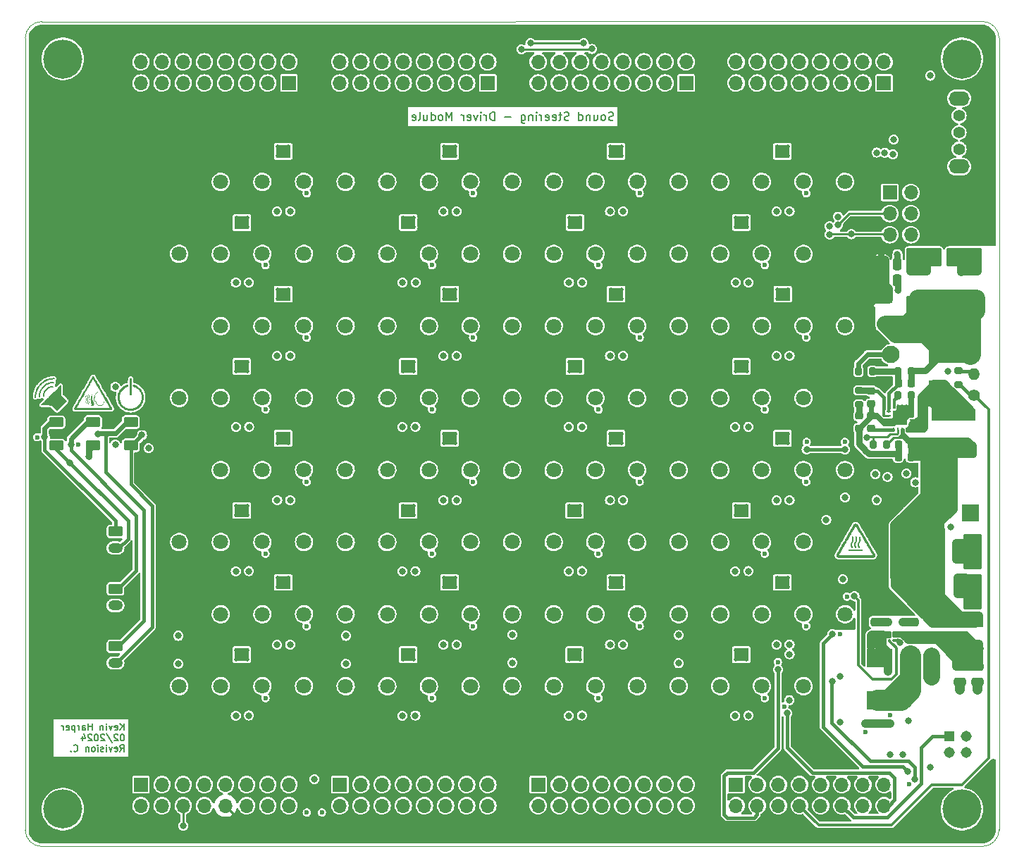
<source format=gbl>
G04 #@! TF.GenerationSoftware,KiCad,Pcbnew,(6.0.11)*
G04 #@! TF.CreationDate,2024-04-02T21:51:25-04:00*
G04 #@! TF.ProjectId,Ultrasonic Sound Steering - Driver Rev. C,556c7472-6173-46f6-9e69-6320536f756e,rev?*
G04 #@! TF.SameCoordinates,Original*
G04 #@! TF.FileFunction,Copper,L4,Bot*
G04 #@! TF.FilePolarity,Positive*
%FSLAX46Y46*%
G04 Gerber Fmt 4.6, Leading zero omitted, Abs format (unit mm)*
G04 Created by KiCad (PCBNEW (6.0.11)) date 2024-04-02 21:51:25*
%MOMM*%
%LPD*%
G01*
G04 APERTURE LIST*
G04 Aperture macros list*
%AMRoundRect*
0 Rectangle with rounded corners*
0 $1 Rounding radius*
0 $2 $3 $4 $5 $6 $7 $8 $9 X,Y pos of 4 corners*
0 Add a 4 corners polygon primitive as box body*
4,1,4,$2,$3,$4,$5,$6,$7,$8,$9,$2,$3,0*
0 Add four circle primitives for the rounded corners*
1,1,$1+$1,$2,$3*
1,1,$1+$1,$4,$5*
1,1,$1+$1,$6,$7*
1,1,$1+$1,$8,$9*
0 Add four rect primitives between the rounded corners*
20,1,$1+$1,$2,$3,$4,$5,0*
20,1,$1+$1,$4,$5,$6,$7,0*
20,1,$1+$1,$6,$7,$8,$9,0*
20,1,$1+$1,$8,$9,$2,$3,0*%
G04 Aperture macros list end*
G04 #@! TA.AperFunction,Profile*
%ADD10C,0.100000*%
G04 #@! TD*
%ADD11C,0.200000*%
G04 #@! TA.AperFunction,NonConductor*
%ADD12C,0.200000*%
G04 #@! TD*
%ADD13C,0.150000*%
G04 #@! TA.AperFunction,NonConductor*
%ADD14C,0.150000*%
G04 #@! TD*
G04 #@! TA.AperFunction,ComponentPad*
%ADD15C,0.500000*%
G04 #@! TD*
G04 #@! TA.AperFunction,SMDPad,CuDef*
%ADD16R,1.800000X1.600000*%
G04 #@! TD*
G04 #@! TA.AperFunction,ComponentPad*
%ADD17R,1.700000X1.700000*%
G04 #@! TD*
G04 #@! TA.AperFunction,ComponentPad*
%ADD18O,1.700000X1.700000*%
G04 #@! TD*
G04 #@! TA.AperFunction,ComponentPad*
%ADD19C,4.700000*%
G04 #@! TD*
G04 #@! TA.AperFunction,ComponentPad*
%ADD20RoundRect,0.250000X-0.625000X0.350000X-0.625000X-0.350000X0.625000X-0.350000X0.625000X0.350000X0*%
G04 #@! TD*
G04 #@! TA.AperFunction,ComponentPad*
%ADD21O,1.750000X1.200000*%
G04 #@! TD*
G04 #@! TA.AperFunction,ComponentPad*
%ADD22C,1.400000*%
G04 #@! TD*
G04 #@! TA.AperFunction,ComponentPad*
%ADD23O,2.500000X1.724000*%
G04 #@! TD*
G04 #@! TA.AperFunction,ComponentPad*
%ADD24C,1.800000*%
G04 #@! TD*
G04 #@! TA.AperFunction,SMDPad,CuDef*
%ADD25RoundRect,0.250000X0.625000X-0.375000X0.625000X0.375000X-0.625000X0.375000X-0.625000X-0.375000X0*%
G04 #@! TD*
G04 #@! TA.AperFunction,SMDPad,CuDef*
%ADD26RoundRect,0.271085X1.853915X-0.853915X1.853915X0.853915X-1.853915X0.853915X-1.853915X-0.853915X0*%
G04 #@! TD*
G04 #@! TA.AperFunction,SMDPad,CuDef*
%ADD27RoundRect,0.250000X0.250000X0.475000X-0.250000X0.475000X-0.250000X-0.475000X0.250000X-0.475000X0*%
G04 #@! TD*
G04 #@! TA.AperFunction,SMDPad,CuDef*
%ADD28RoundRect,0.200000X-0.200000X-0.275000X0.200000X-0.275000X0.200000X0.275000X-0.200000X0.275000X0*%
G04 #@! TD*
G04 #@! TA.AperFunction,SMDPad,CuDef*
%ADD29R,5.308600X1.397000*%
G04 #@! TD*
G04 #@! TA.AperFunction,ComponentPad*
%ADD30R,1.308000X1.308000*%
G04 #@! TD*
G04 #@! TA.AperFunction,ComponentPad*
%ADD31C,1.308000*%
G04 #@! TD*
G04 #@! TA.AperFunction,SMDPad,CuDef*
%ADD32RoundRect,0.225000X0.250000X-0.225000X0.250000X0.225000X-0.250000X0.225000X-0.250000X-0.225000X0*%
G04 #@! TD*
G04 #@! TA.AperFunction,ComponentPad*
%ADD33R,2.100000X2.100000*%
G04 #@! TD*
G04 #@! TA.AperFunction,ComponentPad*
%ADD34C,2.100000*%
G04 #@! TD*
G04 #@! TA.AperFunction,SMDPad,CuDef*
%ADD35RoundRect,0.271085X-0.853915X-1.853915X0.853915X-1.853915X0.853915X1.853915X-0.853915X1.853915X0*%
G04 #@! TD*
G04 #@! TA.AperFunction,SMDPad,CuDef*
%ADD36RoundRect,0.250000X0.475000X-0.250000X0.475000X0.250000X-0.475000X0.250000X-0.475000X-0.250000X0*%
G04 #@! TD*
G04 #@! TA.AperFunction,SMDPad,CuDef*
%ADD37RoundRect,0.200000X0.275000X-0.200000X0.275000X0.200000X-0.275000X0.200000X-0.275000X-0.200000X0*%
G04 #@! TD*
G04 #@! TA.AperFunction,SMDPad,CuDef*
%ADD38RoundRect,0.200000X0.200000X0.275000X-0.200000X0.275000X-0.200000X-0.275000X0.200000X-0.275000X0*%
G04 #@! TD*
G04 #@! TA.AperFunction,SMDPad,CuDef*
%ADD39R,3.048000X2.286000*%
G04 #@! TD*
G04 #@! TA.AperFunction,SMDPad,CuDef*
%ADD40C,0.250000*%
G04 #@! TD*
G04 #@! TA.AperFunction,SMDPad,CuDef*
%ADD41RoundRect,0.225000X-0.250000X0.225000X-0.250000X-0.225000X0.250000X-0.225000X0.250000X0.225000X0*%
G04 #@! TD*
G04 #@! TA.AperFunction,SMDPad,CuDef*
%ADD42R,1.803400X1.117600*%
G04 #@! TD*
G04 #@! TA.AperFunction,SMDPad,CuDef*
%ADD43R,0.240000X0.599999*%
G04 #@! TD*
G04 #@! TA.AperFunction,SMDPad,CuDef*
%ADD44R,0.599999X0.240000*%
G04 #@! TD*
G04 #@! TA.AperFunction,SMDPad,CuDef*
%ADD45R,1.679999X1.679999*%
G04 #@! TD*
G04 #@! TA.AperFunction,ComponentPad*
%ADD46C,0.499999*%
G04 #@! TD*
G04 #@! TA.AperFunction,SMDPad,CuDef*
%ADD47R,1.570000X2.260000*%
G04 #@! TD*
G04 #@! TA.AperFunction,SMDPad,CuDef*
%ADD48RoundRect,0.250000X-0.475000X0.250000X-0.475000X-0.250000X0.475000X-0.250000X0.475000X0.250000X0*%
G04 #@! TD*
G04 #@! TA.AperFunction,SMDPad,CuDef*
%ADD49RoundRect,0.225000X-0.225000X-0.250000X0.225000X-0.250000X0.225000X0.250000X-0.225000X0.250000X0*%
G04 #@! TD*
G04 #@! TA.AperFunction,ComponentPad*
%ADD50O,1.400000X1.400000*%
G04 #@! TD*
G04 #@! TA.AperFunction,ViaPad*
%ADD51C,0.800000*%
G04 #@! TD*
G04 #@! TA.AperFunction,ViaPad*
%ADD52C,0.600000*%
G04 #@! TD*
G04 #@! TA.AperFunction,Conductor*
%ADD53C,0.800000*%
G04 #@! TD*
G04 #@! TA.AperFunction,Conductor*
%ADD54C,1.000000*%
G04 #@! TD*
G04 #@! TA.AperFunction,Conductor*
%ADD55C,0.400000*%
G04 #@! TD*
G04 #@! TA.AperFunction,Conductor*
%ADD56C,0.250000*%
G04 #@! TD*
G04 #@! TA.AperFunction,Conductor*
%ADD57C,0.200000*%
G04 #@! TD*
G04 #@! TA.AperFunction,Conductor*
%ADD58C,0.350000*%
G04 #@! TD*
G04 #@! TA.AperFunction,Conductor*
%ADD59C,2.000000*%
G04 #@! TD*
G04 #@! TA.AperFunction,Conductor*
%ADD60C,0.600000*%
G04 #@! TD*
G04 #@! TA.AperFunction,Conductor*
%ADD61C,0.300000*%
G04 #@! TD*
G04 #@! TA.AperFunction,Conductor*
%ADD62C,0.500000*%
G04 #@! TD*
G04 #@! TA.AperFunction,Conductor*
%ADD63C,1.200000*%
G04 #@! TD*
G04 #@! TA.AperFunction,Conductor*
%ADD64C,2.540000*%
G04 #@! TD*
G04 #@! TA.AperFunction,Conductor*
%ADD65C,1.800000*%
G04 #@! TD*
G04 APERTURE END LIST*
D10*
X312719114Y-47450000D02*
X312714900Y-142595786D01*
X312719100Y-47450000D02*
G75*
G03*
X310719114Y-45450000I-2000000J0D01*
G01*
X195723314Y-142595786D02*
G75*
G03*
X197723328Y-144595786I1999986J-14D01*
G01*
X195723328Y-142595786D02*
X195723328Y-47454213D01*
X197723328Y-45454213D02*
X310719114Y-45450000D01*
X310714900Y-144595786D02*
X197723328Y-144595786D01*
X310714900Y-144595800D02*
G75*
G03*
X312714900Y-142595786I0J2000000D01*
G01*
X197723328Y-45454228D02*
G75*
G03*
X195723328Y-47454213I-28J-1999972D01*
G01*
D11*
D12*
X266375238Y-57284761D02*
X266232380Y-57332380D01*
X265994285Y-57332380D01*
X265899047Y-57284761D01*
X265851428Y-57237142D01*
X265803809Y-57141904D01*
X265803809Y-57046666D01*
X265851428Y-56951428D01*
X265899047Y-56903809D01*
X265994285Y-56856190D01*
X266184761Y-56808571D01*
X266280000Y-56760952D01*
X266327619Y-56713333D01*
X266375238Y-56618095D01*
X266375238Y-56522857D01*
X266327619Y-56427619D01*
X266280000Y-56380000D01*
X266184761Y-56332380D01*
X265946666Y-56332380D01*
X265803809Y-56380000D01*
X265232380Y-57332380D02*
X265327619Y-57284761D01*
X265375238Y-57237142D01*
X265422857Y-57141904D01*
X265422857Y-56856190D01*
X265375238Y-56760952D01*
X265327619Y-56713333D01*
X265232380Y-56665714D01*
X265089523Y-56665714D01*
X264994285Y-56713333D01*
X264946666Y-56760952D01*
X264899047Y-56856190D01*
X264899047Y-57141904D01*
X264946666Y-57237142D01*
X264994285Y-57284761D01*
X265089523Y-57332380D01*
X265232380Y-57332380D01*
X264041904Y-56665714D02*
X264041904Y-57332380D01*
X264470476Y-56665714D02*
X264470476Y-57189523D01*
X264422857Y-57284761D01*
X264327619Y-57332380D01*
X264184761Y-57332380D01*
X264089523Y-57284761D01*
X264041904Y-57237142D01*
X263565714Y-56665714D02*
X263565714Y-57332380D01*
X263565714Y-56760952D02*
X263518095Y-56713333D01*
X263422857Y-56665714D01*
X263280000Y-56665714D01*
X263184761Y-56713333D01*
X263137142Y-56808571D01*
X263137142Y-57332380D01*
X262232380Y-57332380D02*
X262232380Y-56332380D01*
X262232380Y-57284761D02*
X262327619Y-57332380D01*
X262518095Y-57332380D01*
X262613333Y-57284761D01*
X262660952Y-57237142D01*
X262708571Y-57141904D01*
X262708571Y-56856190D01*
X262660952Y-56760952D01*
X262613333Y-56713333D01*
X262518095Y-56665714D01*
X262327619Y-56665714D01*
X262232380Y-56713333D01*
X261041904Y-57284761D02*
X260899047Y-57332380D01*
X260660952Y-57332380D01*
X260565714Y-57284761D01*
X260518095Y-57237142D01*
X260470476Y-57141904D01*
X260470476Y-57046666D01*
X260518095Y-56951428D01*
X260565714Y-56903809D01*
X260660952Y-56856190D01*
X260851428Y-56808571D01*
X260946666Y-56760952D01*
X260994285Y-56713333D01*
X261041904Y-56618095D01*
X261041904Y-56522857D01*
X260994285Y-56427619D01*
X260946666Y-56380000D01*
X260851428Y-56332380D01*
X260613333Y-56332380D01*
X260470476Y-56380000D01*
X260184761Y-56665714D02*
X259803809Y-56665714D01*
X260041904Y-56332380D02*
X260041904Y-57189523D01*
X259994285Y-57284761D01*
X259899047Y-57332380D01*
X259803809Y-57332380D01*
X259089523Y-57284761D02*
X259184761Y-57332380D01*
X259375238Y-57332380D01*
X259470476Y-57284761D01*
X259518095Y-57189523D01*
X259518095Y-56808571D01*
X259470476Y-56713333D01*
X259375238Y-56665714D01*
X259184761Y-56665714D01*
X259089523Y-56713333D01*
X259041904Y-56808571D01*
X259041904Y-56903809D01*
X259518095Y-56999047D01*
X258232380Y-57284761D02*
X258327619Y-57332380D01*
X258518095Y-57332380D01*
X258613333Y-57284761D01*
X258660952Y-57189523D01*
X258660952Y-56808571D01*
X258613333Y-56713333D01*
X258518095Y-56665714D01*
X258327619Y-56665714D01*
X258232380Y-56713333D01*
X258184761Y-56808571D01*
X258184761Y-56903809D01*
X258660952Y-56999047D01*
X257756190Y-57332380D02*
X257756190Y-56665714D01*
X257756190Y-56856190D02*
X257708571Y-56760952D01*
X257660952Y-56713333D01*
X257565714Y-56665714D01*
X257470476Y-56665714D01*
X257137142Y-57332380D02*
X257137142Y-56665714D01*
X257137142Y-56332380D02*
X257184761Y-56380000D01*
X257137142Y-56427619D01*
X257089523Y-56380000D01*
X257137142Y-56332380D01*
X257137142Y-56427619D01*
X256660952Y-56665714D02*
X256660952Y-57332380D01*
X256660952Y-56760952D02*
X256613333Y-56713333D01*
X256518095Y-56665714D01*
X256375238Y-56665714D01*
X256280000Y-56713333D01*
X256232380Y-56808571D01*
X256232380Y-57332380D01*
X255327619Y-56665714D02*
X255327619Y-57475238D01*
X255375238Y-57570476D01*
X255422857Y-57618095D01*
X255518095Y-57665714D01*
X255660952Y-57665714D01*
X255756190Y-57618095D01*
X255327619Y-57284761D02*
X255422857Y-57332380D01*
X255613333Y-57332380D01*
X255708571Y-57284761D01*
X255756190Y-57237142D01*
X255803809Y-57141904D01*
X255803809Y-56856190D01*
X255756190Y-56760952D01*
X255708571Y-56713333D01*
X255613333Y-56665714D01*
X255422857Y-56665714D01*
X255327619Y-56713333D01*
X254089523Y-56951428D02*
X253327619Y-56951428D01*
X252089523Y-57332380D02*
X252089523Y-56332380D01*
X251851428Y-56332380D01*
X251708571Y-56380000D01*
X251613333Y-56475238D01*
X251565714Y-56570476D01*
X251518095Y-56760952D01*
X251518095Y-56903809D01*
X251565714Y-57094285D01*
X251613333Y-57189523D01*
X251708571Y-57284761D01*
X251851428Y-57332380D01*
X252089523Y-57332380D01*
X251089523Y-57332380D02*
X251089523Y-56665714D01*
X251089523Y-56856190D02*
X251041904Y-56760952D01*
X250994285Y-56713333D01*
X250899047Y-56665714D01*
X250803809Y-56665714D01*
X250470476Y-57332380D02*
X250470476Y-56665714D01*
X250470476Y-56332380D02*
X250518095Y-56380000D01*
X250470476Y-56427619D01*
X250422857Y-56380000D01*
X250470476Y-56332380D01*
X250470476Y-56427619D01*
X250089523Y-56665714D02*
X249851428Y-57332380D01*
X249613333Y-56665714D01*
X248851428Y-57284761D02*
X248946666Y-57332380D01*
X249137142Y-57332380D01*
X249232380Y-57284761D01*
X249280000Y-57189523D01*
X249280000Y-56808571D01*
X249232380Y-56713333D01*
X249137142Y-56665714D01*
X248946666Y-56665714D01*
X248851428Y-56713333D01*
X248803809Y-56808571D01*
X248803809Y-56903809D01*
X249280000Y-56999047D01*
X248375238Y-57332380D02*
X248375238Y-56665714D01*
X248375238Y-56856190D02*
X248327619Y-56760952D01*
X248280000Y-56713333D01*
X248184761Y-56665714D01*
X248089523Y-56665714D01*
X246994285Y-57332380D02*
X246994285Y-56332380D01*
X246660952Y-57046666D01*
X246327619Y-56332380D01*
X246327619Y-57332380D01*
X245708571Y-57332380D02*
X245803809Y-57284761D01*
X245851428Y-57237142D01*
X245899047Y-57141904D01*
X245899047Y-56856190D01*
X245851428Y-56760952D01*
X245803809Y-56713333D01*
X245708571Y-56665714D01*
X245565714Y-56665714D01*
X245470476Y-56713333D01*
X245422857Y-56760952D01*
X245375238Y-56856190D01*
X245375238Y-57141904D01*
X245422857Y-57237142D01*
X245470476Y-57284761D01*
X245565714Y-57332380D01*
X245708571Y-57332380D01*
X244518095Y-57332380D02*
X244518095Y-56332380D01*
X244518095Y-57284761D02*
X244613333Y-57332380D01*
X244803809Y-57332380D01*
X244899047Y-57284761D01*
X244946666Y-57237142D01*
X244994285Y-57141904D01*
X244994285Y-56856190D01*
X244946666Y-56760952D01*
X244899047Y-56713333D01*
X244803809Y-56665714D01*
X244613333Y-56665714D01*
X244518095Y-56713333D01*
X243613333Y-56665714D02*
X243613333Y-57332380D01*
X244041904Y-56665714D02*
X244041904Y-57189523D01*
X243994285Y-57284761D01*
X243899047Y-57332380D01*
X243756190Y-57332380D01*
X243660952Y-57284761D01*
X243613333Y-57237142D01*
X242994285Y-57332380D02*
X243089523Y-57284761D01*
X243137142Y-57189523D01*
X243137142Y-56332380D01*
X242232380Y-57284761D02*
X242327619Y-57332380D01*
X242518095Y-57332380D01*
X242613333Y-57284761D01*
X242660952Y-57189523D01*
X242660952Y-56808571D01*
X242613333Y-56713333D01*
X242518095Y-56665714D01*
X242327619Y-56665714D01*
X242232380Y-56713333D01*
X242184761Y-56808571D01*
X242184761Y-56903809D01*
X242660952Y-56999047D01*
D13*
D14*
X207572023Y-130593904D02*
X207572023Y-129793904D01*
X207114880Y-130593904D02*
X207457738Y-130136761D01*
X207114880Y-129793904D02*
X207572023Y-130251047D01*
X206467261Y-130555809D02*
X206543452Y-130593904D01*
X206695833Y-130593904D01*
X206772023Y-130555809D01*
X206810119Y-130479619D01*
X206810119Y-130174857D01*
X206772023Y-130098666D01*
X206695833Y-130060571D01*
X206543452Y-130060571D01*
X206467261Y-130098666D01*
X206429166Y-130174857D01*
X206429166Y-130251047D01*
X206810119Y-130327238D01*
X206162500Y-130060571D02*
X205972023Y-130593904D01*
X205781547Y-130060571D01*
X205476785Y-130593904D02*
X205476785Y-130060571D01*
X205476785Y-129793904D02*
X205514880Y-129832000D01*
X205476785Y-129870095D01*
X205438690Y-129832000D01*
X205476785Y-129793904D01*
X205476785Y-129870095D01*
X205095833Y-130060571D02*
X205095833Y-130593904D01*
X205095833Y-130136761D02*
X205057738Y-130098666D01*
X204981547Y-130060571D01*
X204867261Y-130060571D01*
X204791071Y-130098666D01*
X204752976Y-130174857D01*
X204752976Y-130593904D01*
X203762500Y-130593904D02*
X203762500Y-129793904D01*
X203762500Y-130174857D02*
X203305357Y-130174857D01*
X203305357Y-130593904D02*
X203305357Y-129793904D01*
X202581547Y-130593904D02*
X202581547Y-130174857D01*
X202619642Y-130098666D01*
X202695833Y-130060571D01*
X202848214Y-130060571D01*
X202924404Y-130098666D01*
X202581547Y-130555809D02*
X202657738Y-130593904D01*
X202848214Y-130593904D01*
X202924404Y-130555809D01*
X202962500Y-130479619D01*
X202962500Y-130403428D01*
X202924404Y-130327238D01*
X202848214Y-130289142D01*
X202657738Y-130289142D01*
X202581547Y-130251047D01*
X202200595Y-130593904D02*
X202200595Y-130060571D01*
X202200595Y-130212952D02*
X202162500Y-130136761D01*
X202124404Y-130098666D01*
X202048214Y-130060571D01*
X201972023Y-130060571D01*
X201705357Y-130060571D02*
X201705357Y-130860571D01*
X201705357Y-130098666D02*
X201629166Y-130060571D01*
X201476785Y-130060571D01*
X201400595Y-130098666D01*
X201362500Y-130136761D01*
X201324404Y-130212952D01*
X201324404Y-130441523D01*
X201362500Y-130517714D01*
X201400595Y-130555809D01*
X201476785Y-130593904D01*
X201629166Y-130593904D01*
X201705357Y-130555809D01*
X200676785Y-130555809D02*
X200752976Y-130593904D01*
X200905357Y-130593904D01*
X200981547Y-130555809D01*
X201019642Y-130479619D01*
X201019642Y-130174857D01*
X200981547Y-130098666D01*
X200905357Y-130060571D01*
X200752976Y-130060571D01*
X200676785Y-130098666D01*
X200638690Y-130174857D01*
X200638690Y-130251047D01*
X201019642Y-130327238D01*
X200295833Y-130593904D02*
X200295833Y-130060571D01*
X200295833Y-130212952D02*
X200257738Y-130136761D01*
X200219642Y-130098666D01*
X200143452Y-130060571D01*
X200067261Y-130060571D01*
X207419642Y-131081904D02*
X207343452Y-131081904D01*
X207267261Y-131120000D01*
X207229166Y-131158095D01*
X207191071Y-131234285D01*
X207152976Y-131386666D01*
X207152976Y-131577142D01*
X207191071Y-131729523D01*
X207229166Y-131805714D01*
X207267261Y-131843809D01*
X207343452Y-131881904D01*
X207419642Y-131881904D01*
X207495833Y-131843809D01*
X207533928Y-131805714D01*
X207572023Y-131729523D01*
X207610119Y-131577142D01*
X207610119Y-131386666D01*
X207572023Y-131234285D01*
X207533928Y-131158095D01*
X207495833Y-131120000D01*
X207419642Y-131081904D01*
X206848214Y-131158095D02*
X206810119Y-131120000D01*
X206733928Y-131081904D01*
X206543452Y-131081904D01*
X206467261Y-131120000D01*
X206429166Y-131158095D01*
X206391071Y-131234285D01*
X206391071Y-131310476D01*
X206429166Y-131424761D01*
X206886309Y-131881904D01*
X206391071Y-131881904D01*
X205476785Y-131043809D02*
X206162500Y-132072380D01*
X205248214Y-131158095D02*
X205210119Y-131120000D01*
X205133928Y-131081904D01*
X204943452Y-131081904D01*
X204867261Y-131120000D01*
X204829166Y-131158095D01*
X204791071Y-131234285D01*
X204791071Y-131310476D01*
X204829166Y-131424761D01*
X205286309Y-131881904D01*
X204791071Y-131881904D01*
X204295833Y-131081904D02*
X204219642Y-131081904D01*
X204143452Y-131120000D01*
X204105357Y-131158095D01*
X204067261Y-131234285D01*
X204029166Y-131386666D01*
X204029166Y-131577142D01*
X204067261Y-131729523D01*
X204105357Y-131805714D01*
X204143452Y-131843809D01*
X204219642Y-131881904D01*
X204295833Y-131881904D01*
X204372023Y-131843809D01*
X204410119Y-131805714D01*
X204448214Y-131729523D01*
X204486309Y-131577142D01*
X204486309Y-131386666D01*
X204448214Y-131234285D01*
X204410119Y-131158095D01*
X204372023Y-131120000D01*
X204295833Y-131081904D01*
X203724404Y-131158095D02*
X203686309Y-131120000D01*
X203610119Y-131081904D01*
X203419642Y-131081904D01*
X203343452Y-131120000D01*
X203305357Y-131158095D01*
X203267261Y-131234285D01*
X203267261Y-131310476D01*
X203305357Y-131424761D01*
X203762500Y-131881904D01*
X203267261Y-131881904D01*
X202581547Y-131348571D02*
X202581547Y-131881904D01*
X202772023Y-131043809D02*
X202962500Y-131615238D01*
X202467261Y-131615238D01*
X207114880Y-133169904D02*
X207381547Y-132788952D01*
X207572023Y-133169904D02*
X207572023Y-132369904D01*
X207267261Y-132369904D01*
X207191071Y-132408000D01*
X207152976Y-132446095D01*
X207114880Y-132522285D01*
X207114880Y-132636571D01*
X207152976Y-132712761D01*
X207191071Y-132750857D01*
X207267261Y-132788952D01*
X207572023Y-132788952D01*
X206467261Y-133131809D02*
X206543452Y-133169904D01*
X206695833Y-133169904D01*
X206772023Y-133131809D01*
X206810119Y-133055619D01*
X206810119Y-132750857D01*
X206772023Y-132674666D01*
X206695833Y-132636571D01*
X206543452Y-132636571D01*
X206467261Y-132674666D01*
X206429166Y-132750857D01*
X206429166Y-132827047D01*
X206810119Y-132903238D01*
X206162500Y-132636571D02*
X205972023Y-133169904D01*
X205781547Y-132636571D01*
X205476785Y-133169904D02*
X205476785Y-132636571D01*
X205476785Y-132369904D02*
X205514880Y-132408000D01*
X205476785Y-132446095D01*
X205438690Y-132408000D01*
X205476785Y-132369904D01*
X205476785Y-132446095D01*
X205133928Y-133131809D02*
X205057738Y-133169904D01*
X204905357Y-133169904D01*
X204829166Y-133131809D01*
X204791071Y-133055619D01*
X204791071Y-133017523D01*
X204829166Y-132941333D01*
X204905357Y-132903238D01*
X205019642Y-132903238D01*
X205095833Y-132865142D01*
X205133928Y-132788952D01*
X205133928Y-132750857D01*
X205095833Y-132674666D01*
X205019642Y-132636571D01*
X204905357Y-132636571D01*
X204829166Y-132674666D01*
X204448214Y-133169904D02*
X204448214Y-132636571D01*
X204448214Y-132369904D02*
X204486309Y-132408000D01*
X204448214Y-132446095D01*
X204410119Y-132408000D01*
X204448214Y-132369904D01*
X204448214Y-132446095D01*
X203952976Y-133169904D02*
X204029166Y-133131809D01*
X204067261Y-133093714D01*
X204105357Y-133017523D01*
X204105357Y-132788952D01*
X204067261Y-132712761D01*
X204029166Y-132674666D01*
X203952976Y-132636571D01*
X203838690Y-132636571D01*
X203762500Y-132674666D01*
X203724404Y-132712761D01*
X203686309Y-132788952D01*
X203686309Y-133017523D01*
X203724404Y-133093714D01*
X203762500Y-133131809D01*
X203838690Y-133169904D01*
X203952976Y-133169904D01*
X203343452Y-132636571D02*
X203343452Y-133169904D01*
X203343452Y-132712761D02*
X203305357Y-132674666D01*
X203229166Y-132636571D01*
X203114880Y-132636571D01*
X203038690Y-132674666D01*
X203000595Y-132750857D01*
X203000595Y-133169904D01*
X201552976Y-133093714D02*
X201591071Y-133131809D01*
X201705357Y-133169904D01*
X201781547Y-133169904D01*
X201895833Y-133131809D01*
X201972023Y-133055619D01*
X202010119Y-132979428D01*
X202048214Y-132827047D01*
X202048214Y-132712761D01*
X202010119Y-132560380D01*
X201972023Y-132484190D01*
X201895833Y-132408000D01*
X201781547Y-132369904D01*
X201705357Y-132369904D01*
X201591071Y-132408000D01*
X201552976Y-132446095D01*
X201210119Y-133093714D02*
X201172023Y-133131809D01*
X201210119Y-133169904D01*
X201248214Y-133131809D01*
X201210119Y-133093714D01*
X201210119Y-133169904D01*
G36*
X199039765Y-89266728D02*
G01*
X199065036Y-89276604D01*
X199076640Y-89286038D01*
X199095671Y-89313850D01*
X199101791Y-89345919D01*
X199094755Y-89378673D01*
X199074308Y-89408542D01*
X199063137Y-89418479D01*
X199050200Y-89425697D01*
X199032604Y-89430381D01*
X199006694Y-89433480D01*
X198968814Y-89435944D01*
X198885545Y-89443714D01*
X198762016Y-89467710D01*
X198644205Y-89505907D01*
X198532959Y-89557818D01*
X198429129Y-89622956D01*
X198333560Y-89700836D01*
X198247102Y-89790976D01*
X198170604Y-89892886D01*
X198132166Y-89955494D01*
X198083218Y-90054924D01*
X198046498Y-90159353D01*
X198021231Y-90271145D01*
X198006642Y-90392661D01*
X198003500Y-90430077D01*
X197999816Y-90459023D01*
X197995079Y-90478674D01*
X197988467Y-90492331D01*
X197979162Y-90503296D01*
X197961370Y-90517751D01*
X197929313Y-90531028D01*
X197896868Y-90529519D01*
X197894185Y-90528633D01*
X197874091Y-90517794D01*
X197854121Y-90501800D01*
X197845592Y-90492648D01*
X197838351Y-90480663D01*
X197834460Y-90464765D01*
X197833080Y-90441057D01*
X197833369Y-90405643D01*
X197834750Y-90369619D01*
X197848899Y-90247269D01*
X197877101Y-90124107D01*
X197918556Y-90002609D01*
X197972458Y-89885253D01*
X198038007Y-89774515D01*
X198045111Y-89764246D01*
X198076627Y-89723792D01*
X198116665Y-89677923D01*
X198162241Y-89629625D01*
X198210374Y-89581885D01*
X198258081Y-89537687D01*
X198302379Y-89500020D01*
X198340285Y-89471868D01*
X198350952Y-89464829D01*
X198422176Y-89420710D01*
X198489810Y-89384755D01*
X198559925Y-89353984D01*
X198638587Y-89325420D01*
X198701715Y-89306088D01*
X198769374Y-89289033D01*
X198835407Y-89275844D01*
X198897637Y-89266770D01*
X198953890Y-89262060D01*
X199001992Y-89261963D01*
X199039765Y-89266728D01*
G37*
G36*
X199106041Y-88765551D02*
G01*
X199128879Y-88768057D01*
X199139599Y-88770935D01*
X199166835Y-88787744D01*
X199185203Y-88813977D01*
X199192788Y-88845982D01*
X199187672Y-88880106D01*
X199183046Y-88891976D01*
X199174701Y-88906939D01*
X199163120Y-88918241D01*
X199146239Y-88926511D01*
X199121991Y-88932375D01*
X199088313Y-88936457D01*
X199043138Y-88939388D01*
X198984404Y-88941791D01*
X198977380Y-88942261D01*
X198954271Y-88944658D01*
X198922806Y-88948537D01*
X198887694Y-88953336D01*
X198785509Y-88971027D01*
X198632827Y-89009756D01*
X198487469Y-89062254D01*
X198349185Y-89128645D01*
X198217724Y-89209057D01*
X198092833Y-89303616D01*
X197974266Y-89412446D01*
X197878148Y-89517158D01*
X197783309Y-89641217D01*
X197702514Y-89772045D01*
X197635627Y-89909895D01*
X197582510Y-90055019D01*
X197543025Y-90207670D01*
X197535878Y-90242644D01*
X197527339Y-90288546D01*
X197520998Y-90330359D01*
X197516242Y-90373009D01*
X197512458Y-90421426D01*
X197509031Y-90480540D01*
X197508910Y-90482838D01*
X197506387Y-90522827D01*
X197503300Y-90550690D01*
X197498893Y-90569770D01*
X197492406Y-90583403D01*
X197483083Y-90594929D01*
X197481015Y-90597040D01*
X197451320Y-90616370D01*
X197417471Y-90621840D01*
X197383294Y-90612766D01*
X197377636Y-90609763D01*
X197360505Y-90597388D01*
X197347978Y-90581010D01*
X197339741Y-90558730D01*
X197335478Y-90528651D01*
X197334874Y-90488877D01*
X197337613Y-90437509D01*
X197343380Y-90372649D01*
X197346718Y-90339999D01*
X197353142Y-90284326D01*
X197360015Y-90236683D01*
X197368210Y-90192035D01*
X197378598Y-90145346D01*
X197392052Y-90091581D01*
X197395697Y-90077738D01*
X197445790Y-89920108D01*
X197509603Y-89769339D01*
X197586522Y-89626130D01*
X197675933Y-89491183D01*
X197777221Y-89365201D01*
X197889773Y-89248885D01*
X198012974Y-89142935D01*
X198146209Y-89048054D01*
X198288866Y-88964943D01*
X198440330Y-88894303D01*
X198487871Y-88875566D01*
X198635370Y-88827637D01*
X198786316Y-88793270D01*
X198937260Y-88773303D01*
X198972486Y-88770492D01*
X199029469Y-88766724D01*
X199073446Y-88765092D01*
X199106041Y-88765551D01*
G37*
G36*
X199178342Y-88286996D02*
G01*
X199200282Y-88291686D01*
X199230482Y-88308511D01*
X199249096Y-88335593D01*
X199255450Y-88372189D01*
X199254369Y-88392819D01*
X199247901Y-88413589D01*
X199233114Y-88432092D01*
X199225566Y-88439566D01*
X199218312Y-88445341D01*
X199209256Y-88449593D01*
X199196095Y-88452703D01*
X199176532Y-88455051D01*
X199148263Y-88457019D01*
X199108989Y-88458986D01*
X199056408Y-88461334D01*
X199017201Y-88464040D01*
X198962663Y-88469607D01*
X198901584Y-88477237D01*
X198838599Y-88486303D01*
X198778337Y-88496176D01*
X198725431Y-88506228D01*
X198620097Y-88531099D01*
X198449510Y-88584155D01*
X198283334Y-88651903D01*
X198122379Y-88733955D01*
X197967452Y-88829926D01*
X197819362Y-88939429D01*
X197785707Y-88968271D01*
X197744112Y-89006843D01*
X197697627Y-89052133D01*
X197648604Y-89101682D01*
X197599396Y-89153034D01*
X197552359Y-89203732D01*
X197509846Y-89251316D01*
X197474211Y-89293331D01*
X197447807Y-89327319D01*
X197403836Y-89390549D01*
X197310089Y-89542628D01*
X197229100Y-89700021D01*
X197161314Y-89861444D01*
X197107183Y-90025616D01*
X197067151Y-90191252D01*
X197041666Y-90357070D01*
X197031177Y-90521786D01*
X197030823Y-90536808D01*
X197029328Y-90571659D01*
X197027186Y-90601215D01*
X197024735Y-90620311D01*
X197022871Y-90627687D01*
X197006697Y-90657269D01*
X196980847Y-90677562D01*
X196948924Y-90686544D01*
X196914533Y-90682190D01*
X196905772Y-90679109D01*
X196885751Y-90669571D01*
X196873295Y-90656284D01*
X196862553Y-90633798D01*
X196862029Y-90632429D01*
X196857738Y-90609406D01*
X196856042Y-90573482D01*
X196856734Y-90526919D01*
X196859614Y-90471979D01*
X196864476Y-90410926D01*
X196871113Y-90346023D01*
X196879326Y-90279533D01*
X196888906Y-90213719D01*
X196899652Y-90150842D01*
X196911358Y-90093168D01*
X196920388Y-90054289D01*
X196971516Y-89875002D01*
X197036434Y-89702042D01*
X197114479Y-89536022D01*
X197204986Y-89377562D01*
X197307288Y-89227278D01*
X197420723Y-89085787D01*
X197544625Y-88953705D01*
X197678329Y-88831650D01*
X197821171Y-88720239D01*
X197972486Y-88620089D01*
X198131609Y-88531815D01*
X198297876Y-88456036D01*
X198470622Y-88393369D01*
X198649182Y-88344430D01*
X198832891Y-88309835D01*
X198863697Y-88305717D01*
X198912993Y-88300241D01*
X198966248Y-88295341D01*
X199020220Y-88291232D01*
X199071661Y-88288129D01*
X199117326Y-88286245D01*
X199153967Y-88285796D01*
X199178342Y-88286996D01*
G37*
G36*
X200006758Y-89155515D02*
G01*
X200022068Y-89166717D01*
X200032341Y-89187820D01*
X200038529Y-89220681D01*
X200041584Y-89267158D01*
X200042405Y-89292699D01*
X200043369Y-89326131D01*
X200043991Y-89352216D01*
X200044163Y-89366816D01*
X200044238Y-89373626D01*
X200044658Y-89395222D01*
X200045408Y-89429547D01*
X200046450Y-89474938D01*
X200047744Y-89529732D01*
X200049252Y-89592266D01*
X200050935Y-89660878D01*
X200052753Y-89733905D01*
X200053861Y-89778316D01*
X200055707Y-89853305D01*
X200057443Y-89925083D01*
X200059020Y-89991580D01*
X200060391Y-90050730D01*
X200061508Y-90100463D01*
X200062322Y-90138711D01*
X200062784Y-90163407D01*
X200062977Y-90174933D01*
X200063937Y-90223213D01*
X200065149Y-90274528D01*
X200066397Y-90319548D01*
X200068766Y-90396499D01*
X200405121Y-90732854D01*
X200471978Y-90799733D01*
X200528728Y-90856580D01*
X200576207Y-90904293D01*
X200615256Y-90943767D01*
X200646710Y-90975898D01*
X200671409Y-91001584D01*
X200690189Y-91021719D01*
X200703888Y-91037199D01*
X200713346Y-91048921D01*
X200719399Y-91057780D01*
X200722885Y-91064673D01*
X200724643Y-91070494D01*
X200725509Y-91076142D01*
X200728615Y-91102149D01*
X199570050Y-92260714D01*
X199544044Y-92257607D01*
X199543344Y-92257522D01*
X199537718Y-92256590D01*
X199531804Y-92254661D01*
X199524705Y-92250899D01*
X199515525Y-92244464D01*
X199503367Y-92234519D01*
X199487334Y-92220227D01*
X199466529Y-92200750D01*
X199440056Y-92175250D01*
X199407017Y-92142890D01*
X199366516Y-92102831D01*
X199317656Y-92054237D01*
X199259541Y-91996269D01*
X199191272Y-91928089D01*
X198864506Y-91601679D01*
X198789448Y-91599392D01*
X198752221Y-91598366D01*
X198704914Y-91597225D01*
X198654078Y-91596121D01*
X198605808Y-91595195D01*
X198589741Y-91594894D01*
X198550702Y-91594094D01*
X198499576Y-91592989D01*
X198438608Y-91591627D01*
X198370046Y-91590062D01*
X198296132Y-91588343D01*
X198219114Y-91586521D01*
X198141238Y-91584648D01*
X198080241Y-91583174D01*
X198010986Y-91581513D01*
X197947858Y-91580014D01*
X197892439Y-91578715D01*
X197846311Y-91577651D01*
X197811057Y-91576858D01*
X197788259Y-91576375D01*
X197779500Y-91576237D01*
X197778609Y-91576248D01*
X197765948Y-91575947D01*
X197742765Y-91575161D01*
X197713309Y-91574032D01*
X197710224Y-91573897D01*
X197668474Y-91568904D01*
X197640193Y-91558052D01*
X197624136Y-91540572D01*
X197619061Y-91515693D01*
X197619061Y-91515567D01*
X197619183Y-91512928D01*
X197619836Y-91509957D01*
X197621456Y-91506212D01*
X197624483Y-91501242D01*
X197629355Y-91494603D01*
X197636510Y-91485848D01*
X197646386Y-91474531D01*
X197659422Y-91460204D01*
X197676056Y-91442420D01*
X197696727Y-91420734D01*
X197721873Y-91394698D01*
X197751932Y-91363867D01*
X197787341Y-91327793D01*
X197828542Y-91286030D01*
X197875970Y-91238130D01*
X197930065Y-91183650D01*
X197991264Y-91122139D01*
X198060007Y-91053154D01*
X198136731Y-90976245D01*
X198221876Y-90890969D01*
X198315878Y-90796876D01*
X198419177Y-90693521D01*
X198532211Y-90580458D01*
X198655418Y-90457239D01*
X198789237Y-90323418D01*
X198817395Y-90295261D01*
X198949010Y-90163648D01*
X199070116Y-90042555D01*
X199181157Y-89931545D01*
X199282581Y-89830179D01*
X199374835Y-89738018D01*
X199458368Y-89654624D01*
X199533623Y-89579558D01*
X199601051Y-89512382D01*
X199661097Y-89452655D01*
X199714210Y-89399942D01*
X199760833Y-89353802D01*
X199801418Y-89313796D01*
X199836408Y-89279487D01*
X199866253Y-89250436D01*
X199891399Y-89226203D01*
X199912293Y-89206350D01*
X199929382Y-89190439D01*
X199943113Y-89178031D01*
X199953934Y-89168688D01*
X199962291Y-89161971D01*
X199968631Y-89157440D01*
X199973402Y-89154658D01*
X199977050Y-89153186D01*
X199980022Y-89152585D01*
X199982767Y-89152416D01*
X199985458Y-89152355D01*
X200006758Y-89155515D01*
G37*
G36*
X208408896Y-88295515D02*
G01*
X208439174Y-88305079D01*
X208472672Y-88326110D01*
X208498791Y-88354971D01*
X208514802Y-88389246D01*
X208515503Y-88395031D01*
X208516439Y-88413865D01*
X208517303Y-88444319D01*
X208518095Y-88485475D01*
X208518814Y-88536414D01*
X208519462Y-88596218D01*
X208520037Y-88663967D01*
X208520540Y-88738744D01*
X208520971Y-88819629D01*
X208521330Y-88905704D01*
X208521618Y-88996050D01*
X208521834Y-89089748D01*
X208521978Y-89185880D01*
X208522051Y-89283527D01*
X208522052Y-89381770D01*
X208521982Y-89479690D01*
X208521841Y-89576370D01*
X208521628Y-89670890D01*
X208521345Y-89762331D01*
X208520991Y-89849775D01*
X208520565Y-89932303D01*
X208520069Y-90008997D01*
X208519502Y-90078937D01*
X208518865Y-90141206D01*
X208518157Y-90194883D01*
X208517379Y-90239052D01*
X208516530Y-90272792D01*
X208515611Y-90295186D01*
X208514621Y-90305314D01*
X208505582Y-90326264D01*
X208485556Y-90353564D01*
X208459948Y-90376835D01*
X208432795Y-90391809D01*
X208427469Y-90393610D01*
X208407766Y-90399067D01*
X208393242Y-90401389D01*
X208368517Y-90398466D01*
X208335092Y-90385249D01*
X208304480Y-90363736D01*
X208280129Y-90336497D01*
X208265488Y-90306106D01*
X208264777Y-90300554D01*
X208263783Y-90281871D01*
X208262863Y-90251542D01*
X208262020Y-90210485D01*
X208261252Y-90159621D01*
X208260559Y-90099869D01*
X208259942Y-90032149D01*
X208259401Y-89957381D01*
X208258935Y-89876484D01*
X208258545Y-89790378D01*
X208258230Y-89699982D01*
X208257991Y-89606217D01*
X208257827Y-89510002D01*
X208257739Y-89412256D01*
X208257727Y-89313900D01*
X208257790Y-89215852D01*
X208257929Y-89119033D01*
X208258143Y-89024363D01*
X208258433Y-88932760D01*
X208258799Y-88845145D01*
X208259240Y-88762438D01*
X208259756Y-88685557D01*
X208260348Y-88615423D01*
X208261016Y-88552955D01*
X208261759Y-88499074D01*
X208262578Y-88454698D01*
X208263473Y-88420747D01*
X208264443Y-88398141D01*
X208265488Y-88387800D01*
X208267184Y-88382345D01*
X208283876Y-88351521D01*
X208309495Y-88325430D01*
X208340940Y-88306068D01*
X208375107Y-88295431D01*
X208408896Y-88295515D01*
G37*
G36*
X208798630Y-89089985D02*
G01*
X208841622Y-89101077D01*
X208916245Y-89126062D01*
X208995835Y-89158842D01*
X209078024Y-89198181D01*
X209160442Y-89242840D01*
X209240720Y-89291582D01*
X209316488Y-89343171D01*
X209385378Y-89396369D01*
X209385646Y-89396591D01*
X209494070Y-89494637D01*
X209591482Y-89599867D01*
X209677912Y-89712337D01*
X209753392Y-89832102D01*
X209817954Y-89959218D01*
X209871629Y-90093742D01*
X209914450Y-90235728D01*
X209946448Y-90385235D01*
X209948197Y-90395859D01*
X209955095Y-90451069D01*
X209960195Y-90514866D01*
X209963422Y-90583656D01*
X209964699Y-90653841D01*
X209963949Y-90721825D01*
X209961095Y-90784012D01*
X209956062Y-90836805D01*
X209946792Y-90899009D01*
X209916058Y-91044220D01*
X209873372Y-91183978D01*
X209818852Y-91318045D01*
X209752614Y-91446186D01*
X209674775Y-91568163D01*
X209585451Y-91683741D01*
X209484758Y-91792683D01*
X209428098Y-91846239D01*
X209317941Y-91936618D01*
X209200785Y-92015924D01*
X209076968Y-92083999D01*
X208946824Y-92140689D01*
X208810689Y-92185836D01*
X208668899Y-92219284D01*
X208521791Y-92240878D01*
X208484228Y-92243446D01*
X208436270Y-92244569D01*
X208382343Y-92244264D01*
X208326050Y-92242638D01*
X208270992Y-92239794D01*
X208220772Y-92235838D01*
X208178993Y-92230876D01*
X208078796Y-92212810D01*
X207938659Y-92176655D01*
X207803844Y-92128825D01*
X207674930Y-92069661D01*
X207552491Y-91999504D01*
X207437103Y-91918694D01*
X207329344Y-91827571D01*
X207229787Y-91726478D01*
X207139011Y-91615753D01*
X207074006Y-91522365D01*
X206999793Y-91395699D01*
X206937614Y-91263674D01*
X206887523Y-91126425D01*
X206849577Y-90984090D01*
X206823829Y-90836805D01*
X206822532Y-90826191D01*
X206817985Y-90771026D01*
X206815600Y-90707257D01*
X206815302Y-90638480D01*
X206817013Y-90568294D01*
X206820658Y-90500293D01*
X206826160Y-90438075D01*
X206833443Y-90385235D01*
X206839216Y-90353496D01*
X206873563Y-90205537D01*
X206918853Y-90064826D01*
X206975015Y-89931476D01*
X207041977Y-89805598D01*
X207119666Y-89687307D01*
X207208010Y-89576713D01*
X207306936Y-89473930D01*
X207416372Y-89379069D01*
X207536247Y-89292244D01*
X207588380Y-89259635D01*
X207654391Y-89222526D01*
X207723881Y-89187273D01*
X207794082Y-89155134D01*
X207862225Y-89127367D01*
X207925541Y-89105232D01*
X207981261Y-89089985D01*
X208021994Y-89086579D01*
X208060417Y-89094739D01*
X208093553Y-89113676D01*
X208119577Y-89142335D01*
X208136664Y-89179665D01*
X208140181Y-89192354D01*
X208143539Y-89211105D01*
X208142367Y-89228157D01*
X208136664Y-89250550D01*
X208136082Y-89252521D01*
X208126736Y-89276900D01*
X208113679Y-89296906D01*
X208095062Y-89313900D01*
X208069034Y-89329242D01*
X208033747Y-89344293D01*
X207987351Y-89360415D01*
X207971207Y-89365862D01*
X207914433Y-89387473D01*
X207853653Y-89413787D01*
X207792208Y-89443156D01*
X207733439Y-89473932D01*
X207680689Y-89504466D01*
X207637298Y-89533109D01*
X207591254Y-89567830D01*
X207490306Y-89655499D01*
X207398967Y-89751758D01*
X207317685Y-89855857D01*
X207246910Y-89967044D01*
X207187094Y-90084567D01*
X207138684Y-90207675D01*
X207102132Y-90335616D01*
X207077887Y-90467638D01*
X207076962Y-90475152D01*
X207073811Y-90513290D01*
X207071750Y-90560085D01*
X207070780Y-90611929D01*
X207070902Y-90665212D01*
X207072117Y-90716326D01*
X207074425Y-90761661D01*
X207077827Y-90797608D01*
X207098145Y-90918253D01*
X207131229Y-91048234D01*
X207175105Y-91170886D01*
X207229956Y-91286587D01*
X207295964Y-91395716D01*
X207373309Y-91498649D01*
X207462175Y-91595764D01*
X207514167Y-91645178D01*
X207616941Y-91729892D01*
X207724767Y-91802448D01*
X207837576Y-91862815D01*
X207955295Y-91910960D01*
X208077854Y-91946854D01*
X208205182Y-91970464D01*
X208337207Y-91981760D01*
X208380557Y-91982766D01*
X208513227Y-91977540D01*
X208642057Y-91959742D01*
X208766750Y-91929489D01*
X208887011Y-91886898D01*
X209002543Y-91832086D01*
X209113051Y-91765169D01*
X209218238Y-91686263D01*
X209317810Y-91595486D01*
X209325995Y-91587234D01*
X209415313Y-91487466D01*
X209492953Y-91381623D01*
X209558843Y-91269887D01*
X209612908Y-91152439D01*
X209655076Y-91029460D01*
X209685273Y-90901132D01*
X209703425Y-90767634D01*
X209709459Y-90629148D01*
X209708009Y-90563941D01*
X209696254Y-90435533D01*
X209672498Y-90311276D01*
X209636506Y-90190450D01*
X209588044Y-90072337D01*
X209526878Y-89956218D01*
X209452773Y-89841373D01*
X209429242Y-89810506D01*
X209395235Y-89770491D01*
X209355381Y-89726967D01*
X209312000Y-89682255D01*
X209267414Y-89638677D01*
X209223942Y-89598556D01*
X209183904Y-89564213D01*
X209149620Y-89537971D01*
X209123386Y-89520081D01*
X209016022Y-89455788D01*
X208901934Y-89401427D01*
X208779300Y-89356102D01*
X208759348Y-89349400D01*
X208718141Y-89332921D01*
X208687539Y-89315809D01*
X208665725Y-89296919D01*
X208650884Y-89275107D01*
X208646250Y-89264799D01*
X208637628Y-89226503D01*
X208640701Y-89187681D01*
X208654903Y-89151370D01*
X208679669Y-89120607D01*
X208686467Y-89114761D01*
X208720432Y-89094143D01*
X208757271Y-89086025D01*
X208798630Y-89089985D01*
G37*
G36*
X295999996Y-107300131D02*
G01*
X296006930Y-107308723D01*
X296016512Y-107323623D01*
X296027630Y-107342869D01*
X296039170Y-107364497D01*
X296050021Y-107386543D01*
X296059069Y-107407045D01*
X296061348Y-107412707D01*
X296086885Y-107488895D01*
X296105116Y-107569928D01*
X296108559Y-107595623D01*
X296111248Y-107627778D01*
X296113069Y-107663570D01*
X296113990Y-107700685D01*
X296113986Y-107736805D01*
X296113026Y-107769616D01*
X296111083Y-107796803D01*
X296108129Y-107816049D01*
X296106738Y-107821651D01*
X296094435Y-107860615D01*
X296076479Y-107903163D01*
X296052307Y-107950515D01*
X296021357Y-108003887D01*
X296003776Y-108033061D01*
X295980053Y-108073843D01*
X295961303Y-108108648D01*
X295946971Y-108139011D01*
X295936501Y-108166466D01*
X295929338Y-108192548D01*
X295924925Y-108218792D01*
X295922708Y-108246732D01*
X295922130Y-108277903D01*
X295923433Y-108325666D01*
X295928013Y-108380559D01*
X295935600Y-108431901D01*
X295945889Y-108478363D01*
X295958577Y-108518613D01*
X295973360Y-108551324D01*
X295989936Y-108575163D01*
X295990435Y-108575709D01*
X295993827Y-108579882D01*
X295995487Y-108584410D01*
X295994935Y-108590770D01*
X295991690Y-108600440D01*
X295985271Y-108614896D01*
X295975197Y-108635615D01*
X295960987Y-108664074D01*
X295950860Y-108684068D01*
X295938851Y-108707144D01*
X295928924Y-108725496D01*
X295921900Y-108737614D01*
X295918599Y-108741988D01*
X295913569Y-108739424D01*
X295902645Y-108732121D01*
X295888416Y-108721740D01*
X295868414Y-108704552D01*
X295837156Y-108667655D01*
X295810253Y-108622103D01*
X295787869Y-108568403D01*
X295770169Y-108507065D01*
X295757316Y-108438598D01*
X295749475Y-108363510D01*
X295746809Y-108282311D01*
X295746934Y-108260684D01*
X295748215Y-108220088D01*
X295751305Y-108183749D01*
X295756724Y-108150086D01*
X295764992Y-108117514D01*
X295776628Y-108084452D01*
X295792154Y-108049316D01*
X295812088Y-108010524D01*
X295836951Y-107966492D01*
X295867263Y-107915639D01*
X295877132Y-107899241D01*
X295897176Y-107864636D01*
X295912294Y-107835645D01*
X295923156Y-107810248D01*
X295930434Y-107786422D01*
X295934799Y-107762146D01*
X295936923Y-107735399D01*
X295937475Y-107704159D01*
X295937350Y-107690965D01*
X295932466Y-107620566D01*
X295920742Y-107553909D01*
X295902534Y-107492594D01*
X295878200Y-107438222D01*
X295876919Y-107435830D01*
X295869058Y-107419657D01*
X295864448Y-107407420D01*
X295864050Y-107401609D01*
X295870443Y-107396170D01*
X295885658Y-107383722D01*
X295904374Y-107368813D01*
X295924941Y-107352714D01*
X295945707Y-107336694D01*
X295965021Y-107322023D01*
X295981231Y-107309972D01*
X295992686Y-107301810D01*
X295997735Y-107298807D01*
X295999996Y-107300131D01*
G37*
G36*
X297859116Y-109666706D02*
G01*
X297840677Y-109716098D01*
X297812707Y-109762994D01*
X297775393Y-109806671D01*
X297774616Y-109807444D01*
X297734840Y-109842083D01*
X297692544Y-109868672D01*
X297644290Y-109889380D01*
X297610036Y-109901471D01*
X295513177Y-109901579D01*
X293416318Y-109901688D01*
X293376949Y-109888472D01*
X293358244Y-109881560D01*
X293308677Y-109856157D01*
X293265525Y-109822794D01*
X293229241Y-109781869D01*
X293200278Y-109733778D01*
X293186884Y-109703227D01*
X293175840Y-109666351D01*
X293170868Y-109628170D01*
X293171018Y-109608030D01*
X293463224Y-109608030D01*
X293463566Y-109610596D01*
X293464932Y-109611233D01*
X293468210Y-109611846D01*
X293473680Y-109612423D01*
X293481631Y-109612964D01*
X293492354Y-109613471D01*
X293506138Y-109613944D01*
X293523273Y-109614385D01*
X293544049Y-109614794D01*
X293568756Y-109615173D01*
X293597684Y-109615523D01*
X293631122Y-109615845D01*
X293669361Y-109616140D01*
X293712691Y-109616408D01*
X293761401Y-109616652D01*
X293815781Y-109616872D01*
X293876121Y-109617068D01*
X293942711Y-109617243D01*
X294015841Y-109617397D01*
X294095801Y-109617531D01*
X294182881Y-109617646D01*
X294277370Y-109617744D01*
X294379559Y-109617825D01*
X294489736Y-109617890D01*
X294608194Y-109617941D01*
X294735220Y-109617978D01*
X294871105Y-109618003D01*
X295016139Y-109618017D01*
X295170612Y-109618020D01*
X295334814Y-109618014D01*
X295509034Y-109618000D01*
X295523162Y-109617998D01*
X295696546Y-109617977D01*
X295859935Y-109617949D01*
X296013623Y-109617915D01*
X296157901Y-109617871D01*
X296293061Y-109617819D01*
X296419395Y-109617755D01*
X296537194Y-109617680D01*
X296646752Y-109617591D01*
X296748358Y-109617489D01*
X296842306Y-109617371D01*
X296928886Y-109617238D01*
X297008392Y-109617086D01*
X297081115Y-109616917D01*
X297147346Y-109616727D01*
X297207377Y-109616517D01*
X297261501Y-109616285D01*
X297310009Y-109616029D01*
X297353193Y-109615750D01*
X297391345Y-109615445D01*
X297424756Y-109615114D01*
X297453719Y-109614755D01*
X297478525Y-109614368D01*
X297499467Y-109613951D01*
X297516836Y-109613503D01*
X297530923Y-109613023D01*
X297542022Y-109612510D01*
X297550423Y-109611963D01*
X297556418Y-109611380D01*
X297560300Y-109610761D01*
X297562360Y-109610104D01*
X297562491Y-109610032D01*
X297572413Y-109602572D01*
X297576534Y-109595414D01*
X297575285Y-109592061D01*
X297571304Y-109584197D01*
X297564394Y-109571511D01*
X297554359Y-109553669D01*
X297541004Y-109530335D01*
X297524130Y-109501172D01*
X297503543Y-109465844D01*
X297479046Y-109424017D01*
X297450443Y-109375353D01*
X297417537Y-109319518D01*
X297380132Y-109256174D01*
X297338033Y-109184988D01*
X297291041Y-109105621D01*
X297238963Y-109017739D01*
X297230665Y-109003737D01*
X297214734Y-108976840D01*
X297194266Y-108942271D01*
X297169679Y-108900737D01*
X297141388Y-108852940D01*
X297109812Y-108799586D01*
X297075366Y-108741378D01*
X297038467Y-108679022D01*
X296999533Y-108613220D01*
X296958980Y-108544678D01*
X296917225Y-108474099D01*
X296874684Y-108402189D01*
X296831774Y-108329651D01*
X296810196Y-108293172D01*
X296717205Y-108135979D01*
X296621556Y-107974309D01*
X296522961Y-107807675D01*
X296421131Y-107635588D01*
X296315778Y-107457561D01*
X296206612Y-107273106D01*
X296093344Y-107081735D01*
X295975687Y-106882960D01*
X295853351Y-106676293D01*
X295726048Y-106461246D01*
X295699280Y-106416029D01*
X295668416Y-106363888D01*
X295639102Y-106314363D01*
X295611802Y-106268235D01*
X295586977Y-106226287D01*
X295565090Y-106189301D01*
X295546605Y-106158057D01*
X295531984Y-106133338D01*
X295521689Y-106115926D01*
X295516183Y-106106603D01*
X295516128Y-106106510D01*
X295506515Y-106091730D01*
X295498234Y-106081669D01*
X295493072Y-106078501D01*
X295491229Y-106080729D01*
X295484524Y-106090992D01*
X295473503Y-106108846D01*
X295458645Y-106133481D01*
X295440433Y-106164089D01*
X295419347Y-106199861D01*
X295395868Y-106239986D01*
X295370475Y-106283655D01*
X295343651Y-106330060D01*
X295320740Y-106369806D01*
X295285089Y-106431649D01*
X295246818Y-106498031D01*
X295207220Y-106566709D01*
X295167591Y-106635437D01*
X295129225Y-106701968D01*
X295093417Y-106764059D01*
X295061461Y-106819464D01*
X295040767Y-106855344D01*
X295007241Y-106913486D01*
X294971728Y-106975087D01*
X294935417Y-107038084D01*
X294899499Y-107100411D01*
X294865163Y-107160004D01*
X294833600Y-107214797D01*
X294806000Y-107262727D01*
X294801219Y-107271030D01*
X294772448Y-107320996D01*
X294741882Y-107374068D01*
X294710679Y-107428241D01*
X294679994Y-107481506D01*
X294650982Y-107531857D01*
X294624802Y-107577288D01*
X294602607Y-107615791D01*
X294540549Y-107723432D01*
X294474416Y-107838147D01*
X294411791Y-107946783D01*
X294352858Y-108049022D01*
X294297799Y-108144549D01*
X294246796Y-108233047D01*
X294200031Y-108314199D01*
X294157688Y-108387688D01*
X294119948Y-108453198D01*
X294086994Y-108510412D01*
X294059009Y-108559014D01*
X294043173Y-108586516D01*
X294020880Y-108625219D01*
X293994521Y-108670975D01*
X293964669Y-108722785D01*
X293931899Y-108779652D01*
X293896786Y-108840579D01*
X293859906Y-108904568D01*
X293821832Y-108970622D01*
X293783141Y-109037744D01*
X293744406Y-109104935D01*
X293706203Y-109171198D01*
X293674146Y-109226828D01*
X293635503Y-109293995D01*
X293601585Y-109353106D01*
X293572123Y-109404646D01*
X293546850Y-109449102D01*
X293525496Y-109486960D01*
X293507793Y-109518705D01*
X293493473Y-109544824D01*
X293482267Y-109565802D01*
X293473908Y-109582126D01*
X293468127Y-109594281D01*
X293464655Y-109602754D01*
X293463224Y-109608030D01*
X293171018Y-109608030D01*
X293171191Y-109584704D01*
X293171479Y-109579666D01*
X293172373Y-109565701D01*
X293173592Y-109552958D01*
X293175509Y-109540654D01*
X293178493Y-109528009D01*
X293182917Y-109514243D01*
X293189152Y-109498574D01*
X293197567Y-109480222D01*
X293208534Y-109458405D01*
X293222424Y-109432343D01*
X293239608Y-109401255D01*
X293260456Y-109364360D01*
X293285341Y-109320876D01*
X293314632Y-109270024D01*
X293348701Y-109211023D01*
X293350064Y-109208662D01*
X293359802Y-109191787D01*
X293374214Y-109166800D01*
X293392907Y-109134384D01*
X293415487Y-109095220D01*
X293441562Y-109049991D01*
X293470737Y-108999378D01*
X293502621Y-108944065D01*
X293536818Y-108884733D01*
X293572937Y-108822065D01*
X293610584Y-108756743D01*
X293649366Y-108689448D01*
X293688889Y-108620864D01*
X293744212Y-108524862D01*
X293823524Y-108387230D01*
X293899853Y-108254776D01*
X293973064Y-108127734D01*
X294043022Y-108006339D01*
X294109591Y-107890825D01*
X294172636Y-107781428D01*
X294232022Y-107678381D01*
X294287613Y-107581920D01*
X294339275Y-107492279D01*
X294386872Y-107409692D01*
X294430269Y-107334395D01*
X294469331Y-107266622D01*
X294503922Y-107206607D01*
X294533907Y-107154585D01*
X294559152Y-107110792D01*
X294579520Y-107075461D01*
X294594877Y-107048827D01*
X294606480Y-107028702D01*
X294623305Y-106999515D01*
X294644414Y-106962892D01*
X294669365Y-106919601D01*
X294697716Y-106870408D01*
X294729024Y-106816082D01*
X294762846Y-106757390D01*
X294798742Y-106695099D01*
X294836268Y-106629977D01*
X294874982Y-106562792D01*
X294914443Y-106494310D01*
X294954206Y-106425299D01*
X294962334Y-106411197D01*
X295000603Y-106344897D01*
X295037670Y-106280842D01*
X295073177Y-106219639D01*
X295106768Y-106161899D01*
X295138085Y-106108230D01*
X295166772Y-106059240D01*
X295192471Y-106015539D01*
X295214825Y-105977735D01*
X295233477Y-105946437D01*
X295248070Y-105922254D01*
X295258248Y-105905795D01*
X295263652Y-105897668D01*
X295284192Y-105873559D01*
X295324655Y-105837791D01*
X295371435Y-105809824D01*
X295425202Y-105789205D01*
X295438117Y-105785659D01*
X295476732Y-105779322D01*
X295514793Y-105780432D01*
X295556146Y-105788985D01*
X295568474Y-105792572D01*
X295605149Y-105806049D01*
X295637346Y-105823268D01*
X295668087Y-105846058D01*
X295700398Y-105876248D01*
X295706065Y-105882024D01*
X295717355Y-105893956D01*
X295727769Y-105905868D01*
X295738061Y-105918880D01*
X295748983Y-105934109D01*
X295761290Y-105952674D01*
X295775735Y-105975694D01*
X295793072Y-106004288D01*
X295814052Y-106039573D01*
X295839431Y-106082669D01*
X295860958Y-106119277D01*
X295887289Y-106163987D01*
X295916913Y-106214237D01*
X295948836Y-106268341D01*
X295982064Y-106324615D01*
X296015600Y-106381372D01*
X296048451Y-106436927D01*
X296079620Y-106489594D01*
X296090916Y-106508672D01*
X296112042Y-106544360D01*
X296137822Y-106587915D01*
X296167898Y-106638732D01*
X296201913Y-106696208D01*
X296239510Y-106759739D01*
X296280330Y-106828720D01*
X296324017Y-106902548D01*
X296370213Y-106980619D01*
X296418562Y-107062328D01*
X296468704Y-107147072D01*
X296520284Y-107234247D01*
X296572943Y-107323249D01*
X296626324Y-107413473D01*
X296680071Y-107504316D01*
X296733825Y-107595174D01*
X296739151Y-107604178D01*
X296796011Y-107700284D01*
X296854522Y-107799181D01*
X296914194Y-107900036D01*
X296974532Y-108002015D01*
X297035043Y-108104285D01*
X297095235Y-108206014D01*
X297154615Y-108306368D01*
X297212690Y-108404513D01*
X297268966Y-108499618D01*
X297322952Y-108590849D01*
X297374154Y-108677374D01*
X297422078Y-108758358D01*
X297466233Y-108832969D01*
X297506126Y-108900374D01*
X297541262Y-108959739D01*
X297588234Y-109039167D01*
X297632938Y-109114924D01*
X297672768Y-109182621D01*
X297707952Y-109242655D01*
X297738717Y-109295420D01*
X297765290Y-109341316D01*
X297787899Y-109380737D01*
X297806770Y-109414080D01*
X297822133Y-109441742D01*
X297834213Y-109464120D01*
X297843238Y-109481609D01*
X297849435Y-109494607D01*
X297853032Y-109503510D01*
X297855404Y-109510792D01*
X297866666Y-109563330D01*
X297867388Y-109595414D01*
X297867841Y-109615543D01*
X297859116Y-109666706D01*
G37*
G36*
X295571478Y-107299579D02*
G01*
X295577704Y-107307070D01*
X295586788Y-107320835D01*
X295597507Y-107338782D01*
X295608642Y-107358823D01*
X295618970Y-107378866D01*
X295627271Y-107396822D01*
X295629938Y-107403183D01*
X295655257Y-107474065D01*
X295672940Y-107546777D01*
X295683387Y-107623394D01*
X295687000Y-107705990D01*
X295686902Y-107729331D01*
X295685542Y-107766675D01*
X295682174Y-107799955D01*
X295676227Y-107830947D01*
X295667126Y-107861427D01*
X295654300Y-107893173D01*
X295637174Y-107927959D01*
X295615177Y-107967563D01*
X295587735Y-108013760D01*
X295579814Y-108026883D01*
X295555041Y-108069014D01*
X295535444Y-108104774D01*
X295520445Y-108135787D01*
X295509468Y-108163671D01*
X295501935Y-108190049D01*
X295497269Y-108216541D01*
X295494893Y-108244768D01*
X295494229Y-108276350D01*
X295495417Y-108322476D01*
X295499773Y-108376134D01*
X295507027Y-108426831D01*
X295516859Y-108473115D01*
X295528954Y-108513534D01*
X295542992Y-108546633D01*
X295558657Y-108570960D01*
X295571924Y-108586727D01*
X295533044Y-108664358D01*
X295523048Y-108684096D01*
X295511048Y-108707156D01*
X295501125Y-108725499D01*
X295494101Y-108737614D01*
X295490799Y-108741988D01*
X295484017Y-108739204D01*
X295471683Y-108730617D01*
X295456431Y-108718083D01*
X295440435Y-108703495D01*
X295425867Y-108688751D01*
X295414898Y-108675747D01*
X295409361Y-108667987D01*
X295381152Y-108620074D01*
X295358481Y-108565425D01*
X295341241Y-108503585D01*
X295329329Y-108434100D01*
X295322637Y-108356516D01*
X295321062Y-108270377D01*
X295321383Y-108241756D01*
X295321888Y-108212147D01*
X295322681Y-108189513D01*
X295323973Y-108171968D01*
X295325974Y-108157626D01*
X295328891Y-108144600D01*
X295332936Y-108131005D01*
X295338317Y-108114955D01*
X295344176Y-108098350D01*
X295353817Y-108073563D01*
X295364753Y-108048879D01*
X295377864Y-108022559D01*
X295394033Y-107992867D01*
X295414142Y-107958064D01*
X295439073Y-107916412D01*
X295451913Y-107894684D01*
X295467972Y-107866068D01*
X295482037Y-107839426D01*
X295492933Y-107817001D01*
X295499484Y-107801039D01*
X295500637Y-107797540D01*
X295504657Y-107784086D01*
X295507362Y-107771337D01*
X295508917Y-107757095D01*
X295509487Y-107739157D01*
X295509237Y-107715323D01*
X295508334Y-107683393D01*
X295505552Y-107633166D01*
X295499570Y-107584033D01*
X295489976Y-107539764D01*
X295476165Y-107497642D01*
X295457533Y-107454950D01*
X295451656Y-107442711D01*
X295443315Y-107424940D01*
X295437522Y-107412063D01*
X295435273Y-107406261D01*
X295437250Y-107403670D01*
X295445894Y-107395652D01*
X295459903Y-107383665D01*
X295477632Y-107369021D01*
X295497435Y-107353032D01*
X295517670Y-107337008D01*
X295536690Y-107322262D01*
X295552851Y-107310106D01*
X295564509Y-107301850D01*
X295570019Y-107298807D01*
X295571478Y-107299579D01*
G37*
G36*
X296349096Y-109012922D02*
G01*
X296349106Y-109026916D01*
X296348882Y-109052831D01*
X296348375Y-109074151D01*
X296347639Y-109088972D01*
X296346730Y-109095390D01*
X296343018Y-109095782D01*
X296329551Y-109096243D01*
X296306767Y-109096688D01*
X296275209Y-109097113D01*
X296235419Y-109097515D01*
X296187941Y-109097893D01*
X296133317Y-109098242D01*
X296072091Y-109098561D01*
X296004804Y-109098847D01*
X295932001Y-109099096D01*
X295854224Y-109099306D01*
X295772016Y-109099474D01*
X295685919Y-109099597D01*
X295596477Y-109099673D01*
X295504233Y-109099699D01*
X294664399Y-109099699D01*
X294664399Y-108934764D01*
X296348797Y-108934764D01*
X296349096Y-109012922D01*
G37*
G36*
X295147412Y-107298851D02*
G01*
X295152537Y-107303773D01*
X295160775Y-107315254D01*
X295170479Y-107331021D01*
X295202030Y-107392506D01*
X295229380Y-107463878D01*
X295248644Y-107539147D01*
X295260111Y-107619467D01*
X295264068Y-107705990D01*
X295263952Y-107730055D01*
X295262565Y-107767423D01*
X295259183Y-107800698D01*
X295253231Y-107831660D01*
X295244137Y-107862092D01*
X295231326Y-107893775D01*
X295214225Y-107928489D01*
X295192261Y-107968016D01*
X295164860Y-108014137D01*
X295141330Y-108053659D01*
X295119336Y-108092866D01*
X295102322Y-108126745D01*
X295089705Y-108156907D01*
X295080904Y-108184963D01*
X295075338Y-108212525D01*
X295072425Y-108241205D01*
X295071583Y-108272613D01*
X295073223Y-108328265D01*
X295078052Y-108382655D01*
X295085768Y-108433537D01*
X295096071Y-108479571D01*
X295108660Y-108519414D01*
X295123233Y-108551726D01*
X295139490Y-108575163D01*
X295139989Y-108575709D01*
X295143381Y-108579882D01*
X295145041Y-108584410D01*
X295144489Y-108590770D01*
X295141244Y-108600440D01*
X295134824Y-108614896D01*
X295124750Y-108635615D01*
X295110540Y-108664074D01*
X295100414Y-108684068D01*
X295088405Y-108707144D01*
X295078477Y-108725496D01*
X295071453Y-108737614D01*
X295068153Y-108741988D01*
X295063123Y-108739424D01*
X295052198Y-108732121D01*
X295037970Y-108721740D01*
X295029025Y-108714575D01*
X294996707Y-108680791D01*
X294968382Y-108637771D01*
X294944181Y-108585777D01*
X294924230Y-108525075D01*
X294908658Y-108455929D01*
X294906597Y-108443734D01*
X294903672Y-108421369D01*
X294901567Y-108396295D01*
X294900173Y-108366614D01*
X294899385Y-108330429D01*
X294899096Y-108285840D01*
X294899080Y-108261648D01*
X294899211Y-108228340D01*
X294899652Y-108202629D01*
X294900531Y-108182819D01*
X294901977Y-108167212D01*
X294904118Y-108154110D01*
X294907082Y-108141818D01*
X294910999Y-108128636D01*
X294916705Y-108111385D01*
X294928575Y-108080453D01*
X294943408Y-108047576D01*
X294961988Y-108011165D01*
X294985103Y-107969630D01*
X295013540Y-107921380D01*
X295034890Y-107885399D01*
X295052518Y-107854025D01*
X295065701Y-107827659D01*
X295075069Y-107804454D01*
X295081255Y-107782561D01*
X295084889Y-107760133D01*
X295086603Y-107735321D01*
X295087029Y-107706278D01*
X295086949Y-107695510D01*
X295082295Y-107623353D01*
X295070682Y-107555532D01*
X295052403Y-107493379D01*
X295027753Y-107438222D01*
X295026472Y-107435830D01*
X295018612Y-107419657D01*
X295014001Y-107407420D01*
X295013604Y-107401609D01*
X295020228Y-107395981D01*
X295035384Y-107383593D01*
X295054047Y-107368730D01*
X295074564Y-107352664D01*
X295095283Y-107336667D01*
X295114552Y-107322011D01*
X295130719Y-107309968D01*
X295142131Y-107301809D01*
X295147137Y-107298807D01*
X295147412Y-107298851D01*
G37*
G36*
X204480158Y-89929478D02*
G01*
X204489721Y-89940098D01*
X204497333Y-89951599D01*
X204501980Y-89967678D01*
X204494046Y-89982353D01*
X204471033Y-89999041D01*
X204430443Y-90021154D01*
X204429833Y-90021471D01*
X204383529Y-90049746D01*
X204333320Y-90086903D01*
X204289488Y-90125343D01*
X204262341Y-90154237D01*
X204203380Y-90235992D01*
X204157830Y-90328138D01*
X204127357Y-90425869D01*
X204113629Y-90524379D01*
X204118311Y-90618864D01*
X204122316Y-90648896D01*
X204124593Y-90680593D01*
X204123343Y-90698376D01*
X204113293Y-90707459D01*
X204093387Y-90712028D01*
X204074118Y-90709894D01*
X204065475Y-90700662D01*
X204059890Y-90694044D01*
X204040799Y-90692436D01*
X204034619Y-90693523D01*
X204024477Y-90698621D01*
X204019007Y-90711229D01*
X204016854Y-90736152D01*
X204016668Y-90778195D01*
X204025195Y-90857082D01*
X204054923Y-90945208D01*
X204105443Y-91028006D01*
X204109411Y-91033155D01*
X204128451Y-91053694D01*
X204147136Y-91060543D01*
X204175167Y-91057855D01*
X204180052Y-91057099D01*
X204208735Y-91056113D01*
X204223682Y-91062020D01*
X204224516Y-91063632D01*
X204231226Y-91082648D01*
X204240974Y-91115691D01*
X204251957Y-91156716D01*
X204266744Y-91205450D01*
X204287698Y-91261124D01*
X204309226Y-91307887D01*
X204314721Y-91317884D01*
X204351102Y-91373312D01*
X204395846Y-91428390D01*
X204444368Y-91478320D01*
X204492085Y-91518308D01*
X204534414Y-91543554D01*
X204542367Y-91546813D01*
X204614975Y-91566818D01*
X204695438Y-91574775D01*
X204777050Y-91570942D01*
X204853107Y-91555575D01*
X204916904Y-91528929D01*
X204958380Y-91499875D01*
X205016773Y-91442848D01*
X205070895Y-91371876D01*
X205117325Y-91291629D01*
X205152645Y-91206782D01*
X205155534Y-91198182D01*
X205167354Y-91165225D01*
X205175667Y-91149523D01*
X205182932Y-91147963D01*
X205191606Y-91157430D01*
X205206920Y-91186894D01*
X205211461Y-91226588D01*
X205200968Y-91273892D01*
X205174900Y-91331027D01*
X205132719Y-91400216D01*
X205131854Y-91401517D01*
X205063931Y-91489402D01*
X204990623Y-91557742D01*
X204912901Y-91605785D01*
X204831733Y-91632784D01*
X204794256Y-91638644D01*
X204711956Y-91642927D01*
X204628990Y-91637233D01*
X204552404Y-91622263D01*
X204489244Y-91598718D01*
X204463099Y-91583636D01*
X204399959Y-91533913D01*
X204338851Y-91468534D01*
X204283077Y-91391817D01*
X204235942Y-91308079D01*
X204200748Y-91221637D01*
X204187682Y-91183482D01*
X204174052Y-91151072D01*
X204162233Y-91134071D01*
X204150408Y-91129145D01*
X204136540Y-91127626D01*
X204098645Y-91110041D01*
X204060670Y-91075547D01*
X204024669Y-91027650D01*
X203992694Y-90969857D01*
X203966798Y-90905674D01*
X203949032Y-90838609D01*
X203941451Y-90772169D01*
X203942103Y-90738784D01*
X203952600Y-90689442D01*
X203975893Y-90656402D01*
X204012798Y-90638131D01*
X204032412Y-90632022D01*
X204042730Y-90622590D01*
X204045992Y-90603763D01*
X204045136Y-90569287D01*
X204045072Y-90567653D01*
X204046228Y-90525663D01*
X204051323Y-90473719D01*
X204059306Y-90422676D01*
X204063415Y-90402980D01*
X204099862Y-90288988D01*
X204155284Y-90184592D01*
X204228242Y-90091678D01*
X204317298Y-90012133D01*
X204421015Y-89947847D01*
X204449319Y-89933968D01*
X204468716Y-89927206D01*
X204480158Y-89929478D01*
G37*
G36*
X203138348Y-90329485D02*
G01*
X203153167Y-90340502D01*
X203170570Y-90366289D01*
X203192784Y-90409849D01*
X203208836Y-90445482D01*
X203256230Y-90583152D01*
X203283914Y-90726209D01*
X203291655Y-90871445D01*
X203279225Y-91015653D01*
X203246392Y-91155626D01*
X203239159Y-91177719D01*
X203217380Y-91236926D01*
X203193926Y-91292223D01*
X203171341Y-91337876D01*
X203152165Y-91368151D01*
X203134882Y-91378741D01*
X203114423Y-91374386D01*
X203102157Y-91355190D01*
X203102005Y-91351233D01*
X203107234Y-91327511D01*
X203119692Y-91292120D01*
X203137330Y-91251127D01*
X203155534Y-91210164D01*
X203187842Y-91119677D01*
X203208236Y-91028209D01*
X203217912Y-90929322D01*
X203218067Y-90816580D01*
X203217842Y-90810271D01*
X203212671Y-90722938D01*
X203203126Y-90649375D01*
X203187484Y-90582051D01*
X203164022Y-90513437D01*
X203131019Y-90436003D01*
X203130545Y-90434959D01*
X203111155Y-90386048D01*
X203104991Y-90353053D01*
X203112072Y-90334407D01*
X203132421Y-90328540D01*
X203138348Y-90329485D01*
G37*
G36*
X203294431Y-90200668D02*
G01*
X203311355Y-90214559D01*
X203331858Y-90243931D01*
X203357874Y-90291359D01*
X203406472Y-90398005D01*
X203456695Y-90552317D01*
X203485777Y-90710572D01*
X203493561Y-90871134D01*
X203479890Y-91032365D01*
X203444605Y-91192627D01*
X203442540Y-91199627D01*
X203422989Y-91258370D01*
X203398662Y-91321997D01*
X203372296Y-91384025D01*
X203346627Y-91437972D01*
X203324393Y-91477353D01*
X203317564Y-91485812D01*
X203295284Y-91499547D01*
X203272900Y-91500240D01*
X203258325Y-91486764D01*
X203258091Y-91481570D01*
X203264210Y-91458507D01*
X203277852Y-91423830D01*
X203297041Y-91382844D01*
X203306764Y-91363078D01*
X203366967Y-91213864D01*
X203406260Y-91061125D01*
X203424656Y-90906590D01*
X203422168Y-90751990D01*
X203398807Y-90599054D01*
X203354584Y-90449512D01*
X203289514Y-90305092D01*
X203287786Y-90301838D01*
X203265365Y-90252986D01*
X203258012Y-90219750D01*
X203265724Y-90201824D01*
X203288499Y-90198907D01*
X203294431Y-90200668D01*
G37*
G36*
X206165326Y-91921584D02*
G01*
X206178016Y-91947280D01*
X206186579Y-91966181D01*
X206191425Y-91979008D01*
X206192961Y-91986485D01*
X206191252Y-92003276D01*
X206175124Y-92044657D01*
X206146691Y-92081587D01*
X206111750Y-92105566D01*
X206108568Y-92105977D01*
X206086052Y-92106889D01*
X206043119Y-92107780D01*
X205980822Y-92108646D01*
X205900210Y-92109482D01*
X205802333Y-92110284D01*
X205688243Y-92111047D01*
X205558990Y-92111767D01*
X205415625Y-92112437D01*
X205259197Y-92113055D01*
X205090758Y-92113615D01*
X204911358Y-92114112D01*
X204722048Y-92114542D01*
X204523878Y-92114900D01*
X204317898Y-92115182D01*
X204105160Y-92115382D01*
X203886714Y-92115496D01*
X203791806Y-92115528D01*
X203538164Y-92115627D01*
X203305244Y-92115721D01*
X203092150Y-92115788D01*
X202897989Y-92115806D01*
X202721863Y-92115754D01*
X202562878Y-92115608D01*
X202420140Y-92115347D01*
X202292751Y-92114948D01*
X202179817Y-92114390D01*
X202080443Y-92113649D01*
X201993734Y-92112705D01*
X201918793Y-92111534D01*
X201854727Y-92110115D01*
X201800638Y-92108425D01*
X201755633Y-92106443D01*
X201718816Y-92104146D01*
X201689291Y-92101512D01*
X201666164Y-92098518D01*
X201648538Y-92095143D01*
X201635520Y-92091365D01*
X201626212Y-92087161D01*
X201619720Y-92082508D01*
X201615150Y-92077386D01*
X201611604Y-92071772D01*
X201608189Y-92065643D01*
X201604008Y-92058978D01*
X201598944Y-92051143D01*
X201586712Y-92019376D01*
X201586044Y-91982262D01*
X201597583Y-91936942D01*
X201621968Y-91880559D01*
X201627492Y-91870305D01*
X201897660Y-91870305D01*
X201899689Y-91872255D01*
X201906603Y-91874039D01*
X201919301Y-91875664D01*
X201938680Y-91877137D01*
X201965636Y-91878465D01*
X202001067Y-91879655D01*
X202045871Y-91880715D01*
X202100945Y-91881651D01*
X202167185Y-91882471D01*
X202245490Y-91883183D01*
X202336756Y-91883792D01*
X202441882Y-91884307D01*
X202561763Y-91884734D01*
X202697298Y-91885082D01*
X202849383Y-91885356D01*
X203018916Y-91885564D01*
X203206795Y-91885713D01*
X203413916Y-91885811D01*
X203641176Y-91885864D01*
X203889474Y-91885880D01*
X204032450Y-91885859D01*
X204235951Y-91885756D01*
X204432700Y-91885569D01*
X204621612Y-91885305D01*
X204801603Y-91884966D01*
X204971587Y-91884558D01*
X205130482Y-91884086D01*
X205277201Y-91883553D01*
X205410662Y-91882964D01*
X205529779Y-91882324D01*
X205633468Y-91881637D01*
X205720645Y-91880908D01*
X205790225Y-91880140D01*
X205841124Y-91879339D01*
X205872257Y-91878510D01*
X205882540Y-91877655D01*
X205874951Y-91864555D01*
X205855939Y-91831665D01*
X205827232Y-91781960D01*
X205789542Y-91716675D01*
X205743580Y-91637045D01*
X205690059Y-91544304D01*
X205629692Y-91439688D01*
X205563190Y-91324431D01*
X205491266Y-91199767D01*
X205414632Y-91066933D01*
X205333999Y-90927161D01*
X205250081Y-90781688D01*
X205163590Y-90631748D01*
X205075237Y-90478576D01*
X204985735Y-90323407D01*
X204895796Y-90167475D01*
X204806132Y-90012015D01*
X204717456Y-89858262D01*
X204630480Y-89707451D01*
X204545915Y-89560817D01*
X204464475Y-89419594D01*
X204386870Y-89285017D01*
X204313815Y-89158320D01*
X204246020Y-89040740D01*
X204184197Y-88933510D01*
X204129060Y-88837866D01*
X204081321Y-88755041D01*
X204041690Y-88686271D01*
X204010882Y-88632792D01*
X203989607Y-88595836D01*
X203978578Y-88576640D01*
X203962875Y-88549424D01*
X203935256Y-88502719D01*
X203912226Y-88465275D01*
X203895835Y-88440380D01*
X203888129Y-88431324D01*
X203884541Y-88434806D01*
X203871222Y-88453962D01*
X203850377Y-88487026D01*
X203824011Y-88530783D01*
X203794131Y-88582016D01*
X203785804Y-88596496D01*
X203760515Y-88640408D01*
X203725598Y-88700979D01*
X203681969Y-88776623D01*
X203630543Y-88865757D01*
X203572234Y-88966795D01*
X203507959Y-89078153D01*
X203438633Y-89198245D01*
X203365170Y-89325487D01*
X203288487Y-89458295D01*
X203209498Y-89595082D01*
X203129118Y-89734265D01*
X203048264Y-89874259D01*
X202967850Y-90013478D01*
X202888791Y-90150339D01*
X202812003Y-90283255D01*
X202738401Y-90410644D01*
X202668900Y-90530918D01*
X202604416Y-90642494D01*
X202545863Y-90743788D01*
X202494158Y-90833213D01*
X202450215Y-90909185D01*
X202414949Y-90970121D01*
X202368160Y-91050939D01*
X202283125Y-91197866D01*
X202208271Y-91327273D01*
X202143044Y-91440125D01*
X202086889Y-91537387D01*
X202039252Y-91620022D01*
X201999579Y-91688996D01*
X201967316Y-91745273D01*
X201941907Y-91789817D01*
X201922800Y-91823592D01*
X201909439Y-91847563D01*
X201901270Y-91862694D01*
X201897739Y-91869949D01*
X201897660Y-91870305D01*
X201627492Y-91870305D01*
X201659841Y-91810257D01*
X201663666Y-91803594D01*
X201681296Y-91772962D01*
X201708998Y-91724895D01*
X201746115Y-91660529D01*
X201791990Y-91581005D01*
X201845967Y-91487459D01*
X201907388Y-91381031D01*
X201975596Y-91262859D01*
X202049934Y-91134080D01*
X202129746Y-90995833D01*
X202214373Y-90849256D01*
X202303160Y-90695488D01*
X202395450Y-90535667D01*
X202490584Y-90370931D01*
X202587906Y-90202418D01*
X202607158Y-90169085D01*
X202706112Y-89997745D01*
X202803827Y-89828541D01*
X202899553Y-89662769D01*
X202992543Y-89501727D01*
X203082048Y-89346711D01*
X203167318Y-89199018D01*
X203247606Y-89059944D01*
X203322163Y-88930787D01*
X203390240Y-88812842D01*
X203451089Y-88707408D01*
X203503961Y-88615779D01*
X203548107Y-88539254D01*
X203582780Y-88479129D01*
X203607230Y-88436701D01*
X203619013Y-88416303D01*
X203661399Y-88343978D01*
X203701353Y-88277346D01*
X203737208Y-88219090D01*
X203767292Y-88171891D01*
X203789937Y-88138432D01*
X203803474Y-88121394D01*
X203820107Y-88108753D01*
X203864386Y-88092665D01*
X203913297Y-88093072D01*
X203959536Y-88110485D01*
X203961041Y-88111706D01*
X203969417Y-88121969D01*
X203983414Y-88142311D01*
X204003363Y-88173293D01*
X204029591Y-88215476D01*
X204062429Y-88269418D01*
X204102204Y-88335680D01*
X204149247Y-88414823D01*
X204203885Y-88507407D01*
X204266449Y-88613991D01*
X204337267Y-88735137D01*
X204416668Y-88871403D01*
X204504982Y-89023350D01*
X204602537Y-89191539D01*
X204709662Y-89376529D01*
X204826686Y-89578881D01*
X204953940Y-89799154D01*
X205091750Y-90037910D01*
X205201640Y-90228400D01*
X205325311Y-90442893D01*
X205438721Y-90639733D01*
X205542278Y-90819645D01*
X205636392Y-90983352D01*
X205721471Y-91131578D01*
X205797924Y-91265046D01*
X205866160Y-91384481D01*
X205926588Y-91490605D01*
X205979618Y-91584143D01*
X206025658Y-91665818D01*
X206065117Y-91736354D01*
X206098405Y-91796475D01*
X206125929Y-91846905D01*
X206142372Y-91877655D01*
X206148100Y-91888366D01*
X206165326Y-91921584D01*
G37*
G36*
X202977240Y-90453859D02*
G01*
X202994833Y-90472105D01*
X202999073Y-90477679D01*
X203015240Y-90506442D01*
X203033414Y-90547103D01*
X203050409Y-90592744D01*
X203078509Y-90708296D01*
X203089226Y-90831820D01*
X203082610Y-90957171D01*
X203058952Y-91078912D01*
X203018540Y-91191605D01*
X203010710Y-91208214D01*
X202995543Y-91234754D01*
X202982030Y-91246559D01*
X202966258Y-91247837D01*
X202957086Y-91245813D01*
X202947172Y-91238618D01*
X202944209Y-91223868D01*
X202948499Y-91198361D01*
X202960345Y-91158896D01*
X202980052Y-91102274D01*
X203000165Y-91036147D01*
X203020428Y-90913246D01*
X203020461Y-90788026D01*
X203000395Y-90664127D01*
X202960357Y-90545187D01*
X202958187Y-90540176D01*
X202944453Y-90506731D01*
X202939159Y-90486566D01*
X202941654Y-90473724D01*
X202951285Y-90462249D01*
X202951597Y-90461943D01*
X202965430Y-90451060D01*
X202977240Y-90453859D01*
G37*
G36*
X203744488Y-90306691D02*
G01*
X203762125Y-90318182D01*
X203775209Y-90344433D01*
X203780329Y-90378871D01*
X203779778Y-90395054D01*
X203774897Y-90401817D01*
X203761136Y-90391857D01*
X203746394Y-90381274D01*
X203717459Y-90367544D01*
X203702797Y-90361990D01*
X203699467Y-90352709D01*
X203710495Y-90333346D01*
X203726588Y-90314987D01*
X203742819Y-90306606D01*
X203744488Y-90306691D01*
G37*
G36*
X203706698Y-90395532D02*
G01*
X203725900Y-90410649D01*
X203741189Y-90436973D01*
X203747427Y-90466635D01*
X203745998Y-90488129D01*
X203736600Y-90501180D01*
X203712507Y-90506062D01*
X203701353Y-90507599D01*
X203679924Y-90517897D01*
X203668327Y-90542400D01*
X203662518Y-90571645D01*
X203656922Y-90622076D01*
X203653114Y-90682731D01*
X203651259Y-90747209D01*
X203651524Y-90809110D01*
X203654074Y-90862034D01*
X203659075Y-90899581D01*
X203669658Y-90945311D01*
X203677399Y-90974278D01*
X203683838Y-90989919D01*
X203690661Y-90996313D01*
X203699553Y-90997538D01*
X203708566Y-90994611D01*
X203710738Y-90978346D01*
X203703552Y-90951132D01*
X203691232Y-90894098D01*
X203684576Y-90839735D01*
X203682821Y-90779930D01*
X203685204Y-90706566D01*
X203687582Y-90663062D01*
X203691482Y-90609677D01*
X203696047Y-90573360D01*
X203701888Y-90551120D01*
X203709615Y-90539969D01*
X203719839Y-90536917D01*
X203727860Y-90537998D01*
X203743348Y-90549652D01*
X203755161Y-90576028D01*
X203764143Y-90619520D01*
X203771137Y-90682523D01*
X203776856Y-90734793D01*
X203800237Y-90852626D01*
X203839101Y-90968333D01*
X203895364Y-91088172D01*
X203919762Y-91135036D01*
X203959004Y-91216041D01*
X203986617Y-91284184D01*
X204003151Y-91342914D01*
X204009157Y-91395681D01*
X204005185Y-91445935D01*
X203991787Y-91497125D01*
X203969512Y-91552701D01*
X203928386Y-91644040D01*
X203777587Y-91644321D01*
X203760002Y-91644335D01*
X203707674Y-91644137D01*
X203665416Y-91643615D01*
X203637183Y-91642835D01*
X203626929Y-91641861D01*
X203629920Y-91631178D01*
X203637810Y-91605176D01*
X203648864Y-91569597D01*
X203656458Y-91543905D01*
X203663731Y-91512391D01*
X203667884Y-91480106D01*
X203668825Y-91443575D01*
X203666461Y-91399321D01*
X203660699Y-91343869D01*
X203651446Y-91273744D01*
X203638610Y-91185471D01*
X203629464Y-91121028D01*
X203619279Y-91042181D01*
X203610453Y-90966331D01*
X203603704Y-90899696D01*
X203599747Y-90848495D01*
X203598693Y-90828866D01*
X203596959Y-90779020D01*
X203598033Y-90738124D01*
X203602686Y-90698658D01*
X203611687Y-90653102D01*
X203625806Y-90593937D01*
X203636412Y-90552534D01*
X203655680Y-90485450D01*
X203673093Y-90435780D01*
X203688120Y-90404939D01*
X203700235Y-90394343D01*
X203706698Y-90395532D01*
G37*
D15*
X286050000Y-61600000D03*
X287350000Y-60500000D03*
X286050000Y-60500000D03*
D16*
X286700000Y-61050000D03*
D15*
X287350000Y-61600000D03*
D17*
X302090000Y-124255000D03*
D18*
X302090000Y-121715000D03*
X304630000Y-124255000D03*
X304630000Y-121715000D03*
D15*
X262387020Y-103674487D03*
X261087020Y-103674487D03*
X262387020Y-104774487D03*
X261087020Y-104774487D03*
D16*
X261737020Y-104224487D03*
D15*
X246052020Y-96091028D03*
D16*
X246702020Y-95541028D03*
D15*
X247352020Y-96091028D03*
X246052020Y-94991028D03*
X247352020Y-94991028D03*
X242387020Y-120994995D03*
X242387020Y-122094995D03*
X241087020Y-120994995D03*
D16*
X241737020Y-121544995D03*
D15*
X241087020Y-122094995D03*
D19*
X200250114Y-140100000D03*
D15*
X242405000Y-69049459D03*
X242405000Y-70149459D03*
X241105000Y-69049459D03*
D16*
X241755000Y-69599459D03*
D15*
X241105000Y-70149459D03*
X261087020Y-120994995D03*
D16*
X261737020Y-121544995D03*
D15*
X262387020Y-122094995D03*
X261087020Y-122094995D03*
X262387020Y-120994995D03*
D20*
X206560000Y-113635000D03*
D21*
X206560000Y-115635000D03*
D22*
X307920000Y-56790000D03*
X307920000Y-58790000D03*
X307920000Y-60790000D03*
D23*
X307920000Y-62890000D03*
X307920000Y-54690000D03*
D19*
X308250089Y-49950000D03*
D17*
X227405000Y-52840000D03*
D18*
X227405000Y-50300000D03*
X224865000Y-52840000D03*
X224865000Y-50300000D03*
X222325000Y-52840000D03*
X222325000Y-50300000D03*
X219785000Y-52840000D03*
X219785000Y-50300000D03*
X217245000Y-52840000D03*
X217245000Y-50300000D03*
X214705000Y-52840000D03*
X214705000Y-50300000D03*
X212165000Y-52840000D03*
X212165000Y-50300000D03*
X209625000Y-52840000D03*
X209625000Y-50300000D03*
D15*
X247350000Y-60500000D03*
D16*
X246700000Y-61050000D03*
D15*
X246050000Y-60500000D03*
X247350000Y-61600000D03*
X246050000Y-61600000D03*
D17*
X299590000Y-66000000D03*
D18*
X302130000Y-66000000D03*
X299590000Y-68540000D03*
X302130000Y-68540000D03*
X299590000Y-71080000D03*
X302130000Y-71080000D03*
D20*
X206560000Y-120540000D03*
D21*
X206560000Y-122540000D03*
D16*
X266700000Y-61050000D03*
D15*
X267350000Y-61600000D03*
X266050000Y-61600000D03*
X266050000Y-60500000D03*
X267350000Y-60500000D03*
X281105000Y-86356508D03*
X282405000Y-86356508D03*
X281105000Y-87456508D03*
X282405000Y-87456508D03*
D16*
X281755000Y-86906508D03*
X246718274Y-78220681D03*
D15*
X247368274Y-77670681D03*
X247368274Y-78770681D03*
X246068274Y-77670681D03*
X246068274Y-78770681D03*
D17*
X298905000Y-52840000D03*
D18*
X298905000Y-50300000D03*
X296365000Y-52840000D03*
X296365000Y-50300000D03*
X293825000Y-52840000D03*
X293825000Y-50300000D03*
X291285000Y-52840000D03*
X291285000Y-50300000D03*
X288745000Y-52840000D03*
X288745000Y-50300000D03*
X286205000Y-52840000D03*
X286205000Y-50300000D03*
X283665000Y-52840000D03*
X283665000Y-50300000D03*
X281125000Y-52840000D03*
X281125000Y-50300000D03*
D15*
X246052020Y-113411536D03*
X247352020Y-112311536D03*
X247352020Y-113411536D03*
D16*
X246702020Y-112861536D03*
D15*
X246052020Y-112311536D03*
D17*
X233517500Y-137160000D03*
D18*
X233517500Y-139700000D03*
X236057500Y-137160000D03*
X236057500Y-139700000D03*
X238597500Y-137160000D03*
X238597500Y-139700000D03*
X241137500Y-137160000D03*
X241137500Y-139700000D03*
X243677500Y-137160000D03*
X243677500Y-139700000D03*
X246217500Y-137160000D03*
X246217500Y-139700000D03*
X248757500Y-137160000D03*
X248757500Y-139700000D03*
X251297500Y-137160000D03*
X251297500Y-139700000D03*
D15*
X241087020Y-104774487D03*
X241087020Y-103674487D03*
D16*
X241737020Y-104224487D03*
D15*
X242387020Y-103674487D03*
X242387020Y-104774487D03*
D17*
X281125000Y-137160000D03*
D18*
X281125000Y-139700000D03*
X283665000Y-137160000D03*
X283665000Y-139700000D03*
X286205000Y-137160000D03*
X286205000Y-139700000D03*
X288745000Y-137160000D03*
X288745000Y-139700000D03*
X291285000Y-137160000D03*
X291285000Y-139700000D03*
X293825000Y-137160000D03*
X293825000Y-139700000D03*
X296365000Y-137160000D03*
X296365000Y-139700000D03*
X298905000Y-137160000D03*
X298905000Y-139700000D03*
D15*
X266052020Y-113411536D03*
X267352020Y-113411536D03*
D16*
X266702020Y-112861536D03*
D15*
X267352020Y-112311536D03*
X266052020Y-112311536D03*
X221087020Y-87453979D03*
X222387020Y-87453979D03*
X222387020Y-86353979D03*
D16*
X221737020Y-86903979D03*
D15*
X221087020Y-86353979D03*
X266052020Y-96091028D03*
X267352020Y-96091028D03*
X266052020Y-94991028D03*
D16*
X266702020Y-95541028D03*
D15*
X267352020Y-94991028D03*
X286052020Y-94991028D03*
X287352020Y-96091028D03*
D16*
X286702020Y-95541028D03*
D15*
X286052020Y-96091028D03*
X287352020Y-94991028D03*
X226052020Y-113411536D03*
X227352020Y-113411536D03*
X226052020Y-112311536D03*
X227352020Y-112311536D03*
D16*
X226702020Y-112861536D03*
D15*
X221105000Y-69066000D03*
X222405000Y-70166000D03*
X222405000Y-69066000D03*
X221105000Y-70166000D03*
D16*
X221755000Y-69616000D03*
D15*
X287370000Y-77673049D03*
D16*
X286720000Y-78223049D03*
D15*
X286070000Y-77673049D03*
X286070000Y-78773049D03*
X287370000Y-78773049D03*
D16*
X226702020Y-78220520D03*
D15*
X226052020Y-77670520D03*
X226052020Y-78770520D03*
X227352020Y-78770520D03*
X227352020Y-77670520D03*
X262403274Y-86354140D03*
D16*
X261753274Y-86904140D03*
D15*
X262403274Y-87454140D03*
X261103274Y-86354140D03*
X261103274Y-87454140D03*
X281105000Y-69049459D03*
D16*
X281755000Y-69599459D03*
D15*
X281105000Y-70149459D03*
X282405000Y-70149459D03*
X282405000Y-69049459D03*
D16*
X221737020Y-121544995D03*
D15*
X221087020Y-122094995D03*
X222387020Y-120994995D03*
X221087020Y-120994995D03*
X222387020Y-122094995D03*
X287352020Y-112311536D03*
X287352020Y-113411536D03*
D16*
X286702020Y-112861536D03*
D15*
X286052020Y-112311536D03*
X286052020Y-113411536D03*
X226050000Y-61600000D03*
X226050000Y-60500000D03*
D16*
X226700000Y-61050000D03*
D15*
X227350000Y-61600000D03*
X227350000Y-60500000D03*
D19*
X308250072Y-140100000D03*
D17*
X251297500Y-52840000D03*
D18*
X251297500Y-50300000D03*
X248757500Y-52840000D03*
X248757500Y-50300000D03*
X246217500Y-52840000D03*
X246217500Y-50300000D03*
X243677500Y-52840000D03*
X243677500Y-50300000D03*
X241137500Y-52840000D03*
X241137500Y-50300000D03*
X238597500Y-52840000D03*
X238597500Y-50300000D03*
X236057500Y-52840000D03*
X236057500Y-50300000D03*
X233517500Y-52840000D03*
X233517500Y-50300000D03*
D15*
X226052020Y-96091028D03*
D16*
X226702020Y-95541028D03*
D15*
X226052020Y-94991028D03*
X227352020Y-94991028D03*
X227352020Y-96091028D03*
D19*
X200250077Y-49950000D03*
D15*
X282387020Y-122094995D03*
X282387020Y-120994995D03*
X281087020Y-120994995D03*
X281087020Y-122094995D03*
D16*
X281737020Y-121544995D03*
D17*
X275120000Y-52840000D03*
D18*
X275120000Y-50300000D03*
X272580000Y-52840000D03*
X272580000Y-50300000D03*
X270040000Y-52840000D03*
X270040000Y-50300000D03*
X267500000Y-52840000D03*
X267500000Y-50300000D03*
X264960000Y-52840000D03*
X264960000Y-50300000D03*
X262420000Y-52840000D03*
X262420000Y-50300000D03*
X259880000Y-52840000D03*
X259880000Y-50300000D03*
X257340000Y-52840000D03*
X257340000Y-50300000D03*
D17*
X209625000Y-137160000D03*
D18*
X209625000Y-139700000D03*
X212165000Y-137160000D03*
X212165000Y-139700000D03*
X214705000Y-137160000D03*
X214705000Y-139700000D03*
X217245000Y-137160000D03*
X217245000Y-139700000D03*
X219785000Y-137160000D03*
X219785000Y-139700000D03*
X222325000Y-137160000D03*
X222325000Y-139700000D03*
X224865000Y-137160000D03*
X224865000Y-139700000D03*
X227405000Y-137160000D03*
X227405000Y-139700000D03*
D17*
X257340000Y-137160000D03*
D18*
X257340000Y-139700000D03*
X259880000Y-137160000D03*
X259880000Y-139700000D03*
X262420000Y-137160000D03*
X262420000Y-139700000D03*
X264960000Y-137160000D03*
X264960000Y-139700000D03*
X267500000Y-137160000D03*
X267500000Y-139700000D03*
X270040000Y-137160000D03*
X270040000Y-139700000D03*
X272580000Y-137160000D03*
X272580000Y-139700000D03*
X275120000Y-137160000D03*
X275120000Y-139700000D03*
D15*
X241103274Y-87454140D03*
X242403274Y-87454140D03*
D16*
X241753274Y-86904140D03*
D15*
X242403274Y-86354140D03*
X241103274Y-86354140D03*
X222387020Y-103674487D03*
X221087020Y-103674487D03*
X221087020Y-104774487D03*
D16*
X221737020Y-104224487D03*
D15*
X222387020Y-104774487D03*
D20*
X206560000Y-106735000D03*
D21*
X206560000Y-108735000D03*
D16*
X261755000Y-69599459D03*
D15*
X261105000Y-70149459D03*
X262405000Y-69049459D03*
X262405000Y-70149459D03*
X261105000Y-69049459D03*
X266068274Y-77670681D03*
D16*
X266718274Y-78220681D03*
D15*
X267368274Y-78770681D03*
X266068274Y-78770681D03*
X267368274Y-77670681D03*
D16*
X281737020Y-104224487D03*
D15*
X281087020Y-103674487D03*
X282387020Y-104774487D03*
X282387020Y-103674487D03*
X281087020Y-104774487D03*
D24*
X239220000Y-90702549D03*
X234220000Y-90702549D03*
X289220000Y-82042295D03*
X294220000Y-82042295D03*
X269220000Y-99354721D03*
X274220000Y-99354721D03*
D25*
X199450000Y-96410000D03*
X199450000Y-93610000D03*
D24*
X279220000Y-125335483D03*
X274220000Y-125335483D03*
D26*
X303720000Y-79510000D03*
X303720000Y-73785000D03*
D24*
X284220000Y-99354721D03*
X279220000Y-99354721D03*
D27*
X300480000Y-74640000D03*
X298580000Y-74640000D03*
D28*
X297595000Y-96290000D03*
X299245000Y-96290000D03*
D24*
X284220000Y-73382041D03*
X289220000Y-73382041D03*
D29*
X307210000Y-96942800D03*
X307210000Y-92777200D03*
D30*
X306775000Y-131320000D03*
D31*
X306775000Y-133320000D03*
X308775000Y-131320000D03*
X308775000Y-133320000D03*
D32*
X295910000Y-94362500D03*
X295910000Y-92812500D03*
D24*
X229220000Y-99354721D03*
X234220000Y-99354721D03*
X264220000Y-73382041D03*
X269220000Y-73382041D03*
X249220000Y-99354721D03*
X254220000Y-99354721D03*
D33*
X309260000Y-104530000D03*
D34*
X302920000Y-104530000D03*
X299740000Y-85470000D03*
X309260000Y-85470000D03*
D35*
X303775000Y-109150000D03*
X309500000Y-109150000D03*
D24*
X239220000Y-125335483D03*
X234220000Y-125335483D03*
X229220000Y-82042295D03*
X234220000Y-82042295D03*
X264220000Y-82042295D03*
X259220000Y-82042295D03*
D36*
X308020000Y-124830000D03*
X308020000Y-122930000D03*
X310100000Y-124830000D03*
X310100000Y-122930000D03*
D37*
X295910000Y-91452500D03*
X295910000Y-89802500D03*
D24*
X284220000Y-108014975D03*
X289220000Y-108014975D03*
X264220000Y-90702549D03*
X269220000Y-90702549D03*
X269220000Y-82042295D03*
X274220000Y-82042295D03*
X224220000Y-125335483D03*
X229220000Y-125335483D03*
X229220000Y-64721787D03*
X234220000Y-64721787D03*
D28*
X295835000Y-87480000D03*
X297485000Y-87480000D03*
D25*
X208400000Y-96400000D03*
X208400000Y-93600000D03*
D24*
X279220000Y-108014975D03*
X274220000Y-108014975D03*
X284210000Y-125328500D03*
X289210000Y-125328500D03*
X279220000Y-73382041D03*
X274220000Y-73382041D03*
X229220000Y-116675229D03*
X234220000Y-116675229D03*
X249220000Y-82042295D03*
X254220000Y-82042295D03*
D38*
X302205000Y-90397500D03*
X300555000Y-90397500D03*
D35*
X303775000Y-113950000D03*
X309500000Y-113950000D03*
D39*
X298393200Y-121920000D03*
X298393200Y-127000000D03*
D24*
X244220000Y-108014975D03*
X249220000Y-108014975D03*
X239220000Y-73382041D03*
X234220000Y-73382041D03*
X244220000Y-116675229D03*
X239220000Y-116675229D03*
X264220000Y-125335483D03*
X269220000Y-125335483D03*
D40*
X300060000Y-118790000D03*
X299560000Y-118790000D03*
X300060000Y-119290000D03*
X299560000Y-119290000D03*
X300060000Y-119790000D03*
X299560000Y-119790000D03*
D24*
X259220000Y-73382041D03*
X254220000Y-73382041D03*
D25*
X203875000Y-96400000D03*
X203875000Y-93600000D03*
D24*
X249220000Y-116675229D03*
X254220000Y-116675229D03*
D41*
X297370000Y-92812500D03*
X297370000Y-94362500D03*
D24*
X284220000Y-64721787D03*
X279220000Y-64721787D03*
D42*
X299030000Y-81798600D03*
X299030000Y-78801400D03*
D24*
X219220000Y-90702549D03*
X214220000Y-90702549D03*
D43*
X301585001Y-94490000D03*
X301085002Y-94490000D03*
X300585000Y-94490000D03*
X300085001Y-94490000D03*
D44*
X299435000Y-93839998D03*
X299435000Y-93340000D03*
X299435000Y-92839998D03*
X299435000Y-92339999D03*
D43*
X300085001Y-91690000D03*
X300585000Y-91690000D03*
X301085002Y-91690000D03*
X301585001Y-91690000D03*
D44*
X302234999Y-92339999D03*
X302234999Y-92839998D03*
X302234999Y-93340000D03*
X302234999Y-93839998D03*
D45*
X300835000Y-93064600D03*
D46*
X301424998Y-92500001D03*
X300245001Y-92500001D03*
X300245001Y-93679999D03*
X301424998Y-93679999D03*
X300835000Y-93090000D03*
D24*
X259220000Y-108014975D03*
X254220000Y-108014975D03*
X224220000Y-108014975D03*
X229220000Y-108014975D03*
X284220000Y-90702549D03*
X289220000Y-90702549D03*
X264220000Y-64721787D03*
X259220000Y-64721787D03*
X289220000Y-64721787D03*
X294220000Y-64721787D03*
X244220000Y-99354721D03*
X239220000Y-99354721D03*
X264220000Y-116675229D03*
X259220000Y-116675229D03*
X259220000Y-90702549D03*
X254220000Y-90702549D03*
X239220000Y-108014975D03*
X234220000Y-108014975D03*
X289220000Y-99354721D03*
X294220000Y-99354721D03*
X284220000Y-116675229D03*
X279220000Y-116675229D03*
X219220000Y-108014975D03*
X214220000Y-108014975D03*
X244220000Y-125335483D03*
X249220000Y-125335483D03*
X219220000Y-73382041D03*
X214220000Y-73382041D03*
D47*
X305035000Y-85340000D03*
X305035000Y-89690000D03*
D24*
X269220000Y-64721787D03*
X274220000Y-64721787D03*
D32*
X297370000Y-91402500D03*
X297370000Y-89852500D03*
D28*
X300555000Y-87477500D03*
X302205000Y-87477500D03*
D24*
X224220000Y-82042295D03*
X219220000Y-82042295D03*
X224220000Y-99354721D03*
X219220000Y-99354721D03*
X279220000Y-90702549D03*
X274220000Y-90702549D03*
X289220000Y-116675229D03*
X294220000Y-116675229D03*
D48*
X302320000Y-117600000D03*
X302320000Y-119500000D03*
D24*
X224220000Y-90702549D03*
X229220000Y-90702549D03*
D49*
X300605000Y-88937500D03*
X302155000Y-88937500D03*
D37*
X307840000Y-89065000D03*
X307840000Y-87415000D03*
D24*
X264220000Y-108014975D03*
X269220000Y-108014975D03*
X244220000Y-73382041D03*
X249220000Y-73382041D03*
X244220000Y-90702549D03*
X249220000Y-90702549D03*
X264220000Y-99354721D03*
X259220000Y-99354721D03*
D49*
X300605000Y-97790000D03*
X302155000Y-97790000D03*
D24*
X219220000Y-125335483D03*
X214220000Y-125335483D03*
D22*
X309740000Y-90350000D03*
D50*
X309740000Y-87810000D03*
D49*
X300605000Y-96327500D03*
X302155000Y-96327500D03*
D48*
X297990000Y-117600000D03*
X297990000Y-119500000D03*
D24*
X269220000Y-116675229D03*
X274220000Y-116675229D03*
X244220000Y-64721787D03*
X239220000Y-64721787D03*
X224220000Y-73382041D03*
X229220000Y-73382041D03*
X284220000Y-82042295D03*
X279220000Y-82042295D03*
D42*
X309930000Y-120738600D03*
X309930000Y-117741400D03*
D24*
X259220000Y-125335483D03*
X254220000Y-125335483D03*
D26*
X308525000Y-79510000D03*
X308525000Y-73785000D03*
D24*
X249220000Y-64721787D03*
X254220000Y-64721787D03*
X244220000Y-82042295D03*
X239220000Y-82042295D03*
D27*
X300480000Y-76600000D03*
X298580000Y-76600000D03*
D24*
X224220000Y-64721787D03*
X219220000Y-64721787D03*
X224220000Y-116675229D03*
X219220000Y-116675229D03*
D51*
X214090000Y-122650000D03*
X214110000Y-119270000D03*
X296660000Y-129790000D03*
X299650000Y-129800000D03*
X295540000Y-75510000D03*
X283712500Y-74937500D03*
X243712500Y-92287500D03*
X288675000Y-66337500D03*
X283712500Y-109637500D03*
X228675000Y-66350000D03*
X228675000Y-83687500D03*
X223712500Y-92287500D03*
X248675000Y-101037500D03*
X223712500Y-74937500D03*
X288675000Y-83687500D03*
X296940000Y-75510000D03*
X248675000Y-66337500D03*
X296940000Y-79710000D03*
X268675000Y-66337500D03*
X294140000Y-78310000D03*
X283712500Y-126987500D03*
X223712500Y-126987500D03*
X268675000Y-101037500D03*
X230460000Y-140500000D03*
X295540000Y-78310000D03*
X296940000Y-76910000D03*
X288675000Y-101062500D03*
X294140000Y-79710000D03*
X295540000Y-74110000D03*
X243712500Y-109637500D03*
X283712500Y-92287500D03*
X263712500Y-74937500D03*
X295540000Y-76910000D03*
X263712500Y-126987500D03*
X243712500Y-126987500D03*
X263712500Y-109637500D03*
X243712500Y-74912500D03*
X248675000Y-83687500D03*
X263712500Y-92287500D03*
X268675000Y-83687500D03*
X223712500Y-109612500D03*
X294140000Y-76910000D03*
X296940000Y-74110000D03*
X296940000Y-78310000D03*
X294140000Y-75510000D03*
X268675000Y-118412500D03*
X228675000Y-118412500D03*
X288675000Y-118387500D03*
X295540000Y-79710000D03*
X228675000Y-101037500D03*
X248675000Y-118412500D03*
X214705000Y-142095000D03*
X201225000Y-96275000D03*
X299390000Y-123590000D03*
X198066254Y-95378465D03*
X201093750Y-98493750D03*
X209750500Y-95150201D03*
D52*
X269540000Y-100770000D03*
D51*
X267550000Y-85612500D03*
D52*
X229540000Y-118110000D03*
X244590000Y-74730000D03*
D51*
X210547918Y-96725000D03*
D52*
X264590000Y-92070000D03*
D51*
X267550000Y-68262500D03*
X222600000Y-128850000D03*
X262600000Y-111500000D03*
X261025000Y-94175000D03*
X299320000Y-100210000D03*
D52*
X249540000Y-118110000D03*
D51*
X308020000Y-125739998D03*
X287520000Y-127000000D03*
D52*
X289540000Y-100770000D03*
D51*
X282600000Y-128850000D03*
D52*
X244590000Y-109410000D03*
D51*
X234230000Y-122650000D03*
D52*
X269540000Y-83430000D03*
D51*
X247550000Y-102962500D03*
X230469999Y-136495001D03*
X302095000Y-75470000D03*
X267550000Y-120337500D03*
X302646754Y-100830500D03*
X281025000Y-128875000D03*
X241025000Y-128875000D03*
X304480000Y-135110000D03*
X222600000Y-111500000D03*
X227550000Y-68275000D03*
X307580000Y-109140000D03*
D52*
X284590000Y-74730000D03*
D51*
X287550501Y-121490500D03*
X306550000Y-87490000D03*
X265975000Y-102987500D03*
D52*
X289540000Y-83430000D03*
D51*
X247550000Y-120337500D03*
D52*
X229540000Y-66090000D03*
D51*
X247550000Y-68262500D03*
X281025000Y-111525000D03*
D52*
X224590000Y-126750000D03*
D51*
X291961500Y-105345000D03*
X301590000Y-99790000D03*
D52*
X296634988Y-130798887D03*
X244590000Y-126750000D03*
D51*
X308210000Y-75510000D03*
X226000001Y-102962499D03*
X206550000Y-96300000D03*
X234250000Y-119270000D03*
D52*
X294441883Y-114559895D03*
D51*
X301110000Y-133520000D03*
D52*
X301914500Y-137100000D03*
D51*
X307727500Y-113300000D03*
D52*
X224590000Y-109410000D03*
D51*
X221025000Y-128875000D03*
X287550000Y-102987500D03*
X261025000Y-111525000D03*
X281075001Y-76799999D03*
D52*
X284590000Y-109410000D03*
D51*
X262600000Y-94150000D03*
X262625000Y-76800000D03*
D52*
X289540000Y-118110000D03*
D51*
X225975000Y-120362500D03*
D52*
X286140929Y-122431347D03*
X249540000Y-100770000D03*
D51*
X245975000Y-68287500D03*
D52*
X294196373Y-95980600D03*
D51*
X300529500Y-77714486D03*
X203400000Y-97725000D03*
X274210000Y-122570000D03*
X227550000Y-120337500D03*
D52*
X284590000Y-92070000D03*
X269540000Y-66090000D03*
D51*
X265975000Y-68287500D03*
X282600000Y-94150000D03*
X301790000Y-129490000D03*
X310100000Y-125795000D03*
D52*
X224590000Y-74730000D03*
D51*
X265975000Y-120362500D03*
D52*
X244590000Y-92070000D03*
D51*
X222625000Y-94150000D03*
X307580000Y-108170000D03*
X287550000Y-120312500D03*
X298980000Y-61210000D03*
X285975000Y-120337500D03*
X299660000Y-133550000D03*
X274230000Y-119190000D03*
X304035000Y-75460000D03*
X300510000Y-73395363D03*
X261025000Y-128875000D03*
D52*
X229560497Y-140500000D03*
D51*
X300067500Y-59650000D03*
X245975000Y-85637500D03*
X267550000Y-102962500D03*
X262600000Y-128850000D03*
D52*
X224590000Y-92070000D03*
X269540000Y-118110000D03*
X284590000Y-126750000D03*
X249540000Y-66090000D03*
D51*
X254250000Y-122510000D03*
X282625000Y-76825000D03*
D52*
X229540000Y-100770000D03*
D51*
X285975000Y-85637500D03*
X221025000Y-76825000D03*
X298000000Y-61202500D03*
X294224250Y-102640000D03*
X282600000Y-111500000D03*
X242600000Y-111500000D03*
X222600000Y-76800000D03*
X297850000Y-99830000D03*
D52*
X202124503Y-96275000D03*
D51*
X241025000Y-94175000D03*
D52*
X264590000Y-109410000D03*
D51*
X287550000Y-85612500D03*
X241025000Y-111525000D03*
X301120000Y-117600000D03*
X307590000Y-110110000D03*
X245975000Y-102987500D03*
D52*
X289600000Y-95980497D03*
D51*
X304470000Y-51960000D03*
X293347043Y-68908357D03*
X245975000Y-120362500D03*
X293647738Y-124156663D03*
D52*
X231359503Y-140500000D03*
D51*
X300820000Y-120100000D03*
X299340000Y-117600000D03*
X281025000Y-94175000D03*
D52*
X293589426Y-119058165D03*
D51*
X206550000Y-89350000D03*
X307717500Y-112330000D03*
X293930000Y-112474102D03*
X298000000Y-102950000D03*
X265975000Y-85637500D03*
X242600000Y-94150000D03*
D52*
X299661898Y-128800570D03*
D51*
X221050000Y-94175000D03*
X241050000Y-76825000D03*
X247550000Y-85612500D03*
X254270000Y-119130000D03*
X299960000Y-61400000D03*
X242600000Y-128850000D03*
D52*
X249540000Y-83430000D03*
D51*
X225975000Y-85637500D03*
X306935000Y-106227000D03*
X285975000Y-103012500D03*
X242625000Y-76800000D03*
X309180000Y-75500000D03*
X293630000Y-129620000D03*
D52*
X264590000Y-126750000D03*
D51*
X285975000Y-68287500D03*
X303065000Y-75460000D03*
D52*
X197167180Y-95406200D03*
D51*
X225975000Y-68300000D03*
X221025000Y-111525000D03*
X287550000Y-68262500D03*
D52*
X286901345Y-127755093D03*
D51*
X227550000Y-85612500D03*
D52*
X264590000Y-74730000D03*
D51*
X307727500Y-114270000D03*
X292355020Y-70050809D03*
X227550000Y-102962500D03*
D52*
X229540000Y-83430000D03*
X289540000Y-66090000D03*
D51*
X310150000Y-75500000D03*
X261050000Y-76825000D03*
X204459312Y-95009312D03*
X287260000Y-128580000D03*
X293370000Y-69910000D03*
X294984500Y-71010000D03*
X256410000Y-48050000D03*
X295340000Y-114510000D03*
X262820000Y-48060000D03*
X292380000Y-71050000D03*
X294210000Y-96880000D03*
X289600000Y-96880000D03*
X292690001Y-119070001D03*
X301740000Y-135580000D03*
X302560000Y-136470000D03*
X292680000Y-124740000D03*
X296810000Y-95410000D03*
X286180000Y-123330000D03*
X263790000Y-48750000D03*
X255340000Y-48780000D03*
D53*
X296670000Y-129800000D02*
X296660000Y-129790000D01*
D54*
X299650000Y-129800000D02*
X296670000Y-129800000D01*
D53*
X295185000Y-77265000D02*
X294140000Y-78310000D01*
D54*
X298630000Y-78401400D02*
X298630000Y-74220000D01*
D53*
X296940000Y-79710000D02*
X294140000Y-76910000D01*
X296950000Y-79710000D02*
X296940000Y-79710000D01*
D55*
X299030000Y-78801400D02*
X299030000Y-78760000D01*
D53*
X298010000Y-75720000D02*
X298010000Y-74320000D01*
X295540000Y-76910000D02*
X295185000Y-77265000D01*
D54*
X298935700Y-78260000D02*
X296764300Y-78260000D01*
D53*
X296940000Y-76910000D02*
X296940000Y-78310000D01*
D54*
X298560000Y-76748503D02*
X298560000Y-76170000D01*
D55*
X299030000Y-78760000D02*
X298480000Y-78210000D01*
D54*
X299030000Y-78801400D02*
X296858600Y-78801400D01*
D53*
X295220000Y-76620000D02*
X295220000Y-75220000D01*
X296940000Y-76910000D02*
X296940000Y-75510000D01*
X295540000Y-76910000D02*
X294140000Y-76910000D01*
X296940000Y-75510000D02*
X295185000Y-77265000D01*
X295540000Y-79710000D02*
X295540000Y-74110000D01*
X296940000Y-74110000D02*
X296940000Y-75510000D01*
D54*
X299430000Y-78850000D02*
X299430000Y-77618503D01*
X298520000Y-74110000D02*
X295540000Y-74110000D01*
D53*
X295540000Y-78310000D02*
X296940000Y-78310000D01*
X297730000Y-74900000D02*
X297730000Y-76270000D01*
D55*
X298480000Y-76250000D02*
X298560000Y-76170000D01*
D56*
X230460000Y-140500000D02*
X230460000Y-141020000D01*
D54*
X299030000Y-78801400D02*
X298630000Y-78401400D01*
X296858600Y-78801400D02*
X296540000Y-79120000D01*
X298280000Y-77640000D02*
X295760000Y-77640000D01*
D56*
X230460000Y-141020000D02*
X229820000Y-141660000D01*
D53*
X295540000Y-75510000D02*
X294140000Y-75510000D01*
X296940000Y-74110000D02*
X294140000Y-76910000D01*
D56*
X229820000Y-141660000D02*
X221745000Y-141660000D01*
D55*
X298480000Y-78210000D02*
X298480000Y-76250000D01*
D53*
X297730000Y-76270000D02*
X297090000Y-76910000D01*
D56*
X221745000Y-141660000D02*
X219785000Y-139700000D01*
D54*
X299185700Y-78860000D02*
X297014300Y-78860000D01*
D53*
X295540000Y-78310000D02*
X294140000Y-79710000D01*
X296940000Y-76910000D02*
X295540000Y-76910000D01*
X296940000Y-76910000D02*
X297820000Y-76910000D01*
D54*
X299430000Y-77618503D02*
X298560000Y-76748503D01*
X298630000Y-74220000D02*
X298520000Y-74110000D01*
D53*
X296940000Y-74110000D02*
X297730000Y-74900000D01*
X296940000Y-75510000D02*
X295540000Y-75510000D01*
X298340000Y-78310000D02*
X298340000Y-78320000D01*
X298520000Y-76910000D02*
X297120000Y-76910000D01*
X296940000Y-79710000D02*
X296940000Y-78310000D01*
D54*
X299070000Y-74110000D02*
X296090000Y-74110000D01*
X298630000Y-77990000D02*
X298280000Y-77640000D01*
X299070000Y-78550700D02*
X299070000Y-74110000D01*
D53*
X294140000Y-78310000D02*
X295540000Y-78310000D01*
X298340000Y-78320000D02*
X296950000Y-79710000D01*
X297090000Y-76910000D02*
X295540000Y-76910000D01*
X297820000Y-76910000D02*
X298560000Y-76170000D01*
D55*
X308520000Y-119020000D02*
X310409300Y-120909300D01*
X300615000Y-119030000D02*
X301905000Y-119030000D01*
X301338600Y-119190000D02*
X307710000Y-119190000D01*
D54*
X305855700Y-119635700D02*
X307564300Y-121344300D01*
D57*
X301620000Y-119500000D02*
X304430000Y-119500000D01*
D54*
X308104300Y-120610000D02*
X307035700Y-120610000D01*
X307224300Y-120708600D02*
X306655700Y-120140000D01*
X308980000Y-120708600D02*
X308851400Y-120580000D01*
D55*
X300140000Y-118890000D02*
X300140000Y-119178400D01*
D54*
X308744300Y-120980000D02*
X307675700Y-120980000D01*
X307680000Y-119390000D02*
X307680000Y-119408600D01*
D55*
X300090000Y-118925800D02*
X300090000Y-119214200D01*
X300155000Y-118860000D02*
X301445000Y-118860000D01*
D54*
X307035700Y-120855700D02*
X308744300Y-122564300D01*
X307244300Y-119820000D02*
X306175700Y-119820000D01*
X305195700Y-119415700D02*
X306904300Y-121124300D01*
X306005700Y-120445700D02*
X307714300Y-122154300D01*
D55*
X307150000Y-118860000D02*
X308730000Y-118860000D01*
D54*
X310100000Y-122930000D02*
X308020000Y-122930000D01*
D55*
X300685000Y-119210000D02*
X301975000Y-119210000D01*
D54*
X307555700Y-120755700D02*
X309264300Y-122464300D01*
D55*
X308051400Y-118860000D02*
X309930000Y-120738600D01*
D54*
X307680000Y-119408600D02*
X308980000Y-120708600D01*
X310332150Y-120250000D02*
X307050000Y-120250000D01*
D55*
X300670000Y-118860000D02*
X301960000Y-118860000D01*
D54*
X307544300Y-120150000D02*
X306475700Y-120150000D01*
X308980000Y-120708600D02*
X307224300Y-120708600D01*
X308045700Y-120905700D02*
X309754300Y-122614300D01*
D55*
X300115000Y-119250000D02*
X301405000Y-119250000D01*
X301680000Y-118860000D02*
X308051400Y-118860000D01*
D54*
X305594300Y-119730000D02*
X301850000Y-119730000D01*
D55*
X300175000Y-119250000D02*
X301465000Y-119250000D01*
X301720000Y-120030000D02*
X300807832Y-119117832D01*
D54*
X308851400Y-120580000D02*
X307985700Y-120580000D01*
X308980000Y-120990000D02*
X309810000Y-121820000D01*
D55*
X301488600Y-119620000D02*
X307860000Y-119620000D01*
X308730000Y-118860000D02*
X310619300Y-120749300D01*
X300195000Y-118890000D02*
X301485000Y-118890000D01*
D54*
X310330000Y-120990000D02*
X310048600Y-120708600D01*
D55*
X300140000Y-118860000D02*
X300428400Y-118860000D01*
X301098600Y-119390000D02*
X307470000Y-119390000D01*
X300090000Y-118860000D02*
X301840000Y-118860000D01*
D54*
X310100000Y-122930000D02*
X310330000Y-122700000D01*
X304955700Y-119305700D02*
X306664300Y-121014300D01*
D57*
X307860000Y-122930000D02*
X308020000Y-122930000D01*
X301410000Y-119290000D02*
X301620000Y-119500000D01*
D54*
X307050000Y-120250000D02*
X307030000Y-120270000D01*
D57*
X304430000Y-119500000D02*
X307860000Y-122930000D01*
D55*
X300090000Y-119250000D02*
X301840000Y-119250000D01*
D54*
X305515700Y-119565700D02*
X307224300Y-121274300D01*
X310330000Y-122700000D02*
X310330000Y-120990000D01*
X309740000Y-120380000D02*
X308435700Y-120380000D01*
D55*
X300215000Y-119040000D02*
X301505000Y-119040000D01*
D54*
X308980000Y-120708600D02*
X308980000Y-120990000D01*
D55*
X301720000Y-120030000D02*
X303010000Y-120030000D01*
X302358600Y-119880000D02*
X308730000Y-119880000D01*
D54*
X307580000Y-121627850D02*
X307580000Y-122932150D01*
X310048600Y-120708600D02*
X308980000Y-120708600D01*
X301850000Y-119730000D02*
X301620000Y-119500000D01*
X310330000Y-120970000D02*
X309740000Y-120380000D01*
D58*
X291045000Y-142000000D02*
X288745000Y-139700000D01*
X311440000Y-92050000D02*
X311440000Y-133960000D01*
X309740000Y-90350000D02*
X311440000Y-92050000D01*
X299790000Y-142000000D02*
X291045000Y-142000000D01*
X308240000Y-137160000D02*
X304630000Y-137160000D01*
D55*
X307840000Y-89065000D02*
X307985000Y-89065000D01*
X307985000Y-89065000D02*
X309270000Y-90350000D01*
D58*
X304630000Y-137160000D02*
X299790000Y-142000000D01*
D55*
X309270000Y-90350000D02*
X309770000Y-90350000D01*
D58*
X311440000Y-133960000D02*
X308240000Y-137160000D01*
D56*
X214705000Y-139700000D02*
X214705000Y-142095000D01*
D53*
X295910000Y-92812500D02*
X295910000Y-91452500D01*
D54*
X303933600Y-115143600D02*
X303933600Y-113613600D01*
D57*
X302187500Y-95797500D02*
X301150000Y-94760000D01*
D54*
X304520000Y-117140000D02*
X304520000Y-115200000D01*
X301720000Y-106275000D02*
X301720000Y-111025000D01*
X305850000Y-102678600D02*
X305850000Y-97181400D01*
D57*
X301085002Y-94490000D02*
X301085002Y-95265002D01*
D54*
X306420000Y-104228600D02*
X306420000Y-98731400D01*
X305190000Y-115860000D02*
X303375400Y-114045400D01*
X302600000Y-109225000D02*
X302600000Y-113975000D01*
D53*
X309610000Y-97410000D02*
X309610000Y-96480000D01*
D54*
X309871400Y-117800000D02*
X305190000Y-117800000D01*
D53*
X307210000Y-96942800D02*
X308497200Y-96942800D01*
D55*
X309930000Y-117842800D02*
X309512800Y-117842800D01*
D59*
X303775000Y-105385000D02*
X304580000Y-106190000D01*
D53*
X306197800Y-97507500D02*
X307255000Y-96450300D01*
D54*
X307488200Y-117448200D02*
X304831800Y-114791800D01*
X303150000Y-115927200D02*
X303933600Y-115143600D01*
X301950000Y-104730000D02*
X300330000Y-106350000D01*
X306510000Y-117490000D02*
X306510000Y-115550000D01*
D53*
X301770000Y-95790000D02*
X305826400Y-95790000D01*
D54*
X304720000Y-113470000D02*
X305642279Y-114392279D01*
D53*
X302413600Y-97860000D02*
X306470000Y-97860000D01*
D56*
X299245000Y-96290000D02*
X300070001Y-95464999D01*
D59*
X303775000Y-109150000D02*
X303775000Y-105385000D01*
D54*
X303150000Y-116100000D02*
X303150000Y-115697200D01*
X304865000Y-104785000D02*
X304400000Y-104320000D01*
X304380000Y-113130000D02*
X305302279Y-114052279D01*
D53*
X307210000Y-96942800D02*
X306571400Y-96304200D01*
X308840000Y-96350000D02*
X307910000Y-96350000D01*
D57*
X302237500Y-96007500D02*
X301200000Y-94970000D01*
D59*
X305190000Y-106520000D02*
X305190000Y-115860000D01*
D53*
X309610000Y-97350000D02*
X309610000Y-96420000D01*
D54*
X308418200Y-117588200D02*
X305761800Y-114931800D01*
X309930000Y-117741400D02*
X309871400Y-117800000D01*
X305490000Y-105118600D02*
X305490000Y-99621400D01*
X305780000Y-102688600D02*
X305780000Y-97191400D01*
X305302279Y-114052279D02*
X305670000Y-113684558D01*
X305190000Y-117800000D02*
X305190000Y-115860000D01*
X302590000Y-104460000D02*
X300970000Y-106080000D01*
D59*
X304860000Y-106190000D02*
X305190000Y-106520000D01*
D54*
X305020000Y-117690000D02*
X305020000Y-115750000D01*
X305810000Y-104518600D02*
X305810000Y-99021400D01*
X310330000Y-116880000D02*
X308390000Y-116880000D01*
X303510000Y-109355000D02*
X303510000Y-114105000D01*
X301790000Y-104340000D02*
X303746754Y-102383246D01*
D56*
X300990000Y-95061396D02*
X300990000Y-94450000D01*
D54*
X301300000Y-107125000D02*
X301300000Y-111875000D01*
D53*
X302243600Y-97850000D02*
X306300000Y-97850000D01*
D54*
X301720000Y-113770000D02*
X303450000Y-115500000D01*
D53*
X307180000Y-95790000D02*
X307450000Y-96060000D01*
X306748900Y-95790000D02*
X307111400Y-96152500D01*
D59*
X304580000Y-106190000D02*
X304860000Y-106190000D01*
D56*
X301230000Y-95061396D02*
X301230000Y-94450000D01*
D54*
X307918200Y-117098200D02*
X305261800Y-114441800D01*
X303746754Y-98003246D02*
X304240000Y-97510000D01*
D53*
X302763600Y-96300000D02*
X306820000Y-96300000D01*
D54*
X305370000Y-102678600D02*
X305370000Y-97181400D01*
D59*
X303775000Y-105385000D02*
X302920000Y-104530000D01*
D54*
X301790000Y-104340000D02*
X300170000Y-105960000D01*
D56*
X300992151Y-94450000D02*
X301227849Y-94450000D01*
D54*
X307210000Y-102440000D02*
X307210000Y-96942800D01*
X305670000Y-105590000D02*
X304865000Y-104785000D01*
D60*
X302155000Y-96327500D02*
X301117500Y-95290000D01*
D56*
X301230000Y-95201396D02*
X301230000Y-94590000D01*
D54*
X304810000Y-105298600D02*
X304810000Y-99801400D01*
X302150000Y-108675000D02*
X302150000Y-113425000D01*
X303140000Y-104360000D02*
X301520000Y-105980000D01*
X304650000Y-102938600D02*
X304650000Y-97441400D01*
D56*
X300424302Y-95464999D02*
X301035698Y-95464999D01*
D60*
X301117500Y-95290000D02*
X301110000Y-95290000D01*
D54*
X301890000Y-105875000D02*
X301890000Y-110625000D01*
D53*
X303733600Y-95790000D02*
X307790000Y-95790000D01*
X302433600Y-96860000D02*
X306490000Y-96860000D01*
D54*
X304865000Y-104785000D02*
X307210000Y-102440000D01*
D57*
X301085002Y-95265002D02*
X301110000Y-95290000D01*
D54*
X300180000Y-113260000D02*
X303705000Y-116785000D01*
D53*
X302233600Y-97580000D02*
X306290000Y-97580000D01*
D54*
X303550000Y-108608600D02*
X303550000Y-103111400D01*
D53*
X307330000Y-95940000D02*
X307600000Y-96210000D01*
D54*
X305090000Y-117290000D02*
X305090000Y-115350000D01*
D56*
X300070001Y-95464999D02*
X300681397Y-95464999D01*
D54*
X306330000Y-102688600D02*
X306330000Y-97191400D01*
X302390000Y-105695000D02*
X302390000Y-110445000D01*
X304720000Y-117800000D02*
X303150000Y-116230000D01*
X307708200Y-117118200D02*
X305051800Y-114461800D01*
X305670000Y-113684558D02*
X305670000Y-105590000D01*
D59*
X303775000Y-109150000D02*
X303775000Y-113950000D01*
D54*
X304400000Y-104320000D02*
X303130000Y-104320000D01*
X303960000Y-116800000D02*
X303960000Y-114860000D01*
X300170000Y-112220000D02*
X301900000Y-113950000D01*
D56*
X301574302Y-95515000D02*
X301810000Y-95515000D01*
X300681397Y-95464999D02*
X301085002Y-95061394D01*
D53*
X302155000Y-96327500D02*
X302155000Y-97790000D01*
D54*
X301130000Y-113180000D02*
X302860000Y-114910000D01*
X300180000Y-110800000D02*
X300180000Y-113260000D01*
D53*
X309590000Y-97510000D02*
X308660000Y-97510000D01*
D54*
X310330000Y-116890000D02*
X310330000Y-117341400D01*
X303110000Y-105190000D02*
X301490000Y-106810000D01*
D53*
X302692500Y-95790000D02*
X306748900Y-95790000D01*
D54*
X303746754Y-102383246D02*
X303746754Y-98003246D01*
D53*
X304240000Y-97510000D02*
X309470000Y-97510000D01*
D54*
X309887200Y-117800000D02*
X304720000Y-117800000D01*
X300170000Y-105960000D02*
X300170000Y-112220000D01*
X303510000Y-105450000D02*
X301890000Y-107070000D01*
D55*
X309512800Y-117842800D02*
X305620000Y-113950000D01*
D54*
X303130000Y-104320000D02*
X302920000Y-104530000D01*
X310170000Y-116880000D02*
X308230000Y-116880000D01*
X304260000Y-105618600D02*
X304260000Y-100121400D01*
X302370000Y-105295000D02*
X302370000Y-110045000D01*
D53*
X306571400Y-96304200D02*
X306571400Y-96167500D01*
D54*
X302890000Y-105395000D02*
X302890000Y-110145000D01*
X303150000Y-116230000D02*
X303150000Y-115927200D01*
X302480000Y-107465000D02*
X302480000Y-112215000D01*
X301720000Y-107415000D02*
X301720000Y-112165000D01*
X310330000Y-117341400D02*
X309930000Y-117741400D01*
X307210000Y-104050000D02*
X307210000Y-96942800D01*
D53*
X302223600Y-97200000D02*
X306280000Y-97200000D01*
X308980000Y-95790000D02*
X306860000Y-95790000D01*
D54*
X305670000Y-105590000D02*
X307210000Y-104050000D01*
X304080000Y-108998600D02*
X304080000Y-103501400D01*
X302730000Y-104340000D02*
X301790000Y-104340000D01*
D55*
X305620000Y-113950000D02*
X303775000Y-113950000D01*
D56*
X301085002Y-95061394D02*
X301085002Y-94490000D01*
D54*
X301120000Y-107370000D02*
X301120000Y-112120000D01*
X302920000Y-104530000D02*
X302730000Y-104340000D01*
X305940000Y-117370000D02*
X305940000Y-115430000D01*
D53*
X309610000Y-96580000D02*
X309610000Y-97510000D01*
D54*
X301900000Y-113950000D02*
X303775000Y-113950000D01*
X302200000Y-104830000D02*
X300580000Y-106450000D01*
D53*
X302155000Y-96327500D02*
X302692500Y-95790000D01*
D54*
X304280000Y-117330000D02*
X304280000Y-115390000D01*
X301120000Y-112120000D02*
X302920000Y-113920000D01*
X302360000Y-105530000D02*
X300740000Y-107150000D01*
D53*
X309610000Y-96420000D02*
X308980000Y-95790000D01*
D54*
X308138200Y-117288200D02*
X305481800Y-114631800D01*
X305050000Y-108568600D02*
X305050000Y-103071400D01*
X302130000Y-105220000D02*
X300510000Y-106840000D01*
D61*
X298847200Y-92757200D02*
X298877200Y-92787200D01*
D53*
X295910000Y-89802500D02*
X297320000Y-89802500D01*
D55*
X298840000Y-90880000D02*
X298840000Y-91959400D01*
D61*
X298837200Y-90867200D02*
X298837200Y-90877200D01*
X298887200Y-92797200D02*
X298917200Y-92827200D01*
D55*
X298072500Y-89852500D02*
X297370000Y-89852500D01*
X298837200Y-90877200D02*
X298837200Y-90617200D01*
D56*
X298947200Y-92847200D02*
X299342198Y-92847200D01*
D55*
X298837200Y-90877200D02*
X298840000Y-90880000D01*
X298837200Y-90617200D02*
X298072500Y-89852500D01*
D56*
X299057200Y-92847200D02*
X299452198Y-92847200D01*
D61*
X298837200Y-90877200D02*
X298837200Y-92747200D01*
D55*
X297370000Y-94362500D02*
X297495000Y-94487500D01*
X297495000Y-94487500D02*
X299950000Y-94487500D01*
X206845000Y-113635000D02*
X206560000Y-113635000D01*
X201225000Y-96275000D02*
X201225000Y-97005000D01*
D60*
X203225000Y-93600000D02*
X203875000Y-93600000D01*
D55*
X201225000Y-97005000D02*
X209040000Y-104820000D01*
X209040000Y-111440000D02*
X206845000Y-113635000D01*
X209040000Y-104820000D02*
X209040000Y-111440000D01*
D60*
X201225000Y-96275000D02*
X201225000Y-95600000D01*
X201225000Y-95600000D02*
X203225000Y-93600000D01*
D54*
X298330000Y-119160000D02*
X298800000Y-119160000D01*
D55*
X298120000Y-119540000D02*
X298870000Y-119540000D01*
X297810000Y-118860000D02*
X299560000Y-118860000D01*
X298870000Y-119540000D02*
X299130000Y-119280000D01*
D54*
X297990000Y-119500000D02*
X298180000Y-119310000D01*
X299390000Y-123590000D02*
X299390000Y-122916800D01*
D55*
X298010000Y-119500000D02*
X297990000Y-119500000D01*
D54*
X297370000Y-119550000D02*
X297370000Y-120156800D01*
D55*
X298910000Y-119041600D02*
X298910000Y-121058400D01*
X297990000Y-119500000D02*
X297990000Y-121516800D01*
X298720000Y-119161600D02*
X298720000Y-121178400D01*
X299560000Y-119290000D02*
X298848400Y-119290000D01*
X299260000Y-121190000D02*
X297830000Y-119760000D01*
D54*
X297370000Y-119960000D02*
X297370000Y-120566800D01*
D55*
X299140000Y-119290000D02*
X299560000Y-119290000D01*
X299130000Y-119280000D02*
X299140000Y-119290000D01*
X297680000Y-119100000D02*
X297680000Y-118990000D01*
D54*
X298180000Y-119310000D02*
X298180000Y-119160000D01*
D55*
X299440000Y-120930000D02*
X298010000Y-119500000D01*
X298848400Y-119290000D02*
X298720000Y-119161600D01*
X298370000Y-119790000D02*
X298120000Y-119540000D01*
X298690000Y-119720000D02*
X298950000Y-119460000D01*
X298120000Y-119540000D02*
X297680000Y-119100000D01*
X297990000Y-121516800D02*
X298393200Y-121920000D01*
X297680000Y-118990000D02*
X297810000Y-118860000D01*
X298400000Y-119631600D02*
X298400000Y-121648400D01*
X298120000Y-121646800D02*
X298393200Y-121920000D01*
X298811600Y-119070000D02*
X299460000Y-119070000D01*
D54*
X297370000Y-119500000D02*
X297976800Y-119500000D01*
X297410000Y-119160000D02*
X297880000Y-119160000D01*
D55*
X298720000Y-119161600D02*
X298811600Y-119070000D01*
D54*
X297530000Y-119160000D02*
X298000000Y-119160000D01*
X297370000Y-119680000D02*
X297370000Y-119210000D01*
X297990000Y-119500000D02*
X298330000Y-119160000D01*
D55*
X299550000Y-118950000D02*
X299550000Y-119238400D01*
X297070000Y-120061600D02*
X297070000Y-122078400D01*
X298740000Y-119551600D02*
X298740000Y-121568400D01*
D54*
X299390000Y-122916800D02*
X298393200Y-121920000D01*
D55*
X298120000Y-119540000D02*
X298120000Y-121646800D01*
D60*
X198066254Y-94358746D02*
X198815000Y-93610000D01*
X198066254Y-95378465D02*
X198066254Y-94358746D01*
D55*
X206560000Y-106735000D02*
X206560000Y-105470000D01*
X198066254Y-96976254D02*
X198066254Y-95378465D01*
X206560000Y-105470000D02*
X198066254Y-96976254D01*
D60*
X198815000Y-93610000D02*
X199450000Y-93610000D01*
D55*
X208070000Y-105470000D02*
X208070000Y-107600000D01*
X201093750Y-98493750D02*
X208070000Y-105470000D01*
X199450000Y-96850000D02*
X199450000Y-96410000D01*
X206935000Y-108735000D02*
X206560000Y-108735000D01*
X208070000Y-107600000D02*
X206935000Y-108735000D01*
X201093750Y-98493750D02*
X199450000Y-96850000D01*
X206680000Y-122540000D02*
X206560000Y-122540000D01*
X208400000Y-96400000D02*
X208400000Y-101050000D01*
D62*
X208575000Y-96400000D02*
X208400000Y-96400000D01*
D55*
X211010000Y-103660000D02*
X211010000Y-118210000D01*
X211010000Y-118210000D02*
X206680000Y-122540000D01*
D62*
X209750500Y-95150201D02*
X209750500Y-95224500D01*
X209750500Y-95224500D02*
X208575000Y-96400000D01*
D55*
X208400000Y-101050000D02*
X211010000Y-103660000D01*
D54*
X307590000Y-110110000D02*
X308525000Y-110110000D01*
X307727500Y-114270000D02*
X307727500Y-112340000D01*
X309282500Y-114270000D02*
X309642500Y-113910000D01*
D55*
X302234999Y-91582501D02*
X302234999Y-90862499D01*
D54*
X307580000Y-108170000D02*
X307580000Y-110100000D01*
D55*
X301360000Y-92167500D02*
X300850000Y-92167500D01*
D54*
X307580000Y-108170000D02*
X308505000Y-108170000D01*
X307580000Y-109140000D02*
X309475000Y-109140000D01*
D55*
X300820000Y-92137500D02*
X300820000Y-91917500D01*
X307840000Y-87415000D02*
X307945000Y-87520000D01*
X296030000Y-94327500D02*
X297490000Y-92867500D01*
D54*
X303405000Y-73760000D02*
X303765000Y-74120000D01*
D55*
X302234999Y-92339999D02*
X302234999Y-92142501D01*
X299742499Y-93679999D02*
X299650000Y-93587500D01*
X302205000Y-92112502D02*
X302234999Y-92142501D01*
X300585000Y-91690000D02*
X300585000Y-92160002D01*
X307590000Y-109150000D02*
X307580000Y-109140000D01*
D53*
X300605000Y-96327500D02*
X300605000Y-97790000D01*
D55*
X302234999Y-92142501D02*
X302234999Y-91702499D01*
D54*
X309180000Y-75500000D02*
X309180000Y-74195000D01*
D55*
X299435000Y-93839998D02*
X299192498Y-93839998D01*
X307945000Y-87520000D02*
X309480000Y-87520000D01*
D53*
X296595000Y-96936371D02*
X296595000Y-96895000D01*
D54*
X308062500Y-112330000D02*
X309642500Y-113910000D01*
D55*
X301059602Y-92839998D02*
X300835000Y-93064600D01*
D54*
X308332500Y-112330000D02*
X308677500Y-112330000D01*
D55*
X302105000Y-75460000D02*
X302095000Y-75470000D01*
D54*
X307717500Y-112330000D02*
X308062500Y-112330000D01*
D55*
X300085002Y-93839998D02*
X300245001Y-93679999D01*
D53*
X300605000Y-96327500D02*
X300605000Y-97345000D01*
D55*
X302127500Y-91690000D02*
X302234999Y-91582501D01*
X300585000Y-91690000D02*
X301585001Y-91690000D01*
X299435000Y-93340000D02*
X299862500Y-93340000D01*
X298574700Y-93254700D02*
X298010000Y-92690000D01*
X302234999Y-91702499D02*
X302234999Y-91582501D01*
X301764995Y-92839998D02*
X301424998Y-92500001D01*
X301910000Y-92597500D02*
X302190000Y-92597500D01*
D63*
X310100000Y-124990000D02*
X310100000Y-125795000D01*
D54*
X302095000Y-74855000D02*
X302095000Y-74510000D01*
X302095000Y-75470000D02*
X302095000Y-75125000D01*
D55*
X301085002Y-92814598D02*
X300835000Y-93064600D01*
D53*
X203400000Y-96875000D02*
X203400000Y-97725000D01*
D55*
X301585001Y-91690000D02*
X302127500Y-91690000D01*
X303045000Y-75440000D02*
X303065000Y-75460000D01*
D54*
X303065000Y-75460000D02*
X303065000Y-74155000D01*
D55*
X300480000Y-74640000D02*
X300510000Y-74640000D01*
X302009650Y-90429649D02*
X302009650Y-92144651D01*
X298689382Y-93377200D02*
X298124682Y-92812500D01*
X302190000Y-92597500D02*
X302092501Y-92500001D01*
X246700000Y-61050000D02*
X246750000Y-61050000D01*
X300920000Y-91817500D02*
X301380000Y-91817500D01*
X301085002Y-91690000D02*
X301085002Y-91892502D01*
D54*
X308032500Y-112330000D02*
X308377500Y-112330000D01*
D55*
X302234999Y-92339999D02*
X301559601Y-92339999D01*
D53*
X300529500Y-77714486D02*
X300529500Y-76649500D01*
X295910000Y-96210000D02*
X295910000Y-94362500D01*
D59*
X304630000Y-121715000D02*
X304630000Y-124255000D01*
D53*
X300605000Y-97345000D02*
X300545000Y-97405000D01*
D55*
X299905002Y-93340000D02*
X300245001Y-93679999D01*
X299133749Y-93783749D02*
X298727200Y-93377200D01*
X301540393Y-93064600D02*
X300835000Y-93064600D01*
D61*
X300060000Y-119790000D02*
X300510000Y-119790000D01*
D53*
X297063629Y-97405000D02*
X296595000Y-96936371D01*
D55*
X304375000Y-73510000D02*
X303765000Y-74120000D01*
D54*
X306900000Y-73695000D02*
X307260000Y-74055000D01*
D55*
X309032500Y-113300000D02*
X309642500Y-113910000D01*
X302234999Y-92339999D02*
X301585001Y-91690000D01*
X301585001Y-92339998D02*
X301424998Y-92500001D01*
D54*
X310150000Y-75500000D02*
X308220000Y-75500000D01*
D55*
X302234999Y-92839998D02*
X301764995Y-92839998D01*
X309475000Y-109140000D02*
X309485000Y-109150000D01*
X300559600Y-93340000D02*
X300835000Y-93064600D01*
D53*
X300529500Y-76649500D02*
X300480000Y-76600000D01*
D55*
X302234999Y-92339999D02*
X302234999Y-92839998D01*
X302205000Y-92310000D02*
X302234999Y-92339999D01*
X298124682Y-92812500D02*
X297370000Y-92812500D01*
X300820000Y-91917500D02*
X300920000Y-91817500D01*
X308220000Y-75500000D02*
X308210000Y-75510000D01*
X299862500Y-93340000D02*
X300559600Y-93340000D01*
X298869998Y-93839998D02*
X297842500Y-92812500D01*
X307870000Y-73445000D02*
X307260000Y-74055000D01*
X299435000Y-93340000D02*
X299435000Y-93839998D01*
D54*
X308210000Y-75510000D02*
X308210000Y-75165000D01*
X299340000Y-117600000D02*
X297990000Y-117600000D01*
D55*
X303055000Y-75470000D02*
X303065000Y-75460000D01*
X297842500Y-92812500D02*
X297370000Y-92812500D01*
X307580000Y-110100000D02*
X307590000Y-110110000D01*
X300245001Y-93679999D02*
X299742499Y-93679999D01*
D54*
X308210000Y-74895000D02*
X308210000Y-74550000D01*
D55*
X300585000Y-92160002D02*
X300245001Y-92500001D01*
D62*
X300590000Y-119870000D02*
X300820000Y-120100000D01*
D55*
X307747500Y-113280000D02*
X307727500Y-113300000D01*
X302067501Y-92339999D02*
X301860000Y-92547500D01*
D54*
X307727500Y-114270000D02*
X309282500Y-114270000D01*
D55*
X309160000Y-75480000D02*
X309180000Y-75500000D01*
D54*
X304035000Y-75460000D02*
X304035000Y-73905000D01*
D55*
X301764995Y-92839998D02*
X301540393Y-93064600D01*
X308525000Y-110110000D02*
X309485000Y-109150000D01*
D60*
X297370000Y-91402500D02*
X297370000Y-92812500D01*
D55*
X302205000Y-90397500D02*
X302205000Y-92112502D01*
X302234999Y-92339999D02*
X302067501Y-92339999D01*
D53*
X203400000Y-96375000D02*
X203400000Y-97225000D01*
D55*
X300850000Y-92167500D02*
X300820000Y-92137500D01*
X301085002Y-91892502D02*
X301360000Y-92167500D01*
X309170000Y-75510000D02*
X309180000Y-75500000D01*
X301085002Y-91690000D02*
X301085002Y-92814598D01*
X302234999Y-90427499D02*
X302205000Y-90397500D01*
D61*
X300510000Y-119790000D02*
X300590000Y-119870000D01*
D55*
X302092501Y-92500001D02*
X301424998Y-92500001D01*
D53*
X300510000Y-73395363D02*
X300510000Y-74640000D01*
D54*
X308210000Y-75195000D02*
X308210000Y-74850000D01*
D55*
X295880000Y-94207500D02*
X297340000Y-92747500D01*
X298727200Y-93377200D02*
X298689382Y-93377200D01*
X309480000Y-87520000D02*
X309770000Y-87810000D01*
D54*
X304035000Y-75460000D02*
X302105000Y-75460000D01*
D55*
X298088606Y-93010000D02*
X297290000Y-93010000D01*
X299435000Y-93839998D02*
X300085002Y-93839998D01*
X298008606Y-92690000D02*
X297210000Y-92690000D01*
X307717500Y-113290000D02*
X307727500Y-113300000D01*
D54*
X308505000Y-108170000D02*
X309485000Y-109150000D01*
X302095000Y-75155000D02*
X302095000Y-74810000D01*
X307727500Y-113300000D02*
X309032500Y-113300000D01*
D55*
X299192498Y-93839998D02*
X298692500Y-93340000D01*
X307727500Y-112340000D02*
X307717500Y-112330000D01*
X300370000Y-92837500D02*
X299645399Y-93562101D01*
X298692500Y-93340000D02*
X299435000Y-93340000D01*
X299435000Y-93839998D02*
X298869998Y-93839998D01*
X302234999Y-92839998D02*
X301059602Y-92839998D01*
D53*
X203875000Y-96400000D02*
X203400000Y-96875000D01*
D55*
X301559601Y-92339999D02*
X300835000Y-93064600D01*
X299117500Y-93537500D02*
X299860000Y-93537500D01*
D53*
X300545000Y-97405000D02*
X297063629Y-97405000D01*
D55*
X302205000Y-90397500D02*
X302205000Y-92310000D01*
D53*
X296595000Y-96895000D02*
X295910000Y-96210000D01*
D55*
X302234999Y-90862499D02*
X302234999Y-90427499D01*
X301860000Y-92547500D02*
X301910000Y-92597500D01*
D63*
X308020000Y-124935000D02*
X308020000Y-125740000D01*
D54*
X310150000Y-75500000D02*
X310150000Y-73945000D01*
D55*
X301585001Y-91690000D02*
X301585001Y-92339998D01*
X299862500Y-93340000D02*
X299905002Y-93340000D01*
D54*
X301120000Y-117600000D02*
X302320000Y-117600000D01*
D53*
X297487500Y-87477500D02*
X297485000Y-87480000D01*
D57*
X300605000Y-89092500D02*
X300605000Y-88937500D01*
D55*
X300555000Y-88887500D02*
X300605000Y-88937500D01*
D61*
X299477200Y-91517200D02*
X299477200Y-92297799D01*
D53*
X300555000Y-87477500D02*
X300555000Y-88887500D01*
D55*
X299487200Y-90141772D02*
X300536472Y-89092500D01*
X300536472Y-89092500D02*
X300605000Y-89092500D01*
X299487200Y-91867200D02*
X299487200Y-90141772D01*
D57*
X299477200Y-92297799D02*
X299435000Y-92339999D01*
D53*
X300555000Y-87477500D02*
X297487500Y-87477500D01*
D55*
X205375000Y-99605000D02*
X209960000Y-104190000D01*
D60*
X204459312Y-95009312D02*
X204518624Y-94950000D01*
D55*
X205375000Y-95293624D02*
X205375000Y-99605000D01*
D60*
X204518624Y-94950000D02*
X206575000Y-94950000D01*
X206575000Y-94950000D02*
X207925000Y-93600000D01*
D55*
X205659312Y-95009312D02*
X205375000Y-95293624D01*
X209960000Y-104190000D02*
X209960000Y-117475000D01*
D60*
X207925000Y-93600000D02*
X208400000Y-93600000D01*
D55*
X204459312Y-95009312D02*
X205659312Y-95009312D01*
X209960000Y-117475000D02*
X206895000Y-120540000D01*
X206895000Y-120540000D02*
X206560000Y-120540000D01*
D59*
X302945000Y-78700000D02*
X306935000Y-78700000D01*
D64*
X307560000Y-81010000D02*
X305620000Y-81010000D01*
D55*
X308165000Y-82422500D02*
X308075000Y-82332500D01*
D59*
X302940000Y-82825000D02*
X302940000Y-78835000D01*
D53*
X308655000Y-86070000D02*
X308710000Y-86015000D01*
D59*
X299030000Y-81798600D02*
X300292500Y-83061100D01*
D53*
X302245300Y-87437200D02*
X303842800Y-87437200D01*
D64*
X309260000Y-85470000D02*
X306890000Y-83100000D01*
D59*
X304773919Y-78700000D02*
X303190000Y-78700000D01*
D53*
X305822000Y-86070000D02*
X308655000Y-86070000D01*
D59*
X306370000Y-78700000D02*
X304786081Y-78700000D01*
X300800000Y-82570000D02*
X303621356Y-79748644D01*
D53*
X304840000Y-84280000D02*
X304100000Y-83540000D01*
D59*
X301625000Y-81797500D02*
X305615000Y-81797500D01*
D53*
X305035000Y-86245000D02*
X305035000Y-85288000D01*
X305240000Y-84210000D02*
X304500000Y-83470000D01*
D64*
X306890000Y-83100000D02*
X306890000Y-81160000D01*
X307490000Y-79655000D02*
X305550000Y-79655000D01*
D54*
X304075000Y-79510000D02*
X304075000Y-81375000D01*
D59*
X299030000Y-81798600D02*
X303020000Y-81798600D01*
X307200000Y-78700000D02*
X305616081Y-78700000D01*
D55*
X306890000Y-81160000D02*
X306800000Y-81070000D01*
D59*
X303075000Y-78700000D02*
X307065000Y-78700000D01*
D64*
X308165000Y-84362500D02*
X308165000Y-82422500D01*
D53*
X305088500Y-84800000D02*
X308031500Y-84800000D01*
D55*
X303020000Y-79510000D02*
X304075000Y-79510000D01*
X302155000Y-87527500D02*
X302245300Y-87437200D01*
X302440000Y-79510000D02*
X304075000Y-79510000D01*
D53*
X305035000Y-85288000D02*
X305035000Y-83801100D01*
X305478500Y-85570000D02*
X308421500Y-85570000D01*
X305767000Y-86015000D02*
X305822000Y-86070000D01*
X305035000Y-84955000D02*
X306890000Y-83100000D01*
X302155000Y-88937500D02*
X302155000Y-87527500D01*
D59*
X303020000Y-81798600D02*
X303020000Y-79510000D01*
X300292500Y-83061100D02*
X304295000Y-83061100D01*
D53*
X305035000Y-85288000D02*
X305035000Y-84955000D01*
X305248500Y-85240000D02*
X308191500Y-85240000D01*
D59*
X302900000Y-83060000D02*
X306890000Y-83060000D01*
D53*
X305188500Y-84460000D02*
X308131500Y-84460000D01*
D59*
X310005000Y-78710000D02*
X310005000Y-80293919D01*
D64*
X308310000Y-81610000D02*
X306370000Y-81610000D01*
D53*
X305035000Y-85288000D02*
X305035000Y-85195000D01*
D59*
X309870000Y-78700000D02*
X308286081Y-78700000D01*
D55*
X302155000Y-87527500D02*
X302205000Y-87477500D01*
D53*
X305035000Y-85195000D02*
X302900000Y-83060000D01*
D59*
X308630000Y-78700000D02*
X307046081Y-78700000D01*
D54*
X304075000Y-81375000D02*
X308170000Y-85470000D01*
D64*
X309260000Y-79890000D02*
X309260000Y-85470000D01*
D54*
X308170000Y-85470000D02*
X309260000Y-85470000D01*
D53*
X308710000Y-86020000D02*
X309260000Y-85470000D01*
X303842800Y-87437200D02*
X305035000Y-86245000D01*
D59*
X308420000Y-78700000D02*
X310003919Y-78700000D01*
D53*
X305035000Y-83801100D02*
X304295000Y-83061100D01*
D55*
X304740000Y-131320000D02*
X306775000Y-131320000D01*
X293825000Y-139700000D02*
X295225000Y-141100000D01*
X299272767Y-141100000D02*
X303380000Y-136992767D01*
X295225000Y-141100000D02*
X299272767Y-141100000D01*
X303380000Y-132680000D02*
X304740000Y-131320000D01*
X303380000Y-136992767D02*
X303380000Y-132680000D01*
X299420000Y-139700000D02*
X300155000Y-138965000D01*
X290300000Y-135730000D02*
X287260000Y-132690000D01*
X298905000Y-139700000D02*
X299420000Y-139700000D01*
X287260000Y-132690000D02*
X287260000Y-128580000D01*
X299560000Y-135730000D02*
X290300000Y-135730000D01*
X300155000Y-138965000D02*
X300155000Y-136325000D01*
X300155000Y-136325000D02*
X299560000Y-135730000D01*
D56*
X299600000Y-69040000D02*
X299100000Y-68540000D01*
X293370000Y-69910000D02*
X294740000Y-68540000D01*
X294740000Y-68540000D02*
X299600000Y-68540000D01*
D61*
X300019339Y-120360000D02*
X300430000Y-120770661D01*
X295340000Y-114510000D02*
X295800000Y-114970000D01*
X299570000Y-119910000D02*
X299980661Y-120320661D01*
D56*
X262820000Y-48060000D02*
X262800000Y-48040000D01*
D61*
X299750000Y-120090000D02*
X300160661Y-120500661D01*
D56*
X292420000Y-71010000D02*
X292380000Y-71050000D01*
X294984500Y-71010000D02*
X292420000Y-71010000D01*
D61*
X297486200Y-124480000D02*
X299820000Y-124480000D01*
X299820000Y-124480000D02*
X300430000Y-123870000D01*
D56*
X262800000Y-48040000D02*
X256420000Y-48040000D01*
X299530000Y-71010000D02*
X299600000Y-71080000D01*
D61*
X300430000Y-123870000D02*
X300430000Y-123610000D01*
X295800000Y-114970000D02*
X295800000Y-122793800D01*
D56*
X256420000Y-48040000D02*
X256410000Y-48050000D01*
D61*
X300430000Y-123870000D02*
X300236231Y-124063769D01*
X300430000Y-120770661D02*
X300430000Y-123870000D01*
D55*
X294210000Y-96880000D02*
X289600000Y-96880000D01*
D61*
X299570000Y-119810000D02*
X299570000Y-119880762D01*
X295800000Y-122793800D02*
X297486200Y-124480000D01*
D56*
X294984500Y-71010000D02*
X299530000Y-71010000D01*
D55*
X291580000Y-120180002D02*
X292690001Y-119070001D01*
X301180000Y-135020000D02*
X296355000Y-135020000D01*
X296355000Y-135020000D02*
X291580000Y-130245000D01*
X301740000Y-135580000D02*
X301180000Y-135020000D01*
X291580000Y-130245000D02*
X291580000Y-120180002D01*
X292640000Y-129761371D02*
X292640000Y-124780000D01*
X292640000Y-124780000D02*
X292680000Y-124740000D01*
X297228629Y-134350000D02*
X292640000Y-129761371D01*
X302560000Y-136470000D02*
X302560000Y-135050000D01*
X302560000Y-135050000D02*
X301860000Y-134350000D01*
X301860000Y-134350000D02*
X297228629Y-134350000D01*
D56*
X296860000Y-95360000D02*
X297500000Y-95360000D01*
X299665001Y-95014999D02*
X300495001Y-95014999D01*
X297500000Y-95360000D02*
X299320000Y-95360000D01*
X297595000Y-96290000D02*
X297595000Y-95455000D01*
D57*
X296810000Y-95410000D02*
X296860000Y-95360000D01*
D56*
X300495001Y-95014999D02*
X300585000Y-94925000D01*
X299320000Y-95360000D02*
X299665001Y-95014999D01*
X300585000Y-94925000D02*
X300585000Y-94490000D01*
D57*
X300040000Y-91215001D02*
X300040000Y-90857500D01*
X300065000Y-91546251D02*
X300065000Y-91188750D01*
D55*
X300555000Y-90497500D02*
X300550000Y-90497500D01*
D57*
X300200000Y-91225001D02*
X300200000Y-90867500D01*
X300200000Y-91806251D02*
X300200000Y-91448750D01*
X300200000Y-91886251D02*
X300200000Y-91528750D01*
X300200000Y-91385001D02*
X300200000Y-91027500D01*
X300085001Y-91690000D02*
X300085001Y-91332499D01*
X300085001Y-91332499D02*
X300140000Y-91277500D01*
X300040000Y-91636251D02*
X300040000Y-91278750D01*
X300040000Y-91886251D02*
X300040000Y-91528750D01*
X300070000Y-91486251D02*
X300070000Y-91128750D01*
X300080000Y-91496251D02*
X300080000Y-91138750D01*
X300200000Y-91636251D02*
X300200000Y-91278750D01*
X300040000Y-91345001D02*
X300040000Y-90987500D01*
X300040000Y-90857500D02*
X300292791Y-90604709D01*
X300040000Y-91836251D02*
X300040000Y-91478750D01*
D55*
X300550000Y-90497500D02*
X300140000Y-90907500D01*
D64*
X298137500Y-127000000D02*
X299762500Y-127000000D01*
X300970000Y-127000000D02*
X302090000Y-125880000D01*
X299910000Y-126710000D02*
X302090000Y-124530000D01*
X302090000Y-125880000D02*
X302090000Y-124255000D01*
X302090000Y-124530000D02*
X302090000Y-124255000D01*
X302090000Y-124341737D02*
X302090000Y-124255000D01*
X302090000Y-124255000D02*
X302090000Y-121715000D01*
X299345000Y-127000000D02*
X300970000Y-127000000D01*
D60*
X295835000Y-86525000D02*
X296890000Y-85470000D01*
X295835000Y-87480000D02*
X295835000Y-86525000D01*
X296890000Y-85470000D02*
X299740000Y-85470000D01*
D55*
X280070000Y-141130000D02*
X279680000Y-140740000D01*
X280070000Y-135720000D02*
X283220000Y-135720000D01*
X286180000Y-132760000D02*
X286180000Y-123330000D01*
X283310000Y-141130000D02*
X280070000Y-141130000D01*
X279680000Y-136110000D02*
X280070000Y-135720000D01*
X279680000Y-140740000D02*
X279680000Y-136110000D01*
X283665000Y-139700000D02*
X283665000Y-140775000D01*
X283220000Y-135720000D02*
X286180000Y-132760000D01*
X283665000Y-140775000D02*
X283310000Y-141130000D01*
D56*
X263790000Y-48750000D02*
X263730000Y-48810000D01*
X255370000Y-48810000D02*
X255340000Y-48780000D01*
X263730000Y-48810000D02*
X255370000Y-48810000D01*
D54*
X303410000Y-91490000D02*
X304160000Y-90740000D01*
X304870660Y-91190000D02*
X303810000Y-91190000D01*
D55*
X308753600Y-91233600D02*
X307158000Y-89638000D01*
X303710000Y-93812187D02*
X303710000Y-94590000D01*
X304160000Y-90513000D02*
X305035000Y-89638000D01*
X306416000Y-92646000D02*
X304984000Y-91214000D01*
D54*
X303830000Y-91070000D02*
X304580000Y-90320000D01*
X304680000Y-90560000D02*
X303420000Y-91820000D01*
D55*
X309360000Y-91840000D02*
X307732200Y-90212200D01*
X302464998Y-93935001D02*
X301915001Y-94484998D01*
D65*
X308150000Y-91980000D02*
X306718000Y-90548000D01*
D55*
X309630000Y-92110000D02*
X308002200Y-90482200D01*
X301685002Y-94389995D02*
X301685002Y-94490000D01*
X302234999Y-93839998D02*
X301685002Y-94389995D01*
D54*
X302640000Y-94040000D02*
X303410000Y-93270000D01*
X302320000Y-93920000D02*
X303408944Y-93920000D01*
D55*
X307210000Y-92777200D02*
X305477200Y-92777200D01*
X306346000Y-92856000D02*
X304914000Y-91424000D01*
X302435001Y-94040000D02*
X302234999Y-93839998D01*
X305477200Y-92777200D02*
X304750000Y-92050000D01*
X302234999Y-93484999D02*
X302230000Y-93480000D01*
X302447813Y-94590000D02*
X301670000Y-94590000D01*
X302640000Y-94040000D02*
X302435001Y-94040000D01*
D54*
X303420000Y-91670000D02*
X304680000Y-90410000D01*
X303410000Y-91700000D02*
X303410000Y-90580000D01*
D55*
X304750000Y-92050000D02*
X304750000Y-89923000D01*
X303087813Y-94590000D02*
X302310000Y-94590000D01*
D65*
X306976000Y-91986000D02*
X305544000Y-90554000D01*
D54*
X303410000Y-93270000D02*
X303410000Y-91490000D01*
D55*
X306326000Y-93016000D02*
X304894000Y-91584000D01*
D54*
X305580000Y-92130000D02*
X304320000Y-90870000D01*
D65*
X308690000Y-92470000D02*
X307258000Y-91038000D01*
D55*
X307210000Y-92777200D02*
X308753600Y-91233600D01*
X306306000Y-93136000D02*
X304874000Y-91704000D01*
X302234999Y-93839998D02*
X302234999Y-93484999D01*
X304160000Y-90740000D02*
X304160000Y-90513000D01*
X309360000Y-91920000D02*
X309360000Y-91840000D01*
X303710000Y-93662187D02*
X303710000Y-94440000D01*
X304750000Y-89923000D02*
X305035000Y-89638000D01*
X303064998Y-92965001D02*
X302515001Y-93514998D01*
D54*
X303650000Y-91250000D02*
X303650000Y-94291909D01*
D55*
X303707813Y-94590000D02*
X302930000Y-94590000D01*
D54*
X306110000Y-89010000D02*
X304860000Y-89010000D01*
X304160000Y-90740000D02*
X303650000Y-91250000D01*
D55*
X307158000Y-89638000D02*
X305035000Y-89638000D01*
X303550000Y-94590000D02*
X302790000Y-94590000D01*
X307506000Y-91316000D02*
X306074000Y-89884000D01*
X303630000Y-94510000D02*
X303550000Y-94590000D01*
D54*
X303410000Y-90580000D02*
X304670000Y-89320000D01*
D65*
X307570000Y-91040000D02*
X306138000Y-89608000D01*
D54*
X306850000Y-89750000D02*
X306110000Y-89010000D01*
X303410000Y-93920000D02*
X303410000Y-92831056D01*
G04 #@! TA.AperFunction,Conductor*
G36*
X310697396Y-45852052D02*
G01*
X310719111Y-45855492D01*
X310728906Y-45853941D01*
X310735263Y-45853941D01*
X310755242Y-45853084D01*
X310937762Y-45866140D01*
X310955547Y-45868697D01*
X311160932Y-45913378D01*
X311178175Y-45918440D01*
X311375130Y-45991901D01*
X311391473Y-45999366D01*
X311553941Y-46088081D01*
X311575948Y-46100098D01*
X311591071Y-46109816D01*
X311759346Y-46235787D01*
X311772931Y-46247560D01*
X311921550Y-46396179D01*
X311933323Y-46409765D01*
X312059288Y-46578036D01*
X312069002Y-46593150D01*
X312169743Y-46777644D01*
X312177205Y-46793983D01*
X312207227Y-46874475D01*
X312250660Y-46990926D01*
X312255724Y-47008175D01*
X312300404Y-47213565D01*
X312302963Y-47231360D01*
X312315024Y-47399997D01*
X312316020Y-47413929D01*
X312315173Y-47433690D01*
X312315173Y-47440206D01*
X312313622Y-47450000D01*
X312315173Y-47459793D01*
X312315173Y-47459795D01*
X312317060Y-47471708D01*
X312318612Y-47491421D01*
X312317512Y-72324481D01*
X312317512Y-72334006D01*
X312297507Y-72402125D01*
X312243849Y-72448616D01*
X312191512Y-72460000D01*
X310432782Y-72460000D01*
X310426623Y-72459834D01*
X310423551Y-72459500D01*
X308525278Y-72459500D01*
X306626450Y-72459501D01*
X306568778Y-72465765D01*
X306561379Y-72468539D01*
X306561378Y-72468539D01*
X306499561Y-72491713D01*
X306442290Y-72513183D01*
X306334195Y-72594195D01*
X306253183Y-72702290D01*
X306250031Y-72710698D01*
X306240482Y-72736170D01*
X306197841Y-72792935D01*
X306131279Y-72817635D01*
X306061930Y-72802428D01*
X306011812Y-72752142D01*
X306004518Y-72736170D01*
X305994969Y-72710698D01*
X305991817Y-72702290D01*
X305910805Y-72594195D01*
X305802710Y-72513183D01*
X305745439Y-72491713D01*
X305683617Y-72468537D01*
X305683615Y-72468537D01*
X305676222Y-72465765D01*
X305668374Y-72464912D01*
X305668372Y-72464912D01*
X305621948Y-72459869D01*
X305621947Y-72459869D01*
X305618551Y-72459500D01*
X303720556Y-72459500D01*
X301821450Y-72459501D01*
X301763778Y-72465765D01*
X301756379Y-72468539D01*
X301756378Y-72468539D01*
X301694561Y-72491713D01*
X301637290Y-72513183D01*
X301529195Y-72594195D01*
X301448183Y-72702290D01*
X301445031Y-72710698D01*
X301407899Y-72809749D01*
X301400765Y-72828778D01*
X301394500Y-72886449D01*
X301394501Y-73670639D01*
X301394501Y-73958431D01*
X301374499Y-74026552D01*
X301320843Y-74073045D01*
X301250569Y-74083149D01*
X301185989Y-74053656D01*
X301149619Y-74000180D01*
X301135756Y-73960704D01*
X301135753Y-73960699D01*
X301132634Y-73951816D01*
X301127039Y-73944240D01*
X301125147Y-73940668D01*
X301110500Y-73881707D01*
X301110500Y-73442982D01*
X301111578Y-73426536D01*
X301114604Y-73403551D01*
X301115682Y-73395363D01*
X301095044Y-73238601D01*
X301034536Y-73092522D01*
X300938282Y-72967081D01*
X300812841Y-72870827D01*
X300666762Y-72810319D01*
X300510000Y-72789681D01*
X300353238Y-72810319D01*
X300207159Y-72870827D01*
X300081718Y-72967081D01*
X299985464Y-73092522D01*
X299924956Y-73238601D01*
X299904318Y-73395363D01*
X299905396Y-73403551D01*
X299908422Y-73426536D01*
X299909500Y-73442982D01*
X299909500Y-73799128D01*
X299889498Y-73867249D01*
X299884851Y-73873988D01*
X299832959Y-73944243D01*
X299832958Y-73944246D01*
X299827366Y-73951816D01*
X299824247Y-73960699D01*
X299811157Y-73997973D01*
X299769714Y-74055619D01*
X299703684Y-74081707D01*
X299634032Y-74067956D01*
X299582871Y-74018731D01*
X299572750Y-73996101D01*
X299523412Y-73848216D01*
X299517239Y-73835038D01*
X299431937Y-73697193D01*
X299422901Y-73685792D01*
X299308171Y-73571261D01*
X299296760Y-73562249D01*
X299158757Y-73477184D01*
X299145576Y-73471037D01*
X298992146Y-73420146D01*
X298983325Y-73421782D01*
X298980000Y-73434021D01*
X298980000Y-76874000D01*
X298959998Y-76942121D01*
X298906342Y-76988614D01*
X298854000Y-77000000D01*
X297590116Y-77000000D01*
X297574877Y-77004475D01*
X297573672Y-77005865D01*
X297572001Y-77013548D01*
X297572001Y-77122095D01*
X297572338Y-77128614D01*
X297582257Y-77224206D01*
X297585149Y-77237600D01*
X297636588Y-77391784D01*
X297642761Y-77404962D01*
X297728063Y-77542807D01*
X297737099Y-77554208D01*
X297832168Y-77649112D01*
X297866247Y-77711395D01*
X297861244Y-77782215D01*
X297818715Y-77839111D01*
X297765039Y-77879339D01*
X297677685Y-77995895D01*
X297626555Y-78132284D01*
X297619800Y-78194466D01*
X297619800Y-79408334D01*
X297626555Y-79470516D01*
X297677685Y-79606905D01*
X297765039Y-79723461D01*
X297789565Y-79741842D01*
X297832080Y-79798700D01*
X297840000Y-79842668D01*
X297840000Y-81598409D01*
X297839088Y-81609990D01*
X297839200Y-81609997D01*
X297837671Y-81633321D01*
X297835520Y-81649659D01*
X297833109Y-81661782D01*
X297830962Y-81672576D01*
X297830886Y-81678351D01*
X297830886Y-81678355D01*
X297829973Y-81748138D01*
X297829714Y-81754730D01*
X297824770Y-81830160D01*
X297825449Y-81835895D01*
X297825449Y-81835904D01*
X297827517Y-81853374D01*
X297828380Y-81869832D01*
X297828074Y-81893194D01*
X297829053Y-81898890D01*
X297829053Y-81898894D01*
X297840872Y-81967676D01*
X297841819Y-81974203D01*
X297846454Y-82013364D01*
X297850704Y-82049267D01*
X297852416Y-82054779D01*
X297852417Y-82054786D01*
X297857633Y-82071587D01*
X297861480Y-82087608D01*
X297865438Y-82110643D01*
X297867438Y-82116064D01*
X297867439Y-82116068D01*
X297891599Y-82181557D01*
X297893720Y-82187803D01*
X297916131Y-82259979D01*
X297918309Y-82264119D01*
X297927800Y-82311832D01*
X297927800Y-82377148D01*
X297929007Y-82383216D01*
X297935622Y-82416470D01*
X297939433Y-82435631D01*
X297983748Y-82501952D01*
X297994061Y-82508843D01*
X298039754Y-82539375D01*
X298039755Y-82539376D01*
X298050069Y-82546267D01*
X298062236Y-82548687D01*
X298073705Y-82553438D01*
X298072212Y-82557041D01*
X298115466Y-82579657D01*
X298126942Y-82592340D01*
X298130543Y-82596907D01*
X298149487Y-82615851D01*
X298155124Y-82621869D01*
X298200090Y-82673143D01*
X298204630Y-82676722D01*
X298204631Y-82676723D01*
X298225856Y-82693455D01*
X298236946Y-82703310D01*
X299411987Y-83878351D01*
X299417624Y-83884369D01*
X299462590Y-83935643D01*
X299535583Y-83993185D01*
X299538145Y-83995260D01*
X299564046Y-84016801D01*
X299603631Y-84075738D01*
X299605068Y-84146720D01*
X299567901Y-84207211D01*
X299516089Y-84235383D01*
X299315980Y-84289002D01*
X299315978Y-84289003D01*
X299310670Y-84290425D01*
X299305690Y-84292747D01*
X299305688Y-84292748D01*
X299117343Y-84380575D01*
X299117340Y-84380577D01*
X299112362Y-84382898D01*
X298933123Y-84508402D01*
X298778402Y-84663123D01*
X298652898Y-84842362D01*
X298650577Y-84847339D01*
X298650572Y-84847348D01*
X298627535Y-84896751D01*
X298580618Y-84950035D01*
X298513341Y-84969500D01*
X296960175Y-84969500D01*
X296948295Y-84968172D01*
X296948254Y-84968683D01*
X296939309Y-84967963D01*
X296930552Y-84965982D01*
X296877746Y-84969258D01*
X296869944Y-84969500D01*
X296854060Y-84969500D01*
X296849612Y-84970137D01*
X296849610Y-84970137D01*
X296843942Y-84970948D01*
X296833891Y-84971978D01*
X296796419Y-84974303D01*
X296796417Y-84974303D01*
X296787462Y-84974859D01*
X296779025Y-84977905D01*
X296775325Y-84978671D01*
X296760601Y-84982343D01*
X296756973Y-84983404D01*
X296748082Y-84984677D01*
X296705718Y-85003939D01*
X296696363Y-85007746D01*
X296661057Y-85020491D01*
X296661053Y-85020493D01*
X296652613Y-85023540D01*
X296645365Y-85028835D01*
X296642025Y-85030611D01*
X296628911Y-85038274D01*
X296625739Y-85040303D01*
X296617572Y-85044016D01*
X296610777Y-85049871D01*
X296610774Y-85049873D01*
X296582325Y-85074387D01*
X296574405Y-85080675D01*
X296563664Y-85088522D01*
X296552921Y-85099265D01*
X296546075Y-85105623D01*
X296508963Y-85137600D01*
X296504080Y-85145134D01*
X296498181Y-85151896D01*
X296498176Y-85151892D01*
X296489200Y-85162986D01*
X295530720Y-86121466D01*
X295521376Y-86128932D01*
X295521708Y-86129322D01*
X295514872Y-86135140D01*
X295507280Y-86139930D01*
X295501338Y-86146658D01*
X295501337Y-86146659D01*
X295472245Y-86179600D01*
X295466898Y-86185288D01*
X295455680Y-86196506D01*
X295452991Y-86200094D01*
X295452990Y-86200095D01*
X295449550Y-86204684D01*
X295443168Y-86212523D01*
X295434318Y-86222544D01*
X295412377Y-86247388D01*
X295408563Y-86255511D01*
X295406492Y-86258664D01*
X295398673Y-86271676D01*
X295396856Y-86274995D01*
X295391474Y-86282176D01*
X295388325Y-86290577D01*
X295388324Y-86290578D01*
X295375144Y-86325736D01*
X295371217Y-86335053D01*
X295355263Y-86369034D01*
X295355262Y-86369037D01*
X295351447Y-86377163D01*
X295350065Y-86386037D01*
X295348961Y-86389650D01*
X295345115Y-86404307D01*
X295344301Y-86408010D01*
X295341148Y-86416420D01*
X295337698Y-86462843D01*
X295336548Y-86472856D01*
X295334500Y-86486009D01*
X295334500Y-86501204D01*
X295334154Y-86510541D01*
X295330524Y-86559392D01*
X295332397Y-86568168D01*
X295333008Y-86577125D01*
X295333002Y-86577125D01*
X295334500Y-86591318D01*
X295334500Y-86890438D01*
X295314498Y-86958559D01*
X295313306Y-86960302D01*
X295306950Y-86966658D01*
X295302450Y-86975489D01*
X295302449Y-86975491D01*
X295296684Y-86986806D01*
X295249354Y-87079696D01*
X295234500Y-87173481D01*
X295234501Y-87786518D01*
X295235276Y-87791409D01*
X295235276Y-87791412D01*
X295247007Y-87865482D01*
X295249354Y-87880304D01*
X295253855Y-87889137D01*
X295253857Y-87889142D01*
X295262171Y-87905458D01*
X295306950Y-87993342D01*
X295396658Y-88083050D01*
X295509696Y-88140646D01*
X295519485Y-88142196D01*
X295519487Y-88142197D01*
X295544990Y-88146236D01*
X295603481Y-88155500D01*
X295834953Y-88155500D01*
X296066518Y-88155499D01*
X296071412Y-88154724D01*
X296150506Y-88142198D01*
X296150508Y-88142197D01*
X296160304Y-88140646D01*
X296171841Y-88134768D01*
X296191895Y-88124549D01*
X296273342Y-88083050D01*
X296363050Y-87993342D01*
X296420646Y-87880304D01*
X296423806Y-87860356D01*
X296432690Y-87804261D01*
X296435500Y-87786519D01*
X296435499Y-87173482D01*
X296434724Y-87168588D01*
X296422198Y-87089494D01*
X296422197Y-87089492D01*
X296420646Y-87079696D01*
X296411486Y-87061718D01*
X296367551Y-86975491D01*
X296367550Y-86975489D01*
X296363050Y-86966658D01*
X296358829Y-86962437D01*
X296335706Y-86897633D01*
X296335500Y-86890438D01*
X296335500Y-86784504D01*
X296355502Y-86716383D01*
X296372405Y-86695409D01*
X297060409Y-86007405D01*
X297122721Y-85973379D01*
X297149504Y-85970500D01*
X298513341Y-85970500D01*
X298581462Y-85990502D01*
X298627535Y-86043249D01*
X298650572Y-86092652D01*
X298650575Y-86092657D01*
X298652898Y-86097638D01*
X298778402Y-86276877D01*
X298933123Y-86431598D01*
X298937631Y-86434755D01*
X298937634Y-86434757D01*
X299039611Y-86506162D01*
X299112361Y-86557102D01*
X299117343Y-86559425D01*
X299117348Y-86559428D01*
X299283285Y-86636805D01*
X299336570Y-86683722D01*
X299356031Y-86751999D01*
X299335489Y-86819959D01*
X299281466Y-86866025D01*
X299230035Y-86877000D01*
X297953691Y-86877000D01*
X297896488Y-86863267D01*
X297838697Y-86833821D01*
X297810304Y-86819354D01*
X297800515Y-86817804D01*
X297800513Y-86817803D01*
X297772522Y-86813370D01*
X297716519Y-86804500D01*
X297485047Y-86804500D01*
X297253482Y-86804501D01*
X297248589Y-86805276D01*
X297248588Y-86805276D01*
X297169494Y-86817802D01*
X297169492Y-86817803D01*
X297159696Y-86819354D01*
X297046658Y-86876950D01*
X296956950Y-86966658D01*
X296899354Y-87079696D01*
X296884500Y-87173481D01*
X296884500Y-87432379D01*
X296883422Y-87448824D01*
X296879318Y-87480000D01*
X296882283Y-87502516D01*
X296883423Y-87511177D01*
X296884501Y-87527625D01*
X296884501Y-87786518D01*
X296885276Y-87791409D01*
X296885276Y-87791412D01*
X296897007Y-87865482D01*
X296899354Y-87880304D01*
X296903855Y-87889137D01*
X296903857Y-87889142D01*
X296912171Y-87905458D01*
X296956950Y-87993342D01*
X297046658Y-88083050D01*
X297159696Y-88140646D01*
X297169485Y-88142196D01*
X297169487Y-88142197D01*
X297194990Y-88146236D01*
X297253481Y-88155500D01*
X297484953Y-88155500D01*
X297716518Y-88155499D01*
X297721412Y-88154724D01*
X297800506Y-88142198D01*
X297800508Y-88142197D01*
X297810304Y-88140646D01*
X297821841Y-88134768D01*
X297906301Y-88091733D01*
X297963504Y-88078000D01*
X299828500Y-88078000D01*
X299896621Y-88098002D01*
X299943114Y-88151658D01*
X299954500Y-88204000D01*
X299954500Y-89055889D01*
X299934498Y-89124010D01*
X299917595Y-89144984D01*
X299181716Y-89880863D01*
X299181713Y-89880867D01*
X299159150Y-89903430D01*
X299154646Y-89912270D01*
X299149165Y-89923027D01*
X299138839Y-89939879D01*
X299125904Y-89957682D01*
X299119702Y-89976770D01*
X299119107Y-89978602D01*
X299111541Y-89996866D01*
X299106056Y-90007631D01*
X299106055Y-90007635D01*
X299101554Y-90016468D01*
X299100003Y-90026262D01*
X299099399Y-90030074D01*
X299097380Y-90034333D01*
X299096938Y-90035694D01*
X299096762Y-90035637D01*
X299068989Y-90094228D01*
X299008722Y-90131757D01*
X298937733Y-90130745D01*
X298885855Y-90099462D01*
X298333409Y-89547016D01*
X298333405Y-89547013D01*
X298310842Y-89524450D01*
X298291246Y-89514465D01*
X298274393Y-89504139D01*
X298256590Y-89491204D01*
X298235666Y-89484405D01*
X298217406Y-89476841D01*
X298206641Y-89471356D01*
X298206637Y-89471355D01*
X298197804Y-89466854D01*
X298188013Y-89465303D01*
X298188012Y-89465303D01*
X298176078Y-89463413D01*
X298156853Y-89458797D01*
X298145368Y-89455065D01*
X298145364Y-89455064D01*
X298135933Y-89452000D01*
X298085341Y-89452000D01*
X298017220Y-89431998D01*
X297979701Y-89390528D01*
X297978859Y-89391140D01*
X297973167Y-89383306D01*
X297973074Y-89383203D01*
X297968528Y-89374280D01*
X297873220Y-89278972D01*
X297753126Y-89217781D01*
X297743337Y-89216231D01*
X297743335Y-89216230D01*
X297707168Y-89210502D01*
X297653488Y-89202000D01*
X295870639Y-89202000D01*
X295870636Y-89202001D01*
X295603482Y-89202001D01*
X295598589Y-89202776D01*
X295598588Y-89202776D01*
X295519494Y-89215302D01*
X295519492Y-89215303D01*
X295509696Y-89216854D01*
X295500859Y-89221357D01*
X295500858Y-89221357D01*
X295490021Y-89226879D01*
X295396658Y-89274450D01*
X295306950Y-89364158D01*
X295249354Y-89477196D01*
X295247804Y-89486985D01*
X295247803Y-89486987D01*
X295247620Y-89488141D01*
X295234500Y-89570981D01*
X295234501Y-90034018D01*
X295235276Y-90038911D01*
X295235276Y-90038912D01*
X295247643Y-90116998D01*
X295249354Y-90127804D01*
X295253857Y-90136641D01*
X295253857Y-90136642D01*
X295258700Y-90146147D01*
X295306950Y-90240842D01*
X295396658Y-90330550D01*
X295509696Y-90388146D01*
X295519485Y-90389696D01*
X295519487Y-90389697D01*
X295540444Y-90393016D01*
X295603481Y-90403000D01*
X296796784Y-90403000D01*
X296863276Y-90422524D01*
X296866780Y-90426028D01*
X296875616Y-90430530D01*
X296875617Y-90430531D01*
X296897640Y-90441752D01*
X296986874Y-90487219D01*
X296996663Y-90488769D01*
X296996665Y-90488770D01*
X297086512Y-90503000D01*
X297086156Y-90505250D01*
X297143676Y-90527174D01*
X297185816Y-90584312D01*
X297190375Y-90655162D01*
X297155906Y-90717229D01*
X297093352Y-90750809D01*
X297086480Y-90751797D01*
X297086512Y-90752000D01*
X296996665Y-90766230D01*
X296996663Y-90766231D01*
X296986874Y-90767781D01*
X296866780Y-90828972D01*
X296771472Y-90924280D01*
X296748614Y-90969141D01*
X296730585Y-91004525D01*
X296681837Y-91056140D01*
X296612922Y-91073206D01*
X296545720Y-91050305D01*
X296517085Y-91022077D01*
X296513050Y-91014158D01*
X296423342Y-90924450D01*
X296310304Y-90866854D01*
X296300515Y-90865304D01*
X296300513Y-90865303D01*
X296273151Y-90860970D01*
X296216519Y-90852000D01*
X295957621Y-90852000D01*
X295941176Y-90850922D01*
X295918189Y-90847896D01*
X295910000Y-90846818D01*
X295878820Y-90850923D01*
X295862375Y-90852001D01*
X295603482Y-90852001D01*
X295598589Y-90852776D01*
X295598588Y-90852776D01*
X295519494Y-90865302D01*
X295519492Y-90865303D01*
X295509696Y-90866854D01*
X295500859Y-90871357D01*
X295500858Y-90871357D01*
X295478105Y-90882951D01*
X295396658Y-90924450D01*
X295306950Y-91014158D01*
X295249354Y-91127196D01*
X295247804Y-91136985D01*
X295247803Y-91136987D01*
X295246382Y-91145958D01*
X295234500Y-91220981D01*
X295234501Y-91684018D01*
X295235276Y-91688911D01*
X295235276Y-91688912D01*
X295247371Y-91765280D01*
X295249354Y-91777804D01*
X295253857Y-91786641D01*
X295253857Y-91786642D01*
X295275965Y-91830030D01*
X295292001Y-91861502D01*
X295295767Y-91868894D01*
X295309500Y-91926097D01*
X295309500Y-92307900D01*
X295295767Y-92365102D01*
X295250281Y-92454374D01*
X295234500Y-92554012D01*
X295234500Y-93070988D01*
X295250281Y-93170626D01*
X295311472Y-93290720D01*
X295406780Y-93386028D01*
X295526874Y-93447219D01*
X295536663Y-93448769D01*
X295536665Y-93448770D01*
X295626512Y-93463000D01*
X295626156Y-93465250D01*
X295683676Y-93487174D01*
X295725816Y-93544312D01*
X295730375Y-93615162D01*
X295695906Y-93677229D01*
X295633352Y-93710809D01*
X295626480Y-93711797D01*
X295626512Y-93712000D01*
X295536665Y-93726230D01*
X295536663Y-93726231D01*
X295526874Y-93727781D01*
X295406780Y-93788972D01*
X295311472Y-93884280D01*
X295250281Y-94004374D01*
X295248731Y-94014163D01*
X295248730Y-94014165D01*
X295246876Y-94025871D01*
X295234500Y-94104012D01*
X295234500Y-94620988D01*
X295239488Y-94652481D01*
X295247002Y-94699920D01*
X295250281Y-94720626D01*
X295280332Y-94779604D01*
X295295767Y-94809897D01*
X295309500Y-94867100D01*
X295309500Y-96162381D01*
X295308422Y-96178827D01*
X295304318Y-96210000D01*
X295305396Y-96218189D01*
X295309281Y-96247700D01*
X295317477Y-96309956D01*
X295324956Y-96366762D01*
X295385464Y-96512841D01*
X295481718Y-96638282D01*
X295488264Y-96643305D01*
X295506671Y-96657429D01*
X295519062Y-96668297D01*
X296038942Y-97188177D01*
X296063168Y-97224433D01*
X296063174Y-97224430D01*
X296063223Y-97224515D01*
X296066256Y-97229054D01*
X296070464Y-97239212D01*
X296115099Y-97297381D01*
X296125253Y-97310614D01*
X296166718Y-97364653D01*
X296191675Y-97383804D01*
X296204055Y-97394662D01*
X296605339Y-97795946D01*
X296616206Y-97808337D01*
X296635347Y-97833282D01*
X296666842Y-97857449D01*
X296666843Y-97857450D01*
X296760788Y-97929536D01*
X296906867Y-97990044D01*
X297063629Y-98010682D01*
X297071817Y-98009604D01*
X297094802Y-98006578D01*
X297111248Y-98005500D01*
X299836117Y-98005500D01*
X299904238Y-98025502D01*
X299950731Y-98079158D01*
X299960566Y-98111789D01*
X299968730Y-98163334D01*
X299970281Y-98173126D01*
X300031472Y-98293220D01*
X300126780Y-98388528D01*
X300246874Y-98449719D01*
X300256663Y-98451269D01*
X300256665Y-98451270D01*
X300286149Y-98455940D01*
X300346512Y-98465500D01*
X300863488Y-98465500D01*
X300923851Y-98455940D01*
X300953335Y-98451270D01*
X300953337Y-98451269D01*
X300963126Y-98449719D01*
X301083220Y-98388528D01*
X301178528Y-98293220D01*
X301239719Y-98173126D01*
X301242067Y-98158305D01*
X301255500Y-98073488D01*
X301257750Y-98073844D01*
X301279674Y-98016324D01*
X301336812Y-97974184D01*
X301407662Y-97969625D01*
X301469729Y-98004094D01*
X301503309Y-98066648D01*
X301504297Y-98073520D01*
X301504500Y-98073488D01*
X301517934Y-98158305D01*
X301520281Y-98173126D01*
X301581472Y-98293220D01*
X301676780Y-98388528D01*
X301796874Y-98449719D01*
X301806663Y-98451269D01*
X301806665Y-98451270D01*
X301836149Y-98455940D01*
X301896512Y-98465500D01*
X302413488Y-98465500D01*
X302435265Y-98462051D01*
X302454975Y-98460500D01*
X302920254Y-98460500D01*
X302988375Y-98480502D01*
X303034868Y-98534158D01*
X303046254Y-98586500D01*
X303046254Y-100157429D01*
X303026252Y-100225550D01*
X302972596Y-100272043D01*
X302902322Y-100282147D01*
X302872036Y-100273838D01*
X302811145Y-100248616D01*
X302803516Y-100245456D01*
X302646754Y-100224818D01*
X302489992Y-100245456D01*
X302343913Y-100305964D01*
X302218472Y-100402218D01*
X302122218Y-100527659D01*
X302061710Y-100673738D01*
X302041072Y-100830500D01*
X302061710Y-100987262D01*
X302122218Y-101133341D01*
X302218472Y-101258782D01*
X302343913Y-101355036D01*
X302489992Y-101415544D01*
X302646754Y-101436182D01*
X302654942Y-101435104D01*
X302795328Y-101416622D01*
X302803516Y-101415544D01*
X302872036Y-101387162D01*
X302942626Y-101379573D01*
X303006113Y-101411352D01*
X303042340Y-101472410D01*
X303046254Y-101503571D01*
X303046254Y-102040900D01*
X303026252Y-102109021D01*
X303009349Y-102129995D01*
X302176844Y-102962499D01*
X301348505Y-103790838D01*
X301330783Y-103805579D01*
X301323349Y-103810688D01*
X301318292Y-103816364D01*
X301282400Y-103856648D01*
X301277419Y-103861924D01*
X301264608Y-103874735D01*
X301264605Y-103874739D01*
X299694926Y-105444417D01*
X299688661Y-105450270D01*
X299645604Y-105487831D01*
X299609317Y-105539463D01*
X299605384Y-105544758D01*
X299571105Y-105588476D01*
X299571103Y-105588480D01*
X299566416Y-105594457D01*
X299563290Y-105601380D01*
X299561505Y-105604328D01*
X299554113Y-105617288D01*
X299552480Y-105620334D01*
X299548113Y-105626547D01*
X299527262Y-105680027D01*
X299525180Y-105685366D01*
X299522625Y-105691445D01*
X299496645Y-105748984D01*
X299495260Y-105756455D01*
X299494236Y-105759723D01*
X299490123Y-105774164D01*
X299489283Y-105777437D01*
X299486524Y-105784513D01*
X299480644Y-105829183D01*
X299478284Y-105847106D01*
X299477252Y-105853623D01*
X299470802Y-105888422D01*
X299465748Y-105915692D01*
X299466185Y-105923272D01*
X299466185Y-105923273D01*
X299469291Y-105977144D01*
X299469500Y-105984396D01*
X299469500Y-112191359D01*
X299469208Y-112199929D01*
X299465852Y-112249159D01*
X299465322Y-112256930D01*
X299466627Y-112264406D01*
X299466627Y-112264409D01*
X299476175Y-112319115D01*
X299477138Y-112325638D01*
X299478587Y-112337610D01*
X299479500Y-112352750D01*
X299479500Y-113231359D01*
X299479208Y-113239929D01*
X299475322Y-113296930D01*
X299476627Y-113304406D01*
X299476627Y-113304409D01*
X299486178Y-113359132D01*
X299487141Y-113365658D01*
X299489854Y-113388074D01*
X299494724Y-113428320D01*
X299497409Y-113435427D01*
X299498218Y-113438720D01*
X299502177Y-113453191D01*
X299503166Y-113456467D01*
X299504473Y-113463954D01*
X299507528Y-113470913D01*
X299507528Y-113470914D01*
X299529847Y-113521760D01*
X299532339Y-113527866D01*
X299554655Y-113586923D01*
X299558954Y-113593178D01*
X299560535Y-113596203D01*
X299567825Y-113609299D01*
X299569566Y-113612243D01*
X299572621Y-113619202D01*
X299577246Y-113625230D01*
X299577247Y-113625231D01*
X299611042Y-113669273D01*
X299614919Y-113674609D01*
X299646381Y-113720386D01*
X299646386Y-113720392D01*
X299650688Y-113726651D01*
X299696657Y-113767608D01*
X299701933Y-113772589D01*
X302600838Y-116671495D01*
X302615579Y-116689217D01*
X302620688Y-116696650D01*
X302619577Y-116697414D01*
X302646241Y-116754502D01*
X302636738Y-116824860D01*
X302590706Y-116878911D01*
X302521681Y-116899500D01*
X301077484Y-116899500D01*
X301074731Y-116899833D01*
X301069186Y-116900000D01*
X299393802Y-116900000D01*
X299388703Y-116899833D01*
X299386174Y-116899500D01*
X297461166Y-116899500D01*
X297443248Y-116901194D01*
X297437278Y-116901758D01*
X297437277Y-116901758D01*
X297429631Y-116902481D01*
X297301816Y-116947366D01*
X297294246Y-116952958D01*
X297294243Y-116952959D01*
X297209794Y-117015335D01*
X297192850Y-117027850D01*
X297187258Y-117035421D01*
X297117959Y-117129243D01*
X297117958Y-117129246D01*
X297112366Y-117136816D01*
X297067481Y-117264631D01*
X297064500Y-117296166D01*
X297064500Y-117903834D01*
X297067481Y-117935369D01*
X297112366Y-118063184D01*
X297117958Y-118070754D01*
X297117959Y-118070757D01*
X297160804Y-118128763D01*
X297192850Y-118172150D01*
X297200421Y-118177742D01*
X297297295Y-118249295D01*
X297340205Y-118305856D01*
X297345725Y-118376638D01*
X297312101Y-118439167D01*
X297252488Y-118473010D01*
X297249229Y-118473810D01*
X297241680Y-118474724D01*
X297083077Y-118534655D01*
X297076819Y-118538956D01*
X296970875Y-118611770D01*
X296943349Y-118630688D01*
X296938298Y-118636357D01*
X296861127Y-118722971D01*
X296852723Y-118731287D01*
X296851323Y-118732841D01*
X296845604Y-118737831D01*
X296841240Y-118744040D01*
X296841221Y-118744061D01*
X296838262Y-118747795D01*
X296835613Y-118751607D01*
X296830560Y-118757279D01*
X296827004Y-118763996D01*
X296822929Y-118769860D01*
X296821800Y-118771701D01*
X296767991Y-118848264D01*
X296748113Y-118876547D01*
X296686524Y-119034513D01*
X296685532Y-119042046D01*
X296685532Y-119042047D01*
X296677281Y-119104720D01*
X296669500Y-119163826D01*
X296669500Y-119491281D01*
X296669499Y-119491735D01*
X296669031Y-119581105D01*
X296669392Y-119582609D01*
X296669500Y-119584481D01*
X296669500Y-120749129D01*
X296669232Y-120754576D01*
X296668700Y-120757252D01*
X296668700Y-122862628D01*
X296648698Y-122930749D01*
X296595042Y-122977242D01*
X296524768Y-122987346D01*
X296460188Y-122957852D01*
X296453605Y-122951723D01*
X296187405Y-122685523D01*
X296153379Y-122623211D01*
X296150500Y-122596428D01*
X296150500Y-115020824D01*
X296152533Y-115001725D01*
X296152760Y-114996917D01*
X296154951Y-114986739D01*
X296151373Y-114956509D01*
X296151063Y-114951254D01*
X296150928Y-114951265D01*
X296150500Y-114946087D01*
X296150500Y-114940885D01*
X296147609Y-114923515D01*
X296146773Y-114917644D01*
X296146276Y-114913446D01*
X296141236Y-114870861D01*
X296137577Y-114863241D01*
X296136188Y-114854897D01*
X296113819Y-114813441D01*
X296111122Y-114808150D01*
X296094153Y-114772811D01*
X296090726Y-114765674D01*
X296087408Y-114761726D01*
X296085469Y-114759787D01*
X296084010Y-114758196D01*
X296083746Y-114757706D01*
X296083766Y-114757687D01*
X296083687Y-114757598D01*
X296080778Y-114752206D01*
X296044364Y-114718545D01*
X296040798Y-114715116D01*
X295976822Y-114651140D01*
X295942796Y-114588828D01*
X295940995Y-114545598D01*
X295941095Y-114544845D01*
X295945682Y-114510000D01*
X295925044Y-114353238D01*
X295864536Y-114207159D01*
X295783781Y-114101917D01*
X295773305Y-114088264D01*
X295768282Y-114081718D01*
X295738651Y-114058981D01*
X295649392Y-113990491D01*
X295642841Y-113985464D01*
X295496762Y-113924956D01*
X295340000Y-113904318D01*
X295183238Y-113924956D01*
X295037159Y-113985464D01*
X295030608Y-113990491D01*
X294941350Y-114058981D01*
X294911718Y-114081718D01*
X294906695Y-114088264D01*
X294906692Y-114088267D01*
X294887131Y-114113760D01*
X294829794Y-114155628D01*
X294758923Y-114159850D01*
X294718639Y-114142791D01*
X294653978Y-114100880D01*
X294516622Y-114059802D01*
X294507646Y-114059747D01*
X294507645Y-114059747D01*
X294447438Y-114059379D01*
X294373259Y-114058926D01*
X294235412Y-114098323D01*
X294114163Y-114174825D01*
X294019260Y-114282283D01*
X293958330Y-114412058D01*
X293955032Y-114433242D01*
X293942152Y-114515968D01*
X293936274Y-114553718D01*
X293937438Y-114562620D01*
X293937438Y-114562623D01*
X293943268Y-114607203D01*
X293954863Y-114695874D01*
X294012603Y-114827098D01*
X294018380Y-114833971D01*
X294018381Y-114833972D01*
X294090844Y-114920177D01*
X294104853Y-114936843D01*
X294224196Y-115016285D01*
X294361040Y-115059037D01*
X294370012Y-115059201D01*
X294370015Y-115059202D01*
X294435346Y-115060399D01*
X294504382Y-115061665D01*
X294513416Y-115059202D01*
X294634041Y-115026316D01*
X294634043Y-115026315D01*
X294642700Y-115023955D01*
X294764874Y-114948940D01*
X294766607Y-114947026D01*
X294828842Y-114920177D01*
X294898887Y-114931762D01*
X294920841Y-114945283D01*
X295030603Y-115029506D01*
X295030606Y-115029508D01*
X295037159Y-115034536D01*
X295183238Y-115095044D01*
X295191426Y-115096122D01*
X295339946Y-115115675D01*
X295404873Y-115144397D01*
X295443965Y-115203663D01*
X295449500Y-115240597D01*
X295449500Y-116139652D01*
X295429498Y-116207773D01*
X295375842Y-116254266D01*
X295305568Y-116264370D01*
X295240988Y-116234876D01*
X295210494Y-116195381D01*
X295183580Y-116140805D01*
X295162351Y-116097756D01*
X295144079Y-116073286D01*
X295044788Y-115940320D01*
X295044787Y-115940319D01*
X295041335Y-115935696D01*
X295018350Y-115914449D01*
X294897053Y-115802323D01*
X294897051Y-115802321D01*
X294892812Y-115798403D01*
X294865374Y-115781091D01*
X294726637Y-115693554D01*
X294721757Y-115690475D01*
X294533898Y-115615527D01*
X294335526Y-115576068D01*
X294329752Y-115575992D01*
X294329748Y-115575992D01*
X294227257Y-115574651D01*
X294133286Y-115573421D01*
X294127589Y-115574400D01*
X294127588Y-115574400D01*
X293939646Y-115606694D01*
X293939645Y-115606694D01*
X293933949Y-115607673D01*
X293744193Y-115677678D01*
X293739232Y-115680630D01*
X293739231Y-115680630D01*
X293608115Y-115758636D01*
X293570371Y-115781091D01*
X293418305Y-115914449D01*
X293293089Y-116073286D01*
X293198914Y-116252282D01*
X293138937Y-116445442D01*
X293115164Y-116646298D01*
X293128392Y-116848123D01*
X293148555Y-116927515D01*
X293174037Y-117027850D01*
X293178178Y-117044157D01*
X293262856Y-117227836D01*
X293379588Y-117393009D01*
X293524466Y-117534142D01*
X293529270Y-117537352D01*
X293530888Y-117538433D01*
X293692637Y-117646511D01*
X293697940Y-117648789D01*
X293697943Y-117648791D01*
X293864509Y-117720353D01*
X293878470Y-117726351D01*
X294075740Y-117770989D01*
X294081509Y-117771216D01*
X294081512Y-117771216D01*
X294157683Y-117774208D01*
X294277842Y-117778929D01*
X294364132Y-117766418D01*
X294472286Y-117750737D01*
X294472291Y-117750736D01*
X294478007Y-117749907D01*
X294483479Y-117748049D01*
X294483481Y-117748049D01*
X294664067Y-117686748D01*
X294664069Y-117686747D01*
X294669531Y-117684893D01*
X294846001Y-117586066D01*
X294908433Y-117534142D01*
X294997073Y-117460420D01*
X295001505Y-117456734D01*
X295130837Y-117301230D01*
X295213565Y-117153507D01*
X295264302Y-117103845D01*
X295333834Y-117089497D01*
X295400084Y-117115019D01*
X295442020Y-117172307D01*
X295449500Y-117215073D01*
X295449500Y-118434000D01*
X295429498Y-118502121D01*
X295375842Y-118548614D01*
X295323500Y-118560000D01*
X293677823Y-118560000D01*
X293668227Y-118559287D01*
X293664165Y-118558072D01*
X293655194Y-118558017D01*
X293655193Y-118558017D01*
X293589077Y-118557613D01*
X293520802Y-118557196D01*
X293514084Y-118559116D01*
X293501119Y-118560000D01*
X293049623Y-118560000D01*
X292993096Y-118544853D01*
X292992842Y-118545465D01*
X292988191Y-118543538D01*
X292988188Y-118543537D01*
X292985214Y-118542305D01*
X292854392Y-118488117D01*
X292846763Y-118484957D01*
X292690001Y-118464319D01*
X292533239Y-118484957D01*
X292387160Y-118545465D01*
X292261719Y-118641719D01*
X292165465Y-118767160D01*
X292104957Y-118913239D01*
X292084319Y-119070001D01*
X292081405Y-119069617D01*
X292065395Y-119124143D01*
X292048492Y-119145118D01*
X291644109Y-119549500D01*
X291274516Y-119919093D01*
X291274503Y-119919107D01*
X291251950Y-119941660D01*
X291247446Y-119950500D01*
X291241965Y-119961257D01*
X291231639Y-119978109D01*
X291218704Y-119995912D01*
X291211907Y-120016832D01*
X291204341Y-120035096D01*
X291198856Y-120045861D01*
X291198855Y-120045865D01*
X291194354Y-120054698D01*
X291192803Y-120064489D01*
X291192803Y-120064490D01*
X291190913Y-120076424D01*
X291186297Y-120095649D01*
X291182565Y-120107134D01*
X291182564Y-120107138D01*
X291179500Y-120116569D01*
X291179500Y-130308433D01*
X291182564Y-130317864D01*
X291182565Y-130317868D01*
X291186297Y-130329353D01*
X291190913Y-130348578D01*
X291194354Y-130370304D01*
X291198855Y-130379137D01*
X291198856Y-130379141D01*
X291204341Y-130389906D01*
X291211905Y-130408166D01*
X291218704Y-130429090D01*
X291231639Y-130446893D01*
X291241965Y-130463745D01*
X291251950Y-130483342D01*
X291274513Y-130505905D01*
X291274516Y-130505909D01*
X295883012Y-135114405D01*
X295917038Y-135176717D01*
X295911973Y-135247532D01*
X295869426Y-135304368D01*
X295802906Y-135329179D01*
X295793917Y-135329500D01*
X290518082Y-135329500D01*
X290449961Y-135309498D01*
X290428987Y-135292595D01*
X287697405Y-132561012D01*
X287663379Y-132498700D01*
X287660500Y-132471917D01*
X287660500Y-129086731D01*
X287680502Y-129018610D01*
X287688618Y-129008540D01*
X287688282Y-129008282D01*
X287742626Y-128937459D01*
X287784536Y-128882841D01*
X287845044Y-128736762D01*
X287865682Y-128580000D01*
X287849321Y-128455727D01*
X287846122Y-128431426D01*
X287845044Y-128423238D01*
X287784536Y-128277159D01*
X287688282Y-128151718D01*
X287562841Y-128055464D01*
X287464383Y-128014681D01*
X287409103Y-127970134D01*
X287386682Y-127902770D01*
X287388348Y-127877369D01*
X287406034Y-127772244D01*
X287406034Y-127772243D01*
X287406841Y-127767447D01*
X287406992Y-127755093D01*
X287406042Y-127748462D01*
X287406140Y-127747786D01*
X287405986Y-127745422D01*
X287406486Y-127745389D01*
X287416186Y-127678197D01*
X287462709Y-127624568D01*
X287520264Y-127607686D01*
X287520000Y-127605682D01*
X287668574Y-127586122D01*
X287676762Y-127585044D01*
X287822841Y-127524536D01*
X287948282Y-127428282D01*
X288044536Y-127302841D01*
X288105044Y-127156762D01*
X288107377Y-127139045D01*
X288124604Y-127008188D01*
X288124604Y-127008187D01*
X288125682Y-127000000D01*
X288105044Y-126843238D01*
X288044536Y-126697159D01*
X287956563Y-126582510D01*
X287953305Y-126578264D01*
X287948282Y-126571718D01*
X287822841Y-126475464D01*
X287676762Y-126414956D01*
X287520000Y-126394318D01*
X287363238Y-126414956D01*
X287217159Y-126475464D01*
X287091718Y-126571718D01*
X287086695Y-126578264D01*
X287083437Y-126582510D01*
X286995464Y-126697159D01*
X286934956Y-126843238D01*
X286914318Y-127000000D01*
X286929542Y-127115636D01*
X286918603Y-127185783D01*
X286871475Y-127238882D01*
X286832411Y-127253041D01*
X286832720Y-127254124D01*
X286741124Y-127280302D01*
X286670130Y-127279790D01*
X286610682Y-127240976D01*
X286581656Y-127176184D01*
X286580500Y-127159153D01*
X286580500Y-125299569D01*
X288105164Y-125299569D01*
X288118392Y-125501394D01*
X288121588Y-125513979D01*
X288162489Y-125675026D01*
X288168178Y-125697428D01*
X288252856Y-125881107D01*
X288369588Y-126046280D01*
X288373730Y-126050315D01*
X288430454Y-126105573D01*
X288514466Y-126187413D01*
X288682637Y-126299782D01*
X288687940Y-126302060D01*
X288687943Y-126302062D01*
X288859483Y-126375761D01*
X288868470Y-126379622D01*
X288964361Y-126401320D01*
X289059319Y-126422807D01*
X289065740Y-126424260D01*
X289071509Y-126424487D01*
X289071512Y-126424487D01*
X289147683Y-126427479D01*
X289267842Y-126432200D01*
X289356455Y-126419352D01*
X289462286Y-126404008D01*
X289462291Y-126404007D01*
X289468007Y-126403178D01*
X289473479Y-126401320D01*
X289473481Y-126401320D01*
X289654067Y-126340019D01*
X289654069Y-126340018D01*
X289659531Y-126338164D01*
X289836001Y-126239337D01*
X289898433Y-126187413D01*
X289987073Y-126113691D01*
X289991505Y-126110005D01*
X290120837Y-125954501D01*
X290219664Y-125778031D01*
X290222916Y-125768453D01*
X290282820Y-125591981D01*
X290282820Y-125591979D01*
X290284678Y-125586507D01*
X290285507Y-125580791D01*
X290285508Y-125580786D01*
X290306050Y-125439102D01*
X290313700Y-125386342D01*
X290315215Y-125328500D01*
X290296708Y-125127091D01*
X290295064Y-125121260D01*
X290253654Y-124974432D01*
X290241807Y-124932426D01*
X290152351Y-124751027D01*
X290146197Y-124742785D01*
X290034788Y-124593591D01*
X290034787Y-124593590D01*
X290031335Y-124588967D01*
X290026984Y-124584945D01*
X289887053Y-124455594D01*
X289887051Y-124455592D01*
X289882812Y-124451674D01*
X289855374Y-124434362D01*
X289716637Y-124346825D01*
X289711757Y-124343746D01*
X289523898Y-124268798D01*
X289325526Y-124229339D01*
X289319752Y-124229263D01*
X289319748Y-124229263D01*
X289217257Y-124227922D01*
X289123286Y-124226692D01*
X289117589Y-124227671D01*
X289117588Y-124227671D01*
X288929646Y-124259965D01*
X288929645Y-124259965D01*
X288923949Y-124260944D01*
X288734193Y-124330949D01*
X288729232Y-124333901D01*
X288729231Y-124333901D01*
X288648349Y-124382021D01*
X288560371Y-124434362D01*
X288408305Y-124567720D01*
X288283089Y-124726557D01*
X288188914Y-124905553D01*
X288128937Y-125098713D01*
X288105164Y-125299569D01*
X286580500Y-125299569D01*
X286580500Y-123836731D01*
X286600502Y-123768610D01*
X286608618Y-123758540D01*
X286608282Y-123758282D01*
X286699509Y-123639392D01*
X286704536Y-123632841D01*
X286765044Y-123486762D01*
X286785682Y-123330000D01*
X286772765Y-123231884D01*
X286766122Y-123181426D01*
X286765044Y-123173238D01*
X286761329Y-123164268D01*
X286740757Y-123114604D01*
X286704536Y-123027159D01*
X286608282Y-122901718D01*
X286601736Y-122896695D01*
X286601732Y-122896691D01*
X286586186Y-122884762D01*
X286544319Y-122827424D01*
X286540097Y-122756553D01*
X286557065Y-122717486D01*
X286560129Y-122714101D01*
X286567664Y-122698550D01*
X286618724Y-122593161D01*
X286618724Y-122593160D01*
X286622639Y-122585080D01*
X286646425Y-122443701D01*
X286646576Y-122431347D01*
X286635390Y-122353238D01*
X286627525Y-122298315D01*
X286627524Y-122298312D01*
X286626252Y-122289429D01*
X286616127Y-122267159D01*
X286588846Y-122207159D01*
X286566913Y-122158919D01*
X286530335Y-122116468D01*
X286479189Y-122057110D01*
X286479186Y-122057107D01*
X286473329Y-122050310D01*
X286353024Y-121972332D01*
X286215668Y-121931254D01*
X286206692Y-121931199D01*
X286206691Y-121931199D01*
X286146484Y-121930831D01*
X286072305Y-121930378D01*
X285934458Y-121969775D01*
X285813209Y-122046277D01*
X285807267Y-122053005D01*
X285807266Y-122053006D01*
X285792672Y-122069531D01*
X285718306Y-122153735D01*
X285657376Y-122283510D01*
X285655995Y-122292382D01*
X285637178Y-122413238D01*
X285635320Y-122425170D01*
X285636484Y-122434072D01*
X285636484Y-122434075D01*
X285637743Y-122443701D01*
X285653909Y-122567326D01*
X285711649Y-122698550D01*
X285748993Y-122742976D01*
X285749074Y-122743072D01*
X285777594Y-122808088D01*
X285766437Y-122878203D01*
X285750504Y-122900787D01*
X285751718Y-122901718D01*
X285655464Y-123027159D01*
X285619243Y-123114604D01*
X285598672Y-123164268D01*
X285594956Y-123173238D01*
X285593878Y-123181426D01*
X285587235Y-123231884D01*
X285574318Y-123330000D01*
X285594956Y-123486762D01*
X285655464Y-123632841D01*
X285660491Y-123639392D01*
X285751718Y-123758282D01*
X285749386Y-123760072D01*
X285776621Y-123809948D01*
X285779500Y-123836731D01*
X285779500Y-132541918D01*
X285759498Y-132610039D01*
X285742595Y-132631013D01*
X283091012Y-135282595D01*
X283028700Y-135316621D01*
X283001917Y-135319500D01*
X280038481Y-135319500D01*
X280038477Y-135319501D01*
X280006567Y-135319501D01*
X279997140Y-135322564D01*
X279997133Y-135322565D01*
X279985647Y-135326297D01*
X279966427Y-135330911D01*
X279954493Y-135332801D01*
X279954485Y-135332803D01*
X279944696Y-135334354D01*
X279935865Y-135338854D01*
X279935861Y-135338855D01*
X279925093Y-135344342D01*
X279906832Y-135351906D01*
X279885910Y-135358704D01*
X279870918Y-135369597D01*
X279868116Y-135371632D01*
X279851259Y-135381962D01*
X279840493Y-135387448D01*
X279840492Y-135387449D01*
X279831658Y-135391950D01*
X279809091Y-135414517D01*
X279374516Y-135849091D01*
X279374513Y-135849095D01*
X279351950Y-135871658D01*
X279347446Y-135880498D01*
X279341965Y-135891255D01*
X279331639Y-135908107D01*
X279318704Y-135925910D01*
X279311907Y-135946830D01*
X279304341Y-135965094D01*
X279298856Y-135975859D01*
X279298855Y-135975863D01*
X279294354Y-135984696D01*
X279292803Y-135994487D01*
X279292803Y-135994488D01*
X279290913Y-136006422D01*
X279286297Y-136025647D01*
X279282565Y-136037132D01*
X279282564Y-136037136D01*
X279279500Y-136046567D01*
X279279500Y-140803433D01*
X279282564Y-140812864D01*
X279282565Y-140812868D01*
X279286297Y-140824353D01*
X279290913Y-140843578D01*
X279291593Y-140847868D01*
X279294354Y-140865304D01*
X279298855Y-140874137D01*
X279298856Y-140874141D01*
X279304341Y-140884906D01*
X279311905Y-140903166D01*
X279318704Y-140924090D01*
X279331639Y-140941893D01*
X279341965Y-140958745D01*
X279351950Y-140978342D01*
X279374503Y-141000895D01*
X279374516Y-141000909D01*
X279741950Y-141368342D01*
X279831658Y-141458050D01*
X279840494Y-141462552D01*
X279840495Y-141462553D01*
X279851259Y-141468038D01*
X279868116Y-141478368D01*
X279885910Y-141491296D01*
X279906830Y-141498093D01*
X279925093Y-141505658D01*
X279935861Y-141511145D01*
X279935865Y-141511146D01*
X279944696Y-141515646D01*
X279954485Y-141517197D01*
X279954493Y-141517199D01*
X279966427Y-141519089D01*
X279985647Y-141523703D01*
X279997133Y-141527435D01*
X279997140Y-141527436D01*
X280006567Y-141530499D01*
X280038477Y-141530499D01*
X280038481Y-141530500D01*
X283373433Y-141530500D01*
X283382864Y-141527436D01*
X283382868Y-141527435D01*
X283394353Y-141523703D01*
X283413578Y-141519087D01*
X283425512Y-141517197D01*
X283425513Y-141517197D01*
X283435304Y-141515646D01*
X283444137Y-141511145D01*
X283444141Y-141511144D01*
X283454906Y-141505659D01*
X283473166Y-141498095D01*
X283494090Y-141491296D01*
X283511893Y-141478361D01*
X283528745Y-141468035D01*
X283539502Y-141462554D01*
X283548342Y-141458050D01*
X283570905Y-141435487D01*
X283570909Y-141435484D01*
X283970484Y-141035909D01*
X283970487Y-141035905D01*
X283993050Y-141013342D01*
X283997555Y-141004501D01*
X284003037Y-140993742D01*
X284013365Y-140976887D01*
X284020467Y-140967112D01*
X284026296Y-140959089D01*
X284033094Y-140938168D01*
X284040658Y-140919908D01*
X284046144Y-140909141D01*
X284046145Y-140909137D01*
X284050646Y-140900304D01*
X284054087Y-140878578D01*
X284058703Y-140859353D01*
X284062435Y-140847868D01*
X284062436Y-140847864D01*
X284065500Y-140838433D01*
X284065500Y-140752177D01*
X284085502Y-140684056D01*
X284134690Y-140639711D01*
X284225112Y-140594035D01*
X284230610Y-140591258D01*
X284246345Y-140578965D01*
X284346919Y-140500388D01*
X284392951Y-140464424D01*
X284418100Y-140435289D01*
X284523540Y-140313134D01*
X284523540Y-140313133D01*
X284527564Y-140308472D01*
X284548387Y-140271818D01*
X284580289Y-140215659D01*
X284629323Y-140129344D01*
X284694351Y-139933863D01*
X284720171Y-139729474D01*
X284720583Y-139700000D01*
X284719138Y-139685262D01*
X285149520Y-139685262D01*
X285166759Y-139890553D01*
X285168458Y-139896478D01*
X285214395Y-140056678D01*
X285223544Y-140088586D01*
X285226359Y-140094063D01*
X285226360Y-140094066D01*
X285314897Y-140266341D01*
X285317712Y-140271818D01*
X285445677Y-140433270D01*
X285450370Y-140437264D01*
X285450371Y-140437265D01*
X285548746Y-140520988D01*
X285602564Y-140566791D01*
X285607942Y-140569797D01*
X285607944Y-140569798D01*
X285636161Y-140585568D01*
X285782398Y-140667297D01*
X285850150Y-140689311D01*
X285972471Y-140729056D01*
X285972475Y-140729057D01*
X285978329Y-140730959D01*
X286182894Y-140755351D01*
X286189029Y-140754879D01*
X286189031Y-140754879D01*
X286245039Y-140750569D01*
X286388300Y-140739546D01*
X286394230Y-140737890D01*
X286394232Y-140737890D01*
X286568222Y-140689311D01*
X286586725Y-140684145D01*
X286592214Y-140681372D01*
X286592220Y-140681370D01*
X286765116Y-140594033D01*
X286770610Y-140591258D01*
X286786345Y-140578965D01*
X286886919Y-140500388D01*
X286932951Y-140464424D01*
X286958100Y-140435289D01*
X287063540Y-140313134D01*
X287063540Y-140313133D01*
X287067564Y-140308472D01*
X287088387Y-140271818D01*
X287120289Y-140215659D01*
X287169323Y-140129344D01*
X287234351Y-139933863D01*
X287260171Y-139729474D01*
X287260583Y-139700000D01*
X287240480Y-139494970D01*
X287180935Y-139297749D01*
X287084218Y-139115849D01*
X286976811Y-138984155D01*
X286957906Y-138960975D01*
X286957903Y-138960972D01*
X286954011Y-138956200D01*
X286936786Y-138941950D01*
X286800025Y-138828811D01*
X286800021Y-138828808D01*
X286795275Y-138824882D01*
X286614055Y-138726897D01*
X286417254Y-138665977D01*
X286411129Y-138665333D01*
X286411128Y-138665333D01*
X286218498Y-138645087D01*
X286218496Y-138645087D01*
X286212369Y-138644443D01*
X286125529Y-138652346D01*
X286013342Y-138662555D01*
X286013339Y-138662556D01*
X286007203Y-138663114D01*
X285809572Y-138721280D01*
X285627002Y-138816726D01*
X285622201Y-138820586D01*
X285622198Y-138820588D01*
X285557702Y-138872444D01*
X285466447Y-138945815D01*
X285334024Y-139103630D01*
X285331056Y-139109028D01*
X285331053Y-139109033D01*
X285294838Y-139174909D01*
X285234776Y-139284162D01*
X285172484Y-139480532D01*
X285171798Y-139486649D01*
X285171797Y-139486653D01*
X285169865Y-139503879D01*
X285149520Y-139685262D01*
X284719138Y-139685262D01*
X284700480Y-139494970D01*
X284640935Y-139297749D01*
X284544218Y-139115849D01*
X284436811Y-138984155D01*
X284417906Y-138960975D01*
X284417903Y-138960972D01*
X284414011Y-138956200D01*
X284396786Y-138941950D01*
X284260025Y-138828811D01*
X284260021Y-138828808D01*
X284255275Y-138824882D01*
X284074055Y-138726897D01*
X283877254Y-138665977D01*
X283871129Y-138665333D01*
X283871128Y-138665333D01*
X283678498Y-138645087D01*
X283678496Y-138645087D01*
X283672369Y-138644443D01*
X283585529Y-138652346D01*
X283473342Y-138662555D01*
X283473339Y-138662556D01*
X283467203Y-138663114D01*
X283269572Y-138721280D01*
X283087002Y-138816726D01*
X283082201Y-138820586D01*
X283082198Y-138820588D01*
X283017702Y-138872444D01*
X282926447Y-138945815D01*
X282794024Y-139103630D01*
X282791056Y-139109028D01*
X282791053Y-139109033D01*
X282754838Y-139174909D01*
X282694776Y-139284162D01*
X282632484Y-139480532D01*
X282631798Y-139486649D01*
X282631797Y-139486653D01*
X282629865Y-139503879D01*
X282609520Y-139685262D01*
X282626759Y-139890553D01*
X282628458Y-139896478D01*
X282674395Y-140056678D01*
X282683544Y-140088586D01*
X282686359Y-140094063D01*
X282686360Y-140094066D01*
X282774897Y-140266341D01*
X282777712Y-140271818D01*
X282905677Y-140433270D01*
X282910370Y-140437264D01*
X282910371Y-140437265D01*
X282992951Y-140507546D01*
X283031864Y-140566929D01*
X283032495Y-140637923D01*
X282994643Y-140697988D01*
X282930327Y-140728053D01*
X282911288Y-140729500D01*
X281879600Y-140729500D01*
X281811479Y-140709498D01*
X281764986Y-140655842D01*
X281754882Y-140585568D01*
X281784376Y-140520988D01*
X281802027Y-140504210D01*
X281826679Y-140484950D01*
X281852951Y-140464424D01*
X281878100Y-140435289D01*
X281983540Y-140313134D01*
X281983540Y-140313133D01*
X281987564Y-140308472D01*
X282008387Y-140271818D01*
X282040289Y-140215659D01*
X282089323Y-140129344D01*
X282154351Y-139933863D01*
X282180171Y-139729474D01*
X282180583Y-139700000D01*
X282160480Y-139494970D01*
X282100935Y-139297749D01*
X282004218Y-139115849D01*
X281896811Y-138984155D01*
X281877906Y-138960975D01*
X281877903Y-138960972D01*
X281874011Y-138956200D01*
X281856786Y-138941950D01*
X281720025Y-138828811D01*
X281720021Y-138828808D01*
X281715275Y-138824882D01*
X281534055Y-138726897D01*
X281337254Y-138665977D01*
X281331129Y-138665333D01*
X281331128Y-138665333D01*
X281138498Y-138645087D01*
X281138496Y-138645087D01*
X281132369Y-138644443D01*
X281045529Y-138652346D01*
X280933342Y-138662555D01*
X280933339Y-138662556D01*
X280927203Y-138663114D01*
X280729572Y-138721280D01*
X280547002Y-138816726D01*
X280542201Y-138820586D01*
X280542198Y-138820588D01*
X280477702Y-138872444D01*
X280386447Y-138945815D01*
X280303019Y-139045240D01*
X280243912Y-139084565D01*
X280172924Y-139085691D01*
X280112597Y-139048260D01*
X280082083Y-138984155D01*
X280080500Y-138964247D01*
X280080500Y-138329271D01*
X280100502Y-138261150D01*
X280154158Y-138214657D01*
X280231081Y-138205692D01*
X280255252Y-138210500D01*
X281994748Y-138210500D01*
X282000816Y-138209293D01*
X282041061Y-138201288D01*
X282041062Y-138201288D01*
X282053231Y-138198867D01*
X282119552Y-138154552D01*
X282163867Y-138088231D01*
X282170670Y-138054033D01*
X282174293Y-138035816D01*
X282175500Y-138029748D01*
X282175500Y-136290252D01*
X282172810Y-136276726D01*
X282171687Y-136271079D01*
X282178016Y-136200365D01*
X282221571Y-136144299D01*
X282295266Y-136120500D01*
X282923511Y-136120500D01*
X282991632Y-136140502D01*
X283038125Y-136194158D01*
X283048229Y-136264432D01*
X283018735Y-136329012D01*
X283002464Y-136344696D01*
X282926447Y-136405815D01*
X282794024Y-136563630D01*
X282791056Y-136569028D01*
X282791053Y-136569033D01*
X282713480Y-136710140D01*
X282694776Y-136744162D01*
X282632484Y-136940532D01*
X282631798Y-136946649D01*
X282631797Y-136946653D01*
X282617190Y-137076885D01*
X282609520Y-137145262D01*
X282610036Y-137151406D01*
X282618624Y-137253672D01*
X282626759Y-137350553D01*
X282628458Y-137356478D01*
X282679792Y-137535500D01*
X282683544Y-137548586D01*
X282686359Y-137554063D01*
X282686360Y-137554066D01*
X282750789Y-137679432D01*
X282777712Y-137731818D01*
X282905677Y-137893270D01*
X282910370Y-137897264D01*
X282910371Y-137897265D01*
X283017582Y-137988508D01*
X283062564Y-138026791D01*
X283242398Y-138127297D01*
X283326280Y-138154552D01*
X283432471Y-138189056D01*
X283432475Y-138189057D01*
X283438329Y-138190959D01*
X283642894Y-138215351D01*
X283649029Y-138214879D01*
X283649031Y-138214879D01*
X283705939Y-138210500D01*
X283848300Y-138199546D01*
X283854230Y-138197890D01*
X283854232Y-138197890D01*
X283984770Y-138161443D01*
X284046725Y-138144145D01*
X284052214Y-138141372D01*
X284052220Y-138141370D01*
X284225116Y-138054033D01*
X284230610Y-138051258D01*
X284392951Y-137924424D01*
X284527564Y-137768472D01*
X284548387Y-137731818D01*
X284584326Y-137668553D01*
X284629323Y-137589344D01*
X284694351Y-137393863D01*
X284720171Y-137189474D01*
X284720583Y-137160000D01*
X284719138Y-137145262D01*
X285149520Y-137145262D01*
X285150036Y-137151406D01*
X285158624Y-137253672D01*
X285166759Y-137350553D01*
X285168458Y-137356478D01*
X285219792Y-137535500D01*
X285223544Y-137548586D01*
X285226359Y-137554063D01*
X285226360Y-137554066D01*
X285290789Y-137679432D01*
X285317712Y-137731818D01*
X285445677Y-137893270D01*
X285450370Y-137897264D01*
X285450371Y-137897265D01*
X285557582Y-137988508D01*
X285602564Y-138026791D01*
X285782398Y-138127297D01*
X285866280Y-138154552D01*
X285972471Y-138189056D01*
X285972475Y-138189057D01*
X285978329Y-138190959D01*
X286182894Y-138215351D01*
X286189029Y-138214879D01*
X286189031Y-138214879D01*
X286245939Y-138210500D01*
X286388300Y-138199546D01*
X286394230Y-138197890D01*
X286394232Y-138197890D01*
X286524770Y-138161443D01*
X286586725Y-138144145D01*
X286592214Y-138141372D01*
X286592220Y-138141370D01*
X286765116Y-138054033D01*
X286770610Y-138051258D01*
X286932951Y-137924424D01*
X287067564Y-137768472D01*
X287088387Y-137731818D01*
X287124326Y-137668553D01*
X287169323Y-137589344D01*
X287234351Y-137393863D01*
X287260171Y-137189474D01*
X287260583Y-137160000D01*
X287259138Y-137145262D01*
X287689520Y-137145262D01*
X287690036Y-137151406D01*
X287698624Y-137253672D01*
X287706759Y-137350553D01*
X287708458Y-137356478D01*
X287759792Y-137535500D01*
X287763544Y-137548586D01*
X287766359Y-137554063D01*
X287766360Y-137554066D01*
X287830789Y-137679432D01*
X287857712Y-137731818D01*
X287985677Y-137893270D01*
X287990370Y-137897264D01*
X287990371Y-137897265D01*
X288097582Y-137988508D01*
X288142564Y-138026791D01*
X288322398Y-138127297D01*
X288406280Y-138154552D01*
X288512471Y-138189056D01*
X288512475Y-138189057D01*
X288518329Y-138190959D01*
X288722894Y-138215351D01*
X288729029Y-138214879D01*
X288729031Y-138214879D01*
X288785939Y-138210500D01*
X288928300Y-138199546D01*
X288934230Y-138197890D01*
X288934232Y-138197890D01*
X289064770Y-138161443D01*
X289126725Y-138144145D01*
X289132214Y-138141372D01*
X289132220Y-138141370D01*
X289305116Y-138054033D01*
X289310610Y-138051258D01*
X289472951Y-137924424D01*
X289607564Y-137768472D01*
X289628387Y-137731818D01*
X289664326Y-137668553D01*
X289709323Y-137589344D01*
X289774351Y-137393863D01*
X289800171Y-137189474D01*
X289800583Y-137160000D01*
X289780480Y-136954970D01*
X289720935Y-136757749D01*
X289624218Y-136575849D01*
X289542290Y-136475396D01*
X289497906Y-136420975D01*
X289497903Y-136420972D01*
X289494011Y-136416200D01*
X289489262Y-136412271D01*
X289340025Y-136288811D01*
X289340021Y-136288809D01*
X289335275Y-136284882D01*
X289154055Y-136186897D01*
X288957254Y-136125977D01*
X288951129Y-136125333D01*
X288951128Y-136125333D01*
X288758498Y-136105087D01*
X288758496Y-136105087D01*
X288752369Y-136104443D01*
X288665529Y-136112346D01*
X288553342Y-136122555D01*
X288553339Y-136122556D01*
X288547203Y-136123114D01*
X288349572Y-136181280D01*
X288344107Y-136184137D01*
X288343214Y-136184604D01*
X288167002Y-136276726D01*
X288162201Y-136280586D01*
X288162198Y-136280588D01*
X288070025Y-136354697D01*
X288006447Y-136405815D01*
X287874024Y-136563630D01*
X287871056Y-136569028D01*
X287871053Y-136569033D01*
X287793480Y-136710140D01*
X287774776Y-136744162D01*
X287712484Y-136940532D01*
X287711798Y-136946649D01*
X287711797Y-136946653D01*
X287697190Y-137076885D01*
X287689520Y-137145262D01*
X287259138Y-137145262D01*
X287240480Y-136954970D01*
X287180935Y-136757749D01*
X287084218Y-136575849D01*
X287002290Y-136475396D01*
X286957906Y-136420975D01*
X286957903Y-136420972D01*
X286954011Y-136416200D01*
X286949262Y-136412271D01*
X286800025Y-136288811D01*
X286800021Y-136288809D01*
X286795275Y-136284882D01*
X286614055Y-136186897D01*
X286417254Y-136125977D01*
X286411129Y-136125333D01*
X286411128Y-136125333D01*
X286218498Y-136105087D01*
X286218496Y-136105087D01*
X286212369Y-136104443D01*
X286125529Y-136112346D01*
X286013342Y-136122555D01*
X286013339Y-136122556D01*
X286007203Y-136123114D01*
X285809572Y-136181280D01*
X285804107Y-136184137D01*
X285803214Y-136184604D01*
X285627002Y-136276726D01*
X285622201Y-136280586D01*
X285622198Y-136280588D01*
X285530025Y-136354697D01*
X285466447Y-136405815D01*
X285334024Y-136563630D01*
X285331056Y-136569028D01*
X285331053Y-136569033D01*
X285253480Y-136710140D01*
X285234776Y-136744162D01*
X285172484Y-136940532D01*
X285171798Y-136946649D01*
X285171797Y-136946653D01*
X285157190Y-137076885D01*
X285149520Y-137145262D01*
X284719138Y-137145262D01*
X284700480Y-136954970D01*
X284640935Y-136757749D01*
X284544218Y-136575849D01*
X284462290Y-136475396D01*
X284417906Y-136420975D01*
X284417903Y-136420972D01*
X284414011Y-136416200D01*
X284409262Y-136412271D01*
X284260025Y-136288811D01*
X284260021Y-136288809D01*
X284255275Y-136284882D01*
X284074055Y-136186897D01*
X283877254Y-136125977D01*
X283871131Y-136125334D01*
X283871129Y-136125333D01*
X283793736Y-136117199D01*
X283690385Y-136106337D01*
X283624729Y-136079324D01*
X283584099Y-136021103D01*
X283581396Y-135950157D01*
X283614461Y-135891932D01*
X286485483Y-133020909D01*
X286508050Y-132998342D01*
X286512552Y-132989507D01*
X286518038Y-132978741D01*
X286528368Y-132961884D01*
X286535466Y-132952115D01*
X286535467Y-132952112D01*
X286541296Y-132944090D01*
X286548095Y-132923166D01*
X286555659Y-132904906D01*
X286561144Y-132894141D01*
X286561145Y-132894137D01*
X286565646Y-132885304D01*
X286569087Y-132863578D01*
X286573703Y-132844353D01*
X286577435Y-132832868D01*
X286577436Y-132832864D01*
X286580500Y-132823433D01*
X286580500Y-129052073D01*
X286600502Y-128983952D01*
X286654158Y-128937459D01*
X286724432Y-128927355D01*
X286789012Y-128956849D01*
X286806463Y-128975369D01*
X286831718Y-129008282D01*
X286829386Y-129010072D01*
X286856621Y-129059948D01*
X286859500Y-129086731D01*
X286859500Y-132753433D01*
X286862564Y-132762864D01*
X286862565Y-132762868D01*
X286866297Y-132774353D01*
X286870913Y-132793578D01*
X286874354Y-132815304D01*
X286878855Y-132824137D01*
X286878856Y-132824141D01*
X286884341Y-132834906D01*
X286891905Y-132853166D01*
X286898704Y-132874090D01*
X286911639Y-132891893D01*
X286921965Y-132908745D01*
X286931950Y-132928342D01*
X286954513Y-132950905D01*
X286954516Y-132950909D01*
X289971950Y-135968342D01*
X290061658Y-136058050D01*
X290070492Y-136062551D01*
X290070493Y-136062552D01*
X290081259Y-136068038D01*
X290098116Y-136078368D01*
X290115910Y-136091296D01*
X290136832Y-136098094D01*
X290155093Y-136105658D01*
X290165861Y-136111145D01*
X290165865Y-136111146D01*
X290174696Y-136115646D01*
X290184485Y-136117197D01*
X290184493Y-136117199D01*
X290196427Y-136119089D01*
X290215647Y-136123703D01*
X290227133Y-136127435D01*
X290227140Y-136127436D01*
X290236567Y-136130499D01*
X290268477Y-136130499D01*
X290268481Y-136130500D01*
X290531073Y-136130500D01*
X290599194Y-136150502D01*
X290645687Y-136204158D01*
X290655791Y-136274432D01*
X290626297Y-136339012D01*
X290610025Y-136354697D01*
X290546447Y-136405815D01*
X290414024Y-136563630D01*
X290411056Y-136569028D01*
X290411053Y-136569033D01*
X290333480Y-136710140D01*
X290314776Y-136744162D01*
X290252484Y-136940532D01*
X290251798Y-136946649D01*
X290251797Y-136946653D01*
X290237190Y-137076885D01*
X290229520Y-137145262D01*
X290230036Y-137151406D01*
X290238624Y-137253672D01*
X290246759Y-137350553D01*
X290248458Y-137356478D01*
X290299792Y-137535500D01*
X290303544Y-137548586D01*
X290306359Y-137554063D01*
X290306360Y-137554066D01*
X290370789Y-137679432D01*
X290397712Y-137731818D01*
X290525677Y-137893270D01*
X290530370Y-137897264D01*
X290530371Y-137897265D01*
X290637582Y-137988508D01*
X290682564Y-138026791D01*
X290862398Y-138127297D01*
X290946280Y-138154552D01*
X291052471Y-138189056D01*
X291052475Y-138189057D01*
X291058329Y-138190959D01*
X291262894Y-138215351D01*
X291269029Y-138214879D01*
X291269031Y-138214879D01*
X291325939Y-138210500D01*
X291468300Y-138199546D01*
X291474230Y-138197890D01*
X291474232Y-138197890D01*
X291604770Y-138161443D01*
X291666725Y-138144145D01*
X291672214Y-138141372D01*
X291672220Y-138141370D01*
X291845116Y-138054033D01*
X291850610Y-138051258D01*
X292012951Y-137924424D01*
X292147564Y-137768472D01*
X292168387Y-137731818D01*
X292204326Y-137668553D01*
X292249323Y-137589344D01*
X292314351Y-137393863D01*
X292340171Y-137189474D01*
X292340583Y-137160000D01*
X292320480Y-136954970D01*
X292260935Y-136757749D01*
X292164218Y-136575849D01*
X292082290Y-136475396D01*
X292037906Y-136420975D01*
X292037903Y-136420972D01*
X292034011Y-136416200D01*
X292029262Y-136412271D01*
X292029261Y-136412270D01*
X291958322Y-136353584D01*
X291918584Y-136294751D01*
X291916963Y-136223773D01*
X291953972Y-136163185D01*
X292017862Y-136132225D01*
X292038638Y-136130500D01*
X293071073Y-136130500D01*
X293139194Y-136150502D01*
X293185687Y-136204158D01*
X293195791Y-136274432D01*
X293166297Y-136339012D01*
X293150025Y-136354697D01*
X293086447Y-136405815D01*
X292954024Y-136563630D01*
X292951056Y-136569028D01*
X292951053Y-136569033D01*
X292873480Y-136710140D01*
X292854776Y-136744162D01*
X292792484Y-136940532D01*
X292791798Y-136946649D01*
X292791797Y-136946653D01*
X292777190Y-137076885D01*
X292769520Y-137145262D01*
X292770036Y-137151406D01*
X292778624Y-137253672D01*
X292786759Y-137350553D01*
X292788458Y-137356478D01*
X292839792Y-137535500D01*
X292843544Y-137548586D01*
X292846359Y-137554063D01*
X292846360Y-137554066D01*
X292910789Y-137679432D01*
X292937712Y-137731818D01*
X293065677Y-137893270D01*
X293070370Y-137897264D01*
X293070371Y-137897265D01*
X293177582Y-137988508D01*
X293222564Y-138026791D01*
X293402398Y-138127297D01*
X293486280Y-138154552D01*
X293592471Y-138189056D01*
X293592475Y-138189057D01*
X293598329Y-138190959D01*
X293802894Y-138215351D01*
X293809029Y-138214879D01*
X293809031Y-138214879D01*
X293865939Y-138210500D01*
X294008300Y-138199546D01*
X294014230Y-138197890D01*
X294014232Y-138197890D01*
X294144770Y-138161443D01*
X294206725Y-138144145D01*
X294212214Y-138141372D01*
X294212220Y-138141370D01*
X294385116Y-138054033D01*
X294390610Y-138051258D01*
X294552951Y-137924424D01*
X294687564Y-137768472D01*
X294708387Y-137731818D01*
X294744326Y-137668553D01*
X294789323Y-137589344D01*
X294854351Y-137393863D01*
X294880171Y-137189474D01*
X294880583Y-137160000D01*
X294860480Y-136954970D01*
X294800935Y-136757749D01*
X294704218Y-136575849D01*
X294622290Y-136475396D01*
X294577906Y-136420975D01*
X294577903Y-136420972D01*
X294574011Y-136416200D01*
X294569262Y-136412271D01*
X294569261Y-136412270D01*
X294498322Y-136353584D01*
X294458584Y-136294751D01*
X294456963Y-136223773D01*
X294493972Y-136163185D01*
X294557862Y-136132225D01*
X294578638Y-136130500D01*
X295611073Y-136130500D01*
X295679194Y-136150502D01*
X295725687Y-136204158D01*
X295735791Y-136274432D01*
X295706297Y-136339012D01*
X295690025Y-136354697D01*
X295626447Y-136405815D01*
X295494024Y-136563630D01*
X295491056Y-136569028D01*
X295491053Y-136569033D01*
X295413480Y-136710140D01*
X295394776Y-136744162D01*
X295332484Y-136940532D01*
X295331798Y-136946649D01*
X295331797Y-136946653D01*
X295317190Y-137076885D01*
X295309520Y-137145262D01*
X295310036Y-137151406D01*
X295318624Y-137253672D01*
X295326759Y-137350553D01*
X295328458Y-137356478D01*
X295379792Y-137535500D01*
X295383544Y-137548586D01*
X295386359Y-137554063D01*
X295386360Y-137554066D01*
X295450789Y-137679432D01*
X295477712Y-137731818D01*
X295605677Y-137893270D01*
X295610370Y-137897264D01*
X295610371Y-137897265D01*
X295717582Y-137988508D01*
X295762564Y-138026791D01*
X295942398Y-138127297D01*
X296026280Y-138154552D01*
X296132471Y-138189056D01*
X296132475Y-138189057D01*
X296138329Y-138190959D01*
X296342894Y-138215351D01*
X296349029Y-138214879D01*
X296349031Y-138214879D01*
X296405939Y-138210500D01*
X296548300Y-138199546D01*
X296554230Y-138197890D01*
X296554232Y-138197890D01*
X296684770Y-138161443D01*
X296746725Y-138144145D01*
X296752214Y-138141372D01*
X296752220Y-138141370D01*
X296925116Y-138054033D01*
X296930610Y-138051258D01*
X297092951Y-137924424D01*
X297227564Y-137768472D01*
X297248387Y-137731818D01*
X297284326Y-137668553D01*
X297329323Y-137589344D01*
X297394351Y-137393863D01*
X297420171Y-137189474D01*
X297420583Y-137160000D01*
X297400480Y-136954970D01*
X297340935Y-136757749D01*
X297244218Y-136575849D01*
X297162290Y-136475396D01*
X297117906Y-136420975D01*
X297117903Y-136420972D01*
X297114011Y-136416200D01*
X297109262Y-136412271D01*
X297109261Y-136412270D01*
X297038322Y-136353584D01*
X296998584Y-136294751D01*
X296996963Y-136223773D01*
X297033972Y-136163185D01*
X297097862Y-136132225D01*
X297118638Y-136130500D01*
X298151073Y-136130500D01*
X298219194Y-136150502D01*
X298265687Y-136204158D01*
X298275791Y-136274432D01*
X298246297Y-136339012D01*
X298230025Y-136354697D01*
X298166447Y-136405815D01*
X298034024Y-136563630D01*
X298031056Y-136569028D01*
X298031053Y-136569033D01*
X297953480Y-136710140D01*
X297934776Y-136744162D01*
X297872484Y-136940532D01*
X297871798Y-136946649D01*
X297871797Y-136946653D01*
X297857190Y-137076885D01*
X297849520Y-137145262D01*
X297850036Y-137151406D01*
X297858624Y-137253672D01*
X297866759Y-137350553D01*
X297868458Y-137356478D01*
X297919792Y-137535500D01*
X297923544Y-137548586D01*
X297926359Y-137554063D01*
X297926360Y-137554066D01*
X297990789Y-137679432D01*
X298017712Y-137731818D01*
X298145677Y-137893270D01*
X298150370Y-137897264D01*
X298150371Y-137897265D01*
X298257582Y-137988508D01*
X298302564Y-138026791D01*
X298482398Y-138127297D01*
X298566280Y-138154552D01*
X298672471Y-138189056D01*
X298672475Y-138189057D01*
X298678329Y-138190959D01*
X298882894Y-138215351D01*
X298889029Y-138214879D01*
X298889031Y-138214879D01*
X298945939Y-138210500D01*
X299088300Y-138199546D01*
X299094230Y-138197890D01*
X299094232Y-138197890D01*
X299224770Y-138161443D01*
X299286725Y-138144145D01*
X299292214Y-138141372D01*
X299292220Y-138141370D01*
X299465116Y-138054033D01*
X299470610Y-138051258D01*
X299504034Y-138025145D01*
X299550927Y-137988508D01*
X299616922Y-137962331D01*
X299686592Y-137975989D01*
X299737819Y-138025145D01*
X299754500Y-138087798D01*
X299754500Y-138746917D01*
X299734498Y-138815038D01*
X299717595Y-138836012D01*
X299704104Y-138849503D01*
X299641792Y-138883529D01*
X299570977Y-138878464D01*
X299534698Y-138857496D01*
X299495275Y-138824882D01*
X299314055Y-138726897D01*
X299117254Y-138665977D01*
X299111129Y-138665333D01*
X299111128Y-138665333D01*
X298918498Y-138645087D01*
X298918496Y-138645087D01*
X298912369Y-138644443D01*
X298825529Y-138652346D01*
X298713342Y-138662555D01*
X298713339Y-138662556D01*
X298707203Y-138663114D01*
X298509572Y-138721280D01*
X298327002Y-138816726D01*
X298322201Y-138820586D01*
X298322198Y-138820588D01*
X298257702Y-138872444D01*
X298166447Y-138945815D01*
X298034024Y-139103630D01*
X298031056Y-139109028D01*
X298031053Y-139109033D01*
X297994838Y-139174909D01*
X297934776Y-139284162D01*
X297872484Y-139480532D01*
X297871798Y-139486649D01*
X297871797Y-139486653D01*
X297869865Y-139503879D01*
X297849520Y-139685262D01*
X297866759Y-139890553D01*
X297868458Y-139896478D01*
X297914395Y-140056678D01*
X297923544Y-140088586D01*
X297926359Y-140094063D01*
X297926360Y-140094066D01*
X298014897Y-140266341D01*
X298017712Y-140271818D01*
X298145677Y-140433270D01*
X298150370Y-140437264D01*
X298150371Y-140437265D01*
X298197701Y-140477546D01*
X298236614Y-140536929D01*
X298237245Y-140607923D01*
X298199393Y-140667988D01*
X298135077Y-140698053D01*
X298116038Y-140699500D01*
X297157998Y-140699500D01*
X297089877Y-140679498D01*
X297043384Y-140625842D01*
X297033280Y-140555568D01*
X297062774Y-140490988D01*
X297080427Y-140474209D01*
X297088099Y-140468215D01*
X297088101Y-140468213D01*
X297092951Y-140464424D01*
X297118100Y-140435289D01*
X297223540Y-140313134D01*
X297223540Y-140313133D01*
X297227564Y-140308472D01*
X297248387Y-140271818D01*
X297280289Y-140215659D01*
X297329323Y-140129344D01*
X297394351Y-139933863D01*
X297420171Y-139729474D01*
X297420583Y-139700000D01*
X297400480Y-139494970D01*
X297340935Y-139297749D01*
X297244218Y-139115849D01*
X297136811Y-138984155D01*
X297117906Y-138960975D01*
X297117903Y-138960972D01*
X297114011Y-138956200D01*
X297096786Y-138941950D01*
X296960025Y-138828811D01*
X296960021Y-138828808D01*
X296955275Y-138824882D01*
X296774055Y-138726897D01*
X296577254Y-138665977D01*
X296571129Y-138665333D01*
X296571128Y-138665333D01*
X296378498Y-138645087D01*
X296378496Y-138645087D01*
X296372369Y-138644443D01*
X296285529Y-138652346D01*
X296173342Y-138662555D01*
X296173339Y-138662556D01*
X296167203Y-138663114D01*
X295969572Y-138721280D01*
X295787002Y-138816726D01*
X295782201Y-138820586D01*
X295782198Y-138820588D01*
X295717702Y-138872444D01*
X295626447Y-138945815D01*
X295494024Y-139103630D01*
X295491056Y-139109028D01*
X295491053Y-139109033D01*
X295454838Y-139174909D01*
X295394776Y-139284162D01*
X295332484Y-139480532D01*
X295331798Y-139486649D01*
X295331797Y-139486653D01*
X295329865Y-139503879D01*
X295309520Y-139685262D01*
X295326759Y-139890553D01*
X295328458Y-139896478D01*
X295374395Y-140056678D01*
X295383544Y-140088586D01*
X295386359Y-140094063D01*
X295386360Y-140094066D01*
X295474897Y-140266341D01*
X295477712Y-140271818D01*
X295605677Y-140433270D01*
X295610370Y-140437264D01*
X295610371Y-140437265D01*
X295657701Y-140477546D01*
X295696614Y-140536929D01*
X295697245Y-140607923D01*
X295659393Y-140667988D01*
X295595077Y-140698053D01*
X295576038Y-140699500D01*
X295443083Y-140699500D01*
X295374962Y-140679498D01*
X295353988Y-140662595D01*
X294852191Y-140160798D01*
X294818165Y-140098486D01*
X294821728Y-140031931D01*
X294832400Y-139999852D01*
X294854351Y-139933863D01*
X294880171Y-139729474D01*
X294880583Y-139700000D01*
X294860480Y-139494970D01*
X294800935Y-139297749D01*
X294704218Y-139115849D01*
X294596811Y-138984155D01*
X294577906Y-138960975D01*
X294577903Y-138960972D01*
X294574011Y-138956200D01*
X294556786Y-138941950D01*
X294420025Y-138828811D01*
X294420021Y-138828808D01*
X294415275Y-138824882D01*
X294234055Y-138726897D01*
X294037254Y-138665977D01*
X294031129Y-138665333D01*
X294031128Y-138665333D01*
X293838498Y-138645087D01*
X293838496Y-138645087D01*
X293832369Y-138644443D01*
X293745529Y-138652346D01*
X293633342Y-138662555D01*
X293633339Y-138662556D01*
X293627203Y-138663114D01*
X293429572Y-138721280D01*
X293247002Y-138816726D01*
X293242201Y-138820586D01*
X293242198Y-138820588D01*
X293177702Y-138872444D01*
X293086447Y-138945815D01*
X292954024Y-139103630D01*
X292951056Y-139109028D01*
X292951053Y-139109033D01*
X292914838Y-139174909D01*
X292854776Y-139284162D01*
X292792484Y-139480532D01*
X292791798Y-139486649D01*
X292791797Y-139486653D01*
X292789865Y-139503879D01*
X292769520Y-139685262D01*
X292786759Y-139890553D01*
X292788458Y-139896478D01*
X292834395Y-140056678D01*
X292843544Y-140088586D01*
X292846359Y-140094063D01*
X292846360Y-140094066D01*
X292934897Y-140266341D01*
X292937712Y-140271818D01*
X293065677Y-140433270D01*
X293070370Y-140437264D01*
X293070371Y-140437265D01*
X293168746Y-140520988D01*
X293222564Y-140566791D01*
X293227942Y-140569797D01*
X293227944Y-140569798D01*
X293256161Y-140585568D01*
X293402398Y-140667297D01*
X293470150Y-140689311D01*
X293592471Y-140729056D01*
X293592475Y-140729057D01*
X293598329Y-140730959D01*
X293802894Y-140755351D01*
X293809029Y-140754879D01*
X293809031Y-140754879D01*
X293865039Y-140750569D01*
X294008300Y-140739546D01*
X294014234Y-140737889D01*
X294014241Y-140737888D01*
X294163973Y-140696082D01*
X294234963Y-140697028D01*
X294286952Y-140728345D01*
X294964091Y-141405484D01*
X294964094Y-141405486D01*
X294968013Y-141409405D01*
X295002039Y-141471717D01*
X294996974Y-141542532D01*
X294954427Y-141599368D01*
X294887907Y-141624179D01*
X294878918Y-141624500D01*
X291252727Y-141624500D01*
X291184606Y-141604498D01*
X291163632Y-141587595D01*
X289763366Y-140187329D01*
X289729340Y-140125017D01*
X289732902Y-140058463D01*
X289772406Y-139939709D01*
X289774351Y-139933863D01*
X289800171Y-139729474D01*
X289800583Y-139700000D01*
X289799138Y-139685262D01*
X290229520Y-139685262D01*
X290246759Y-139890553D01*
X290248458Y-139896478D01*
X290294395Y-140056678D01*
X290303544Y-140088586D01*
X290306359Y-140094063D01*
X290306360Y-140094066D01*
X290394897Y-140266341D01*
X290397712Y-140271818D01*
X290525677Y-140433270D01*
X290530370Y-140437264D01*
X290530371Y-140437265D01*
X290628746Y-140520988D01*
X290682564Y-140566791D01*
X290687942Y-140569797D01*
X290687944Y-140569798D01*
X290716161Y-140585568D01*
X290862398Y-140667297D01*
X290930150Y-140689311D01*
X291052471Y-140729056D01*
X291052475Y-140729057D01*
X291058329Y-140730959D01*
X291262894Y-140755351D01*
X291269029Y-140754879D01*
X291269031Y-140754879D01*
X291325039Y-140750569D01*
X291468300Y-140739546D01*
X291474230Y-140737890D01*
X291474232Y-140737890D01*
X291648222Y-140689311D01*
X291666725Y-140684145D01*
X291672214Y-140681372D01*
X291672220Y-140681370D01*
X291845116Y-140594033D01*
X291850610Y-140591258D01*
X291866345Y-140578965D01*
X291966919Y-140500388D01*
X292012951Y-140464424D01*
X292038100Y-140435289D01*
X292143540Y-140313134D01*
X292143540Y-140313133D01*
X292147564Y-140308472D01*
X292168387Y-140271818D01*
X292200289Y-140215659D01*
X292249323Y-140129344D01*
X292314351Y-139933863D01*
X292340171Y-139729474D01*
X292340583Y-139700000D01*
X292320480Y-139494970D01*
X292260935Y-139297749D01*
X292164218Y-139115849D01*
X292056811Y-138984155D01*
X292037906Y-138960975D01*
X292037903Y-138960972D01*
X292034011Y-138956200D01*
X292016786Y-138941950D01*
X291880025Y-138828811D01*
X291880021Y-138828808D01*
X291875275Y-138824882D01*
X291694055Y-138726897D01*
X291497254Y-138665977D01*
X291491129Y-138665333D01*
X291491128Y-138665333D01*
X291298498Y-138645087D01*
X291298496Y-138645087D01*
X291292369Y-138644443D01*
X291205529Y-138652346D01*
X291093342Y-138662555D01*
X291093339Y-138662556D01*
X291087203Y-138663114D01*
X290889572Y-138721280D01*
X290707002Y-138816726D01*
X290702201Y-138820586D01*
X290702198Y-138820588D01*
X290637702Y-138872444D01*
X290546447Y-138945815D01*
X290414024Y-139103630D01*
X290411056Y-139109028D01*
X290411053Y-139109033D01*
X290374838Y-139174909D01*
X290314776Y-139284162D01*
X290252484Y-139480532D01*
X290251798Y-139486649D01*
X290251797Y-139486653D01*
X290249865Y-139503879D01*
X290229520Y-139685262D01*
X289799138Y-139685262D01*
X289780480Y-139494970D01*
X289720935Y-139297749D01*
X289624218Y-139115849D01*
X289516811Y-138984155D01*
X289497906Y-138960975D01*
X289497903Y-138960972D01*
X289494011Y-138956200D01*
X289476786Y-138941950D01*
X289340025Y-138828811D01*
X289340021Y-138828808D01*
X289335275Y-138824882D01*
X289154055Y-138726897D01*
X288957254Y-138665977D01*
X288951129Y-138665333D01*
X288951128Y-138665333D01*
X288758498Y-138645087D01*
X288758496Y-138645087D01*
X288752369Y-138644443D01*
X288665529Y-138652346D01*
X288553342Y-138662555D01*
X288553339Y-138662556D01*
X288547203Y-138663114D01*
X288349572Y-138721280D01*
X288167002Y-138816726D01*
X288162201Y-138820586D01*
X288162198Y-138820588D01*
X288097702Y-138872444D01*
X288006447Y-138945815D01*
X287874024Y-139103630D01*
X287871056Y-139109028D01*
X287871053Y-139109033D01*
X287834838Y-139174909D01*
X287774776Y-139284162D01*
X287712484Y-139480532D01*
X287711798Y-139486649D01*
X287711797Y-139486653D01*
X287709865Y-139503879D01*
X287689520Y-139685262D01*
X287706759Y-139890553D01*
X287708458Y-139896478D01*
X287754395Y-140056678D01*
X287763544Y-140088586D01*
X287766359Y-140094063D01*
X287766360Y-140094066D01*
X287854897Y-140266341D01*
X287857712Y-140271818D01*
X287985677Y-140433270D01*
X287990370Y-140437264D01*
X28799
... [904316 chars truncated]
</source>
